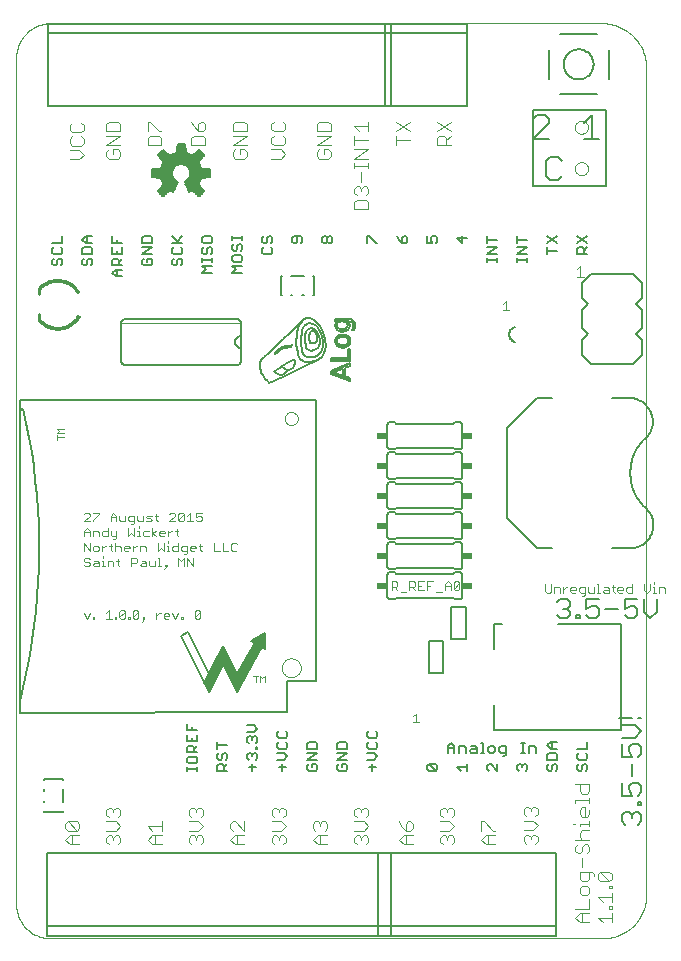
<source format=gto>
G75*
%MOIN*%
%OFA0B0*%
%FSLAX24Y24*%
%IPPOS*%
%LPD*%
%AMOC8*
5,1,8,0,0,1.08239X$1,22.5*
%
%ADD10C,0.0000*%
%ADD11C,0.0060*%
%ADD12C,0.0040*%
%ADD13C,0.0030*%
%ADD14C,0.0020*%
%ADD15C,0.0050*%
%ADD16C,0.0080*%
%ADD17R,0.0340X0.0240*%
%ADD18C,0.0010*%
%ADD19C,0.0100*%
%ADD20C,0.0083*%
%ADD21C,0.0070*%
%ADD22C,0.0079*%
%ADD23C,0.0059*%
%ADD24C,0.0001*%
D10*
X003129Y001221D02*
X003129Y029449D01*
X003131Y029516D01*
X003137Y029582D01*
X003146Y029648D01*
X003160Y029713D01*
X003177Y029778D01*
X003198Y029841D01*
X003223Y029903D01*
X003251Y029963D01*
X003283Y030022D01*
X003318Y030079D01*
X003356Y030133D01*
X003397Y030186D01*
X003441Y030235D01*
X003489Y030283D01*
X003538Y030327D01*
X003591Y030368D01*
X003645Y030406D01*
X003702Y030441D01*
X003761Y030473D01*
X003821Y030501D01*
X003883Y030526D01*
X003946Y030547D01*
X004011Y030564D01*
X004076Y030578D01*
X004142Y030587D01*
X004208Y030593D01*
X004275Y030595D01*
X022646Y030595D01*
X022721Y030593D01*
X022796Y030587D01*
X022870Y030578D01*
X022944Y030565D01*
X023017Y030548D01*
X023089Y030527D01*
X023160Y030503D01*
X023229Y030475D01*
X023297Y030444D01*
X023364Y030409D01*
X023428Y030371D01*
X023491Y030330D01*
X023551Y030286D01*
X023609Y030238D01*
X023665Y030188D01*
X023718Y030135D01*
X023768Y030079D01*
X023816Y030021D01*
X023860Y029961D01*
X023901Y029898D01*
X023939Y029834D01*
X023974Y029767D01*
X024005Y029699D01*
X024033Y029630D01*
X024057Y029559D01*
X024078Y029487D01*
X024095Y029414D01*
X024108Y029340D01*
X024117Y029266D01*
X024123Y029191D01*
X024125Y029116D01*
X024125Y001525D01*
X024123Y001450D01*
X024117Y001376D01*
X024107Y001302D01*
X024094Y001229D01*
X024076Y001156D01*
X024055Y001085D01*
X024030Y001014D01*
X024002Y000945D01*
X023970Y000878D01*
X023934Y000813D01*
X023895Y000749D01*
X023853Y000687D01*
X023807Y000628D01*
X023759Y000571D01*
X023708Y000517D01*
X023654Y000466D01*
X023597Y000418D01*
X023538Y000372D01*
X023476Y000330D01*
X023413Y000291D01*
X023347Y000255D01*
X023280Y000223D01*
X023211Y000195D01*
X023140Y000170D01*
X023069Y000149D01*
X022996Y000131D01*
X022923Y000118D01*
X022849Y000108D01*
X022775Y000102D01*
X022700Y000100D01*
X004250Y000100D01*
X004185Y000102D01*
X004120Y000108D01*
X004055Y000117D01*
X003991Y000130D01*
X003928Y000147D01*
X003867Y000168D01*
X003806Y000192D01*
X003747Y000219D01*
X003689Y000250D01*
X003634Y000284D01*
X003581Y000322D01*
X003529Y000362D01*
X003481Y000406D01*
X003435Y000452D01*
X003391Y000500D01*
X003351Y000552D01*
X003313Y000605D01*
X003279Y000661D01*
X003248Y000718D01*
X003221Y000777D01*
X003197Y000838D01*
X003176Y000899D01*
X003159Y000962D01*
X003146Y001026D01*
X003137Y001091D01*
X003131Y001156D01*
X003129Y001221D01*
X009543Y008317D02*
X009397Y008608D01*
X010009Y009832D01*
X010474Y008900D01*
X011115Y010007D01*
X011348Y009890D01*
X010474Y008317D01*
X010009Y009249D01*
X009543Y008317D01*
X009543Y008900D01*
X010009Y009832D01*
X010620Y008608D01*
X010474Y008317D01*
X010009Y009249D01*
X009543Y008317D01*
X010968Y010004D02*
X011412Y010260D01*
X010968Y010004D01*
X011411Y009748D01*
X011412Y010260D01*
X011411Y009748D01*
X010968Y010004D01*
X011983Y009110D02*
X011985Y009145D01*
X011991Y009180D01*
X012001Y009214D01*
X012014Y009247D01*
X012031Y009278D01*
X012052Y009306D01*
X012075Y009333D01*
X012102Y009356D01*
X012130Y009377D01*
X012161Y009394D01*
X012194Y009407D01*
X012228Y009417D01*
X012263Y009423D01*
X012298Y009425D01*
X012333Y009423D01*
X012368Y009417D01*
X012402Y009407D01*
X012435Y009394D01*
X012466Y009377D01*
X012494Y009356D01*
X012521Y009333D01*
X012544Y009306D01*
X012565Y009278D01*
X012582Y009247D01*
X012595Y009214D01*
X012605Y009180D01*
X012611Y009145D01*
X012613Y009110D01*
X012611Y009075D01*
X012605Y009040D01*
X012595Y009006D01*
X012582Y008973D01*
X012565Y008942D01*
X012544Y008914D01*
X012521Y008887D01*
X012494Y008864D01*
X012466Y008843D01*
X012435Y008826D01*
X012402Y008813D01*
X012368Y008803D01*
X012333Y008797D01*
X012298Y008795D01*
X012263Y008797D01*
X012228Y008803D01*
X012194Y008813D01*
X012161Y008826D01*
X012130Y008843D01*
X012102Y008864D01*
X012075Y008887D01*
X012052Y008914D01*
X012031Y008942D01*
X012014Y008973D01*
X012001Y009006D01*
X011991Y009040D01*
X011985Y009075D01*
X011983Y009110D01*
X012081Y017417D02*
X012083Y017446D01*
X012089Y017474D01*
X012098Y017502D01*
X012111Y017528D01*
X012128Y017551D01*
X012147Y017573D01*
X012169Y017592D01*
X012194Y017607D01*
X012220Y017620D01*
X012248Y017628D01*
X012276Y017633D01*
X012305Y017634D01*
X012334Y017631D01*
X012362Y017624D01*
X012389Y017614D01*
X012415Y017600D01*
X012438Y017583D01*
X012459Y017563D01*
X012477Y017540D01*
X012492Y017515D01*
X012503Y017488D01*
X012511Y017460D01*
X012515Y017431D01*
X012515Y017403D01*
X012511Y017374D01*
X012503Y017346D01*
X012492Y017319D01*
X012477Y017294D01*
X012459Y017271D01*
X012438Y017251D01*
X012415Y017234D01*
X012389Y017220D01*
X012362Y017210D01*
X012334Y017203D01*
X012305Y017200D01*
X012276Y017201D01*
X012248Y017206D01*
X012220Y017214D01*
X012194Y017227D01*
X012169Y017242D01*
X012147Y017261D01*
X012128Y017283D01*
X012111Y017306D01*
X012098Y017332D01*
X012089Y017360D01*
X012083Y017388D01*
X012081Y017417D01*
X021754Y025750D02*
X021756Y025779D01*
X021762Y025807D01*
X021771Y025835D01*
X021784Y025861D01*
X021801Y025884D01*
X021820Y025906D01*
X021842Y025925D01*
X021867Y025940D01*
X021893Y025953D01*
X021921Y025961D01*
X021949Y025966D01*
X021978Y025967D01*
X022007Y025964D01*
X022035Y025957D01*
X022062Y025947D01*
X022088Y025933D01*
X022111Y025916D01*
X022132Y025896D01*
X022150Y025873D01*
X022165Y025848D01*
X022176Y025821D01*
X022184Y025793D01*
X022188Y025764D01*
X022188Y025736D01*
X022184Y025707D01*
X022176Y025679D01*
X022165Y025652D01*
X022150Y025627D01*
X022132Y025604D01*
X022111Y025584D01*
X022088Y025567D01*
X022062Y025553D01*
X022035Y025543D01*
X022007Y025536D01*
X021978Y025533D01*
X021949Y025534D01*
X021921Y025539D01*
X021893Y025547D01*
X021867Y025560D01*
X021842Y025575D01*
X021820Y025594D01*
X021801Y025616D01*
X021784Y025639D01*
X021771Y025665D01*
X021762Y025693D01*
X021756Y025721D01*
X021754Y025750D01*
X021754Y027128D02*
X021756Y027157D01*
X021762Y027185D01*
X021771Y027213D01*
X021784Y027239D01*
X021801Y027262D01*
X021820Y027284D01*
X021842Y027303D01*
X021867Y027318D01*
X021893Y027331D01*
X021921Y027339D01*
X021949Y027344D01*
X021978Y027345D01*
X022007Y027342D01*
X022035Y027335D01*
X022062Y027325D01*
X022088Y027311D01*
X022111Y027294D01*
X022132Y027274D01*
X022150Y027251D01*
X022165Y027226D01*
X022176Y027199D01*
X022184Y027171D01*
X022188Y027142D01*
X022188Y027114D01*
X022184Y027085D01*
X022176Y027057D01*
X022165Y027030D01*
X022150Y027005D01*
X022132Y026982D01*
X022111Y026962D01*
X022088Y026945D01*
X022062Y026931D01*
X022035Y026921D01*
X022007Y026914D01*
X021978Y026911D01*
X021949Y026912D01*
X021921Y026917D01*
X021893Y026925D01*
X021867Y026938D01*
X021842Y026953D01*
X021820Y026972D01*
X021801Y026994D01*
X021784Y027017D01*
X021771Y027043D01*
X021762Y027071D01*
X021756Y027099D01*
X021754Y027128D01*
D11*
X021830Y023489D02*
X022170Y023262D01*
X022170Y023120D02*
X022057Y023007D01*
X022057Y023064D02*
X022057Y022893D01*
X022170Y022893D02*
X021830Y022893D01*
X021830Y023064D01*
X021886Y023120D01*
X022000Y023120D01*
X022057Y023064D01*
X021830Y023262D02*
X022170Y023489D01*
X021170Y023489D02*
X020830Y023262D01*
X020830Y023120D02*
X020830Y022893D01*
X020830Y023007D02*
X021170Y023007D01*
X021170Y023262D02*
X020830Y023489D01*
X020170Y023375D02*
X019830Y023375D01*
X019830Y023262D02*
X019830Y023489D01*
X019830Y023120D02*
X020170Y023120D01*
X019830Y022893D01*
X020170Y022893D01*
X020170Y022761D02*
X020170Y022648D01*
X020170Y022705D02*
X019830Y022705D01*
X019830Y022761D02*
X019830Y022648D01*
X019170Y022648D02*
X019170Y022761D01*
X019170Y022705D02*
X018830Y022705D01*
X018830Y022761D02*
X018830Y022648D01*
X018830Y022893D02*
X019170Y023120D01*
X018830Y023120D01*
X018830Y023262D02*
X018830Y023489D01*
X018830Y023375D02*
X019170Y023375D01*
X019170Y022893D02*
X018830Y022893D01*
X018170Y023432D02*
X017830Y023432D01*
X018000Y023262D01*
X018000Y023489D01*
X017170Y023432D02*
X017170Y023318D01*
X017113Y023262D01*
X017000Y023262D02*
X016943Y023375D01*
X016943Y023432D01*
X017000Y023489D01*
X017113Y023489D01*
X017170Y023432D01*
X017000Y023262D02*
X016830Y023262D01*
X016830Y023489D01*
X016170Y023432D02*
X016170Y023318D01*
X016113Y023262D01*
X016000Y023262D01*
X016000Y023432D01*
X016057Y023489D01*
X016113Y023489D01*
X016170Y023432D01*
X016000Y023262D02*
X015886Y023375D01*
X015830Y023489D01*
X015170Y023262D02*
X015113Y023262D01*
X014886Y023489D01*
X014830Y023489D01*
X014830Y023262D01*
X013670Y023318D02*
X013613Y023262D01*
X013557Y023262D01*
X013500Y023318D01*
X013500Y023432D01*
X013557Y023489D01*
X013613Y023489D01*
X013670Y023432D01*
X013670Y023318D01*
X013500Y023318D02*
X013443Y023262D01*
X013386Y023262D01*
X013330Y023318D01*
X013330Y023432D01*
X013386Y023489D01*
X013443Y023489D01*
X013500Y023432D01*
X012670Y023432D02*
X012670Y023318D01*
X012613Y023262D01*
X012500Y023318D02*
X012500Y023489D01*
X012613Y023489D02*
X012386Y023489D01*
X012330Y023432D01*
X012330Y023318D01*
X012386Y023262D01*
X012443Y023262D01*
X012500Y023318D01*
X012670Y023432D02*
X012613Y023489D01*
X011670Y023432D02*
X011670Y023318D01*
X011613Y023262D01*
X011500Y023318D02*
X011500Y023432D01*
X011557Y023489D01*
X011613Y023489D01*
X011670Y023432D01*
X011500Y023318D02*
X011443Y023262D01*
X011386Y023262D01*
X011330Y023318D01*
X011330Y023432D01*
X011386Y023489D01*
X011386Y023120D02*
X011330Y023064D01*
X011330Y022950D01*
X011386Y022893D01*
X011613Y022893D01*
X011670Y022950D01*
X011670Y023064D01*
X011613Y023120D01*
X011940Y022169D02*
X011977Y022169D01*
X011940Y022169D02*
X011940Y021531D01*
X011977Y021531D01*
X012294Y021531D02*
X012331Y021531D01*
X012669Y021531D02*
X012706Y021531D01*
X013023Y021531D02*
X013060Y021531D01*
X013060Y022169D01*
X013023Y022169D01*
X012706Y022169D02*
X012294Y022169D01*
X010670Y022280D02*
X010330Y022280D01*
X010443Y022393D01*
X010330Y022506D01*
X010670Y022506D01*
X010613Y022648D02*
X010670Y022705D01*
X010670Y022818D01*
X010613Y022875D01*
X010386Y022875D01*
X010330Y022818D01*
X010330Y022705D01*
X010386Y022648D01*
X010613Y022648D01*
X010613Y023016D02*
X010670Y023073D01*
X010670Y023186D01*
X010613Y023243D01*
X010557Y023243D01*
X010500Y023186D01*
X010500Y023073D01*
X010443Y023016D01*
X010386Y023016D01*
X010330Y023073D01*
X010330Y023186D01*
X010386Y023243D01*
X010330Y023384D02*
X010330Y023498D01*
X010330Y023441D02*
X010670Y023441D01*
X010670Y023384D02*
X010670Y023498D01*
X009670Y023432D02*
X009670Y023318D01*
X009613Y023262D01*
X009386Y023262D01*
X009330Y023318D01*
X009330Y023432D01*
X009386Y023489D01*
X009613Y023489D01*
X009670Y023432D01*
X009613Y023120D02*
X009670Y023064D01*
X009670Y022950D01*
X009613Y022893D01*
X009500Y022950D02*
X009500Y023064D01*
X009557Y023120D01*
X009613Y023120D01*
X009500Y022950D02*
X009443Y022893D01*
X009386Y022893D01*
X009330Y022950D01*
X009330Y023064D01*
X009386Y023120D01*
X009330Y022761D02*
X009330Y022648D01*
X009330Y022705D02*
X009670Y022705D01*
X009670Y022761D02*
X009670Y022648D01*
X009670Y022506D02*
X009330Y022506D01*
X009443Y022393D01*
X009330Y022280D01*
X009670Y022280D01*
X008670Y022582D02*
X008613Y022525D01*
X008670Y022582D02*
X008670Y022695D01*
X008613Y022752D01*
X008557Y022752D01*
X008500Y022695D01*
X008500Y022582D01*
X008443Y022525D01*
X008386Y022525D01*
X008330Y022582D01*
X008330Y022695D01*
X008386Y022752D01*
X008386Y022893D02*
X008613Y022893D01*
X008670Y022950D01*
X008670Y023064D01*
X008613Y023120D01*
X008557Y023262D02*
X008330Y023489D01*
X008330Y023262D02*
X008670Y023262D01*
X008500Y023318D02*
X008670Y023489D01*
X008386Y023120D02*
X008330Y023064D01*
X008330Y022950D01*
X008386Y022893D01*
X007670Y022893D02*
X007330Y022893D01*
X007670Y023120D01*
X007330Y023120D01*
X007330Y023262D02*
X007330Y023432D01*
X007386Y023489D01*
X007613Y023489D01*
X007670Y023432D01*
X007670Y023262D01*
X007330Y023262D01*
X007386Y022752D02*
X007330Y022695D01*
X007330Y022582D01*
X007386Y022525D01*
X007613Y022525D01*
X007670Y022582D01*
X007670Y022695D01*
X007613Y022752D01*
X007500Y022752D01*
X007500Y022638D01*
X006670Y022525D02*
X006330Y022525D01*
X006330Y022695D01*
X006386Y022752D01*
X006500Y022752D01*
X006557Y022695D01*
X006557Y022525D01*
X006557Y022638D02*
X006670Y022752D01*
X006670Y022893D02*
X006670Y023120D01*
X006670Y023262D02*
X006330Y023262D01*
X006330Y023489D01*
X006500Y023375D02*
X006500Y023262D01*
X006330Y023120D02*
X006330Y022893D01*
X006670Y022893D01*
X006500Y022893D02*
X006500Y023007D01*
X006500Y022384D02*
X006500Y022157D01*
X006443Y022157D02*
X006670Y022157D01*
X006670Y022384D02*
X006443Y022384D01*
X006330Y022270D01*
X006443Y022157D01*
X005670Y022582D02*
X005613Y022525D01*
X005670Y022582D02*
X005670Y022695D01*
X005613Y022752D01*
X005557Y022752D01*
X005500Y022695D01*
X005500Y022582D01*
X005443Y022525D01*
X005386Y022525D01*
X005330Y022582D01*
X005330Y022695D01*
X005386Y022752D01*
X005330Y022893D02*
X005330Y023064D01*
X005386Y023120D01*
X005613Y023120D01*
X005670Y023064D01*
X005670Y022893D01*
X005330Y022893D01*
X005443Y023262D02*
X005330Y023375D01*
X005443Y023489D01*
X005670Y023489D01*
X005500Y023489D02*
X005500Y023262D01*
X005443Y023262D02*
X005670Y023262D01*
X004670Y023262D02*
X004670Y023489D01*
X004670Y023262D02*
X004330Y023262D01*
X004386Y023120D02*
X004330Y023064D01*
X004330Y022950D01*
X004386Y022893D01*
X004613Y022893D01*
X004670Y022950D01*
X004670Y023064D01*
X004613Y023120D01*
X004613Y022752D02*
X004670Y022695D01*
X004670Y022582D01*
X004613Y022525D01*
X004500Y022582D02*
X004500Y022695D01*
X004557Y022752D01*
X004613Y022752D01*
X004500Y022582D02*
X004443Y022525D01*
X004386Y022525D01*
X004330Y022582D01*
X004330Y022695D01*
X004386Y022752D01*
X006625Y020595D02*
X006625Y019355D01*
X006627Y019332D01*
X006632Y019309D01*
X006641Y019287D01*
X006654Y019267D01*
X006669Y019249D01*
X006687Y019234D01*
X006707Y019221D01*
X006729Y019212D01*
X006752Y019207D01*
X006775Y019205D01*
X010475Y019205D01*
X010498Y019207D01*
X010521Y019212D01*
X010543Y019221D01*
X010563Y019234D01*
X010581Y019249D01*
X010596Y019267D01*
X010609Y019287D01*
X010618Y019309D01*
X010623Y019332D01*
X010625Y019355D01*
X010625Y019775D01*
X010625Y020175D01*
X010625Y020595D01*
X010623Y020618D01*
X010618Y020641D01*
X010609Y020663D01*
X010596Y020683D01*
X010581Y020701D01*
X010563Y020716D01*
X010543Y020729D01*
X010521Y020738D01*
X010498Y020743D01*
X010475Y020745D01*
X006775Y020745D01*
X006752Y020743D01*
X006729Y020738D01*
X006707Y020729D01*
X006687Y020716D01*
X006669Y020701D01*
X006654Y020683D01*
X006641Y020663D01*
X006632Y020641D01*
X006627Y020618D01*
X006625Y020595D01*
X010625Y020175D02*
X010598Y020173D01*
X010571Y020168D01*
X010545Y020158D01*
X010521Y020146D01*
X010499Y020130D01*
X010479Y020112D01*
X010462Y020090D01*
X010447Y020067D01*
X010437Y020042D01*
X010429Y020016D01*
X010425Y019989D01*
X010425Y019961D01*
X010429Y019934D01*
X010437Y019908D01*
X010447Y019883D01*
X010462Y019860D01*
X010479Y019838D01*
X010499Y019820D01*
X010521Y019804D01*
X010545Y019792D01*
X010571Y019782D01*
X010598Y019777D01*
X010625Y019775D01*
X015500Y017200D02*
X015500Y016500D01*
X015502Y016483D01*
X015506Y016466D01*
X015513Y016450D01*
X015523Y016436D01*
X015536Y016423D01*
X015550Y016413D01*
X015566Y016406D01*
X015583Y016402D01*
X015600Y016400D01*
X015750Y016400D01*
X015800Y016450D01*
X017700Y016450D01*
X017750Y016400D01*
X017900Y016400D01*
X017917Y016402D01*
X017934Y016406D01*
X017950Y016413D01*
X017964Y016423D01*
X017977Y016436D01*
X017987Y016450D01*
X017994Y016466D01*
X017998Y016483D01*
X018000Y016500D01*
X018000Y017200D01*
X017998Y017217D01*
X017994Y017234D01*
X017987Y017250D01*
X017977Y017264D01*
X017964Y017277D01*
X017950Y017287D01*
X017934Y017294D01*
X017917Y017298D01*
X017900Y017300D01*
X017750Y017300D01*
X017700Y017250D01*
X015800Y017250D01*
X015750Y017300D01*
X015600Y017300D01*
X015583Y017298D01*
X015566Y017294D01*
X015550Y017287D01*
X015536Y017277D01*
X015523Y017264D01*
X015513Y017250D01*
X015506Y017234D01*
X015502Y017217D01*
X015500Y017200D01*
X015600Y016300D02*
X015750Y016300D01*
X015800Y016250D01*
X017700Y016250D01*
X017750Y016300D01*
X017900Y016300D01*
X017917Y016298D01*
X017934Y016294D01*
X017950Y016287D01*
X017964Y016277D01*
X017977Y016264D01*
X017987Y016250D01*
X017994Y016234D01*
X017998Y016217D01*
X018000Y016200D01*
X018000Y015500D01*
X017998Y015483D01*
X017994Y015466D01*
X017987Y015450D01*
X017977Y015436D01*
X017964Y015423D01*
X017950Y015413D01*
X017934Y015406D01*
X017917Y015402D01*
X017900Y015400D01*
X017750Y015400D01*
X017700Y015450D01*
X015800Y015450D01*
X015750Y015400D01*
X015600Y015400D01*
X015583Y015402D01*
X015566Y015406D01*
X015550Y015413D01*
X015536Y015423D01*
X015523Y015436D01*
X015513Y015450D01*
X015506Y015466D01*
X015502Y015483D01*
X015500Y015500D01*
X015500Y016200D01*
X015502Y016217D01*
X015506Y016234D01*
X015513Y016250D01*
X015523Y016264D01*
X015536Y016277D01*
X015550Y016287D01*
X015566Y016294D01*
X015583Y016298D01*
X015600Y016300D01*
X015600Y015300D02*
X015750Y015300D01*
X015800Y015250D01*
X017700Y015250D01*
X017750Y015300D01*
X017900Y015300D01*
X017917Y015298D01*
X017934Y015294D01*
X017950Y015287D01*
X017964Y015277D01*
X017977Y015264D01*
X017987Y015250D01*
X017994Y015234D01*
X017998Y015217D01*
X018000Y015200D01*
X018000Y014500D01*
X017998Y014483D01*
X017994Y014466D01*
X017987Y014450D01*
X017977Y014436D01*
X017964Y014423D01*
X017950Y014413D01*
X017934Y014406D01*
X017917Y014402D01*
X017900Y014400D01*
X017750Y014400D01*
X017700Y014450D01*
X015800Y014450D01*
X015750Y014400D01*
X015600Y014400D01*
X015600Y014300D02*
X015750Y014300D01*
X015800Y014250D01*
X017700Y014250D01*
X017750Y014300D01*
X017900Y014300D01*
X017917Y014298D01*
X017934Y014294D01*
X017950Y014287D01*
X017964Y014277D01*
X017977Y014264D01*
X017987Y014250D01*
X017994Y014234D01*
X017998Y014217D01*
X018000Y014200D01*
X018000Y013500D01*
X017998Y013483D01*
X017994Y013466D01*
X017987Y013450D01*
X017977Y013436D01*
X017964Y013423D01*
X017950Y013413D01*
X017934Y013406D01*
X017917Y013402D01*
X017900Y013400D01*
X017750Y013400D01*
X017700Y013450D01*
X015800Y013450D01*
X015750Y013400D01*
X015600Y013400D01*
X015583Y013402D01*
X015566Y013406D01*
X015550Y013413D01*
X015536Y013423D01*
X015523Y013436D01*
X015513Y013450D01*
X015506Y013466D01*
X015502Y013483D01*
X015500Y013500D01*
X015500Y014200D01*
X015502Y014217D01*
X015506Y014234D01*
X015513Y014250D01*
X015523Y014264D01*
X015536Y014277D01*
X015550Y014287D01*
X015566Y014294D01*
X015583Y014298D01*
X015600Y014300D01*
X015600Y014400D02*
X015583Y014402D01*
X015566Y014406D01*
X015550Y014413D01*
X015536Y014423D01*
X015523Y014436D01*
X015513Y014450D01*
X015506Y014466D01*
X015502Y014483D01*
X015500Y014500D01*
X015500Y015200D01*
X015502Y015217D01*
X015506Y015234D01*
X015513Y015250D01*
X015523Y015264D01*
X015536Y015277D01*
X015550Y015287D01*
X015566Y015294D01*
X015583Y015298D01*
X015600Y015300D01*
X015600Y013300D02*
X015750Y013300D01*
X015800Y013250D01*
X017700Y013250D01*
X017750Y013300D01*
X017900Y013300D01*
X017917Y013298D01*
X017934Y013294D01*
X017950Y013287D01*
X017964Y013277D01*
X017977Y013264D01*
X017987Y013250D01*
X017994Y013234D01*
X017998Y013217D01*
X018000Y013200D01*
X018000Y012500D01*
X017998Y012483D01*
X017994Y012466D01*
X017987Y012450D01*
X017977Y012436D01*
X017964Y012423D01*
X017950Y012413D01*
X017934Y012406D01*
X017917Y012402D01*
X017900Y012400D01*
X017750Y012400D01*
X017700Y012450D01*
X015800Y012450D01*
X015750Y012400D01*
X015600Y012400D01*
X015583Y012402D01*
X015566Y012406D01*
X015550Y012413D01*
X015536Y012423D01*
X015523Y012436D01*
X015513Y012450D01*
X015506Y012466D01*
X015502Y012483D01*
X015500Y012500D01*
X015500Y013200D01*
X015502Y013217D01*
X015506Y013234D01*
X015513Y013250D01*
X015523Y013264D01*
X015536Y013277D01*
X015550Y013287D01*
X015566Y013294D01*
X015583Y013298D01*
X015600Y013300D01*
X015600Y012300D02*
X015750Y012300D01*
X015800Y012250D01*
X017700Y012250D01*
X017750Y012300D01*
X017900Y012300D01*
X017917Y012298D01*
X017934Y012294D01*
X017950Y012287D01*
X017964Y012277D01*
X017977Y012264D01*
X017987Y012250D01*
X017994Y012234D01*
X017998Y012217D01*
X018000Y012200D01*
X018000Y011500D01*
X017998Y011483D01*
X017994Y011466D01*
X017987Y011450D01*
X017977Y011436D01*
X017964Y011423D01*
X017950Y011413D01*
X017934Y011406D01*
X017917Y011402D01*
X017900Y011400D01*
X017750Y011400D01*
X017700Y011450D01*
X015800Y011450D01*
X015750Y011400D01*
X015600Y011400D01*
X015583Y011402D01*
X015566Y011406D01*
X015550Y011413D01*
X015536Y011423D01*
X015523Y011436D01*
X015513Y011450D01*
X015506Y011466D01*
X015502Y011483D01*
X015500Y011500D01*
X015500Y012200D01*
X015502Y012217D01*
X015506Y012234D01*
X015513Y012250D01*
X015523Y012264D01*
X015536Y012277D01*
X015550Y012287D01*
X015566Y012294D01*
X015583Y012298D01*
X015600Y012300D01*
X015113Y007007D02*
X015170Y006950D01*
X015170Y006837D01*
X015113Y006780D01*
X014886Y006780D01*
X014830Y006837D01*
X014830Y006950D01*
X014886Y007007D01*
X014886Y006638D02*
X014830Y006582D01*
X014830Y006468D01*
X014886Y006412D01*
X015113Y006412D01*
X015170Y006468D01*
X015170Y006582D01*
X015113Y006638D01*
X015057Y006270D02*
X014830Y006270D01*
X015057Y006270D02*
X015170Y006157D01*
X015057Y006043D01*
X014830Y006043D01*
X015000Y005902D02*
X015000Y005675D01*
X015113Y005788D02*
X014886Y005788D01*
X014170Y005732D02*
X014170Y005845D01*
X014113Y005902D01*
X014000Y005902D01*
X014000Y005788D01*
X014113Y005675D02*
X014170Y005732D01*
X014113Y005675D02*
X013886Y005675D01*
X013830Y005732D01*
X013830Y005845D01*
X013886Y005902D01*
X013830Y006043D02*
X014170Y006270D01*
X013830Y006270D01*
X013830Y006412D02*
X013830Y006582D01*
X013886Y006638D01*
X014113Y006638D01*
X014170Y006582D01*
X014170Y006412D01*
X013830Y006412D01*
X013830Y006043D02*
X014170Y006043D01*
X013170Y006043D02*
X012830Y006043D01*
X013170Y006270D01*
X012830Y006270D01*
X012830Y006412D02*
X012830Y006582D01*
X012886Y006638D01*
X013113Y006638D01*
X013170Y006582D01*
X013170Y006412D01*
X012830Y006412D01*
X012886Y005902D02*
X012830Y005845D01*
X012830Y005732D01*
X012886Y005675D01*
X013113Y005675D01*
X013170Y005732D01*
X013170Y005845D01*
X013113Y005902D01*
X013000Y005902D01*
X013000Y005788D01*
X012113Y005788D02*
X011886Y005788D01*
X012000Y005675D02*
X012000Y005902D01*
X012057Y006043D02*
X012170Y006157D01*
X012057Y006270D01*
X011830Y006270D01*
X011886Y006412D02*
X012113Y006412D01*
X012170Y006468D01*
X012170Y006582D01*
X012113Y006638D01*
X012113Y006780D02*
X011886Y006780D01*
X011830Y006837D01*
X011830Y006950D01*
X011886Y007007D01*
X012113Y007007D02*
X012170Y006950D01*
X012170Y006837D01*
X012113Y006780D01*
X011886Y006638D02*
X011830Y006582D01*
X011830Y006468D01*
X011886Y006412D01*
X011830Y006043D02*
X012057Y006043D01*
X011170Y006100D02*
X011113Y006043D01*
X011170Y006100D02*
X011170Y006213D01*
X011113Y006270D01*
X011057Y006270D01*
X011000Y006213D01*
X011000Y006157D01*
X011000Y006213D02*
X010943Y006270D01*
X010886Y006270D01*
X010830Y006213D01*
X010830Y006100D01*
X010886Y006043D01*
X011000Y005902D02*
X011000Y005675D01*
X011113Y005788D02*
X010886Y005788D01*
X011113Y006412D02*
X011113Y006468D01*
X011170Y006468D01*
X011170Y006412D01*
X011113Y006412D01*
X011113Y006596D02*
X011170Y006653D01*
X011170Y006766D01*
X011113Y006823D01*
X011057Y006823D01*
X011000Y006766D01*
X011000Y006709D01*
X011000Y006766D02*
X010943Y006823D01*
X010886Y006823D01*
X010830Y006766D01*
X010830Y006653D01*
X010886Y006596D01*
X010830Y006964D02*
X011057Y006964D01*
X011170Y007078D01*
X011057Y007191D01*
X010830Y007191D01*
X010170Y006525D02*
X009830Y006525D01*
X009830Y006412D02*
X009830Y006638D01*
X009886Y006270D02*
X009830Y006213D01*
X009830Y006100D01*
X009886Y006043D01*
X009943Y006043D01*
X010000Y006100D01*
X010000Y006213D01*
X010057Y006270D01*
X010113Y006270D01*
X010170Y006213D01*
X010170Y006100D01*
X010113Y006043D01*
X010170Y005902D02*
X010057Y005788D01*
X010057Y005845D02*
X010057Y005675D01*
X010170Y005675D02*
X009830Y005675D01*
X009830Y005845D01*
X009886Y005902D01*
X010000Y005902D01*
X010057Y005845D01*
X009170Y005788D02*
X009170Y005675D01*
X009170Y005732D02*
X008830Y005732D01*
X008830Y005788D02*
X008830Y005675D01*
X008886Y005921D02*
X009113Y005921D01*
X009170Y005977D01*
X009170Y006091D01*
X009113Y006147D01*
X008886Y006147D01*
X008830Y006091D01*
X008830Y005977D01*
X008886Y005921D01*
X008830Y006289D02*
X008830Y006459D01*
X008886Y006516D01*
X009000Y006516D01*
X009057Y006459D01*
X009057Y006289D01*
X009170Y006289D02*
X008830Y006289D01*
X009057Y006402D02*
X009170Y006516D01*
X009170Y006657D02*
X009170Y006884D01*
X009170Y007025D02*
X008830Y007025D01*
X008830Y007252D01*
X009000Y007139D02*
X009000Y007025D01*
X008830Y006884D02*
X008830Y006657D01*
X009170Y006657D01*
X009000Y006657D02*
X009000Y006771D01*
X004694Y005410D02*
X004694Y005373D01*
X004694Y005410D02*
X004056Y005410D01*
X004056Y005373D01*
X004056Y005056D02*
X004056Y005019D01*
X004056Y004681D02*
X004056Y004644D01*
X004056Y004327D02*
X004056Y004290D01*
X004694Y004290D01*
X004694Y004327D01*
X004694Y004644D02*
X004694Y005056D01*
X016830Y005732D02*
X016830Y005845D01*
X016886Y005902D01*
X017113Y005675D01*
X017170Y005732D01*
X017170Y005845D01*
X017113Y005902D01*
X016886Y005902D01*
X016830Y005732D02*
X016886Y005675D01*
X017113Y005675D01*
X017511Y006275D02*
X017511Y006502D01*
X017624Y006615D01*
X017738Y006502D01*
X017738Y006275D01*
X017879Y006275D02*
X017879Y006502D01*
X018049Y006502D01*
X018106Y006445D01*
X018106Y006275D01*
X018247Y006332D02*
X018304Y006388D01*
X018474Y006388D01*
X018474Y006445D02*
X018474Y006275D01*
X018304Y006275D01*
X018247Y006332D01*
X018304Y006502D02*
X018417Y006502D01*
X018474Y006445D01*
X018616Y006275D02*
X018729Y006275D01*
X018672Y006275D02*
X018672Y006615D01*
X018616Y006615D01*
X018861Y006445D02*
X018861Y006332D01*
X018918Y006275D01*
X019031Y006275D01*
X019088Y006332D01*
X019088Y006445D01*
X019031Y006502D01*
X018918Y006502D01*
X018861Y006445D01*
X018886Y005902D02*
X018830Y005845D01*
X018830Y005732D01*
X018886Y005675D01*
X018886Y005902D02*
X018943Y005902D01*
X019170Y005675D01*
X019170Y005902D01*
X019343Y006162D02*
X019400Y006162D01*
X019456Y006218D01*
X019456Y006502D01*
X019286Y006502D01*
X019230Y006445D01*
X019230Y006332D01*
X019286Y006275D01*
X019456Y006275D01*
X019830Y005845D02*
X019830Y005732D01*
X019886Y005675D01*
X020000Y005788D02*
X020000Y005845D01*
X020057Y005902D01*
X020113Y005902D01*
X020170Y005845D01*
X020170Y005732D01*
X020113Y005675D01*
X020000Y005845D02*
X019943Y005902D01*
X019886Y005902D01*
X019830Y005845D01*
X019966Y006275D02*
X020080Y006275D01*
X020023Y006275D02*
X020023Y006615D01*
X019966Y006615D02*
X020080Y006615D01*
X020212Y006502D02*
X020382Y006502D01*
X020439Y006445D01*
X020439Y006275D01*
X020212Y006275D02*
X020212Y006502D01*
X020830Y006525D02*
X020943Y006412D01*
X021170Y006412D01*
X021113Y006270D02*
X020886Y006270D01*
X020830Y006213D01*
X020830Y006043D01*
X021170Y006043D01*
X021170Y006213D01*
X021113Y006270D01*
X021000Y006412D02*
X021000Y006638D01*
X020943Y006638D02*
X021170Y006638D01*
X020943Y006638D02*
X020830Y006525D01*
X020886Y005902D02*
X020830Y005845D01*
X020830Y005732D01*
X020886Y005675D01*
X020943Y005675D01*
X021000Y005732D01*
X021000Y005845D01*
X021057Y005902D01*
X021113Y005902D01*
X021170Y005845D01*
X021170Y005732D01*
X021113Y005675D01*
X021830Y005732D02*
X021886Y005675D01*
X021943Y005675D01*
X022000Y005732D01*
X022000Y005845D01*
X022057Y005902D01*
X022113Y005902D01*
X022170Y005845D01*
X022170Y005732D01*
X022113Y005675D01*
X021830Y005732D02*
X021830Y005845D01*
X021886Y005902D01*
X021886Y006043D02*
X022113Y006043D01*
X022170Y006100D01*
X022170Y006213D01*
X022113Y006270D01*
X022170Y006412D02*
X022170Y006638D01*
X022170Y006412D02*
X021830Y006412D01*
X021886Y006270D02*
X021830Y006213D01*
X021830Y006100D01*
X021886Y006043D01*
X023329Y006136D02*
X023650Y006136D01*
X023543Y006349D01*
X023543Y006456D01*
X023650Y006563D01*
X023863Y006563D01*
X023970Y006456D01*
X023970Y006243D01*
X023863Y006136D01*
X023650Y005918D02*
X023650Y005491D01*
X023650Y005274D02*
X023863Y005274D01*
X023970Y005167D01*
X023970Y004954D01*
X023863Y004847D01*
X023650Y004847D02*
X023543Y005060D01*
X023543Y005167D01*
X023650Y005274D01*
X023329Y005274D02*
X023329Y004847D01*
X023650Y004847D01*
X023863Y004631D02*
X023863Y004525D01*
X023970Y004525D01*
X023970Y004631D01*
X023863Y004631D01*
X023863Y004307D02*
X023970Y004200D01*
X023970Y003987D01*
X023863Y003880D01*
X023650Y004094D02*
X023650Y004200D01*
X023756Y004307D01*
X023863Y004307D01*
X023650Y004200D02*
X023543Y004307D01*
X023436Y004307D01*
X023329Y004200D01*
X023329Y003987D01*
X023436Y003880D01*
X023329Y006136D02*
X023329Y006563D01*
X023329Y006780D02*
X023756Y006780D01*
X023970Y006994D01*
X023756Y007208D01*
X023329Y007208D01*
X023223Y007425D02*
X023650Y007425D01*
X023863Y007425D02*
X023970Y007425D01*
X023731Y010755D02*
X023518Y010755D01*
X023411Y010862D01*
X023411Y011075D02*
X023624Y011182D01*
X023731Y011182D01*
X023838Y011075D01*
X023838Y010862D01*
X023731Y010755D01*
X024055Y010969D02*
X024269Y010755D01*
X024483Y010969D01*
X024483Y011396D01*
X024055Y011396D02*
X024055Y010969D01*
X023838Y011396D02*
X023411Y011396D01*
X023411Y011075D01*
X023193Y011075D02*
X022766Y011075D01*
X022549Y011075D02*
X022549Y010862D01*
X022442Y010755D01*
X022229Y010755D01*
X022122Y010862D01*
X022122Y011075D02*
X022335Y011182D01*
X022442Y011182D01*
X022549Y011075D01*
X022549Y011396D02*
X022122Y011396D01*
X022122Y011075D01*
X021906Y010862D02*
X021906Y010755D01*
X021800Y010755D01*
X021800Y010862D01*
X021906Y010862D01*
X021582Y010862D02*
X021475Y010755D01*
X021262Y010755D01*
X021155Y010862D01*
X021369Y011075D02*
X021475Y011075D01*
X021582Y010969D01*
X021582Y010862D01*
X021475Y011075D02*
X021582Y011182D01*
X021582Y011289D01*
X021475Y011396D01*
X021262Y011396D01*
X021155Y011289D01*
X017738Y006445D02*
X017511Y006445D01*
X017830Y005788D02*
X018170Y005788D01*
X018170Y005675D02*
X018170Y005902D01*
X017943Y005675D02*
X017830Y005788D01*
X019750Y019975D02*
X019721Y019984D01*
X019692Y019997D01*
X019666Y020013D01*
X019641Y020032D01*
X019620Y020054D01*
X019600Y020079D01*
X019584Y020105D01*
X019572Y020134D01*
X019562Y020163D01*
X019557Y020194D01*
X019555Y020225D01*
X019557Y020256D01*
X019562Y020287D01*
X019572Y020316D01*
X019584Y020345D01*
X019600Y020371D01*
X019620Y020396D01*
X019641Y020418D01*
X019666Y020437D01*
X019692Y020453D01*
X019721Y020466D01*
X019750Y020475D01*
D12*
X014861Y024393D02*
X014861Y024623D01*
X014784Y024700D01*
X014477Y024700D01*
X014401Y024623D01*
X014401Y024393D01*
X014861Y024393D01*
X014784Y024854D02*
X014861Y024930D01*
X014861Y025084D01*
X014784Y025161D01*
X014707Y025161D01*
X014631Y025084D01*
X014631Y025007D01*
X014631Y025084D02*
X014554Y025161D01*
X014477Y025161D01*
X014401Y025084D01*
X014401Y024930D01*
X014477Y024854D01*
X014631Y025314D02*
X014631Y025621D01*
X014861Y025774D02*
X014861Y025928D01*
X014861Y025851D02*
X014401Y025851D01*
X014401Y025774D02*
X014401Y025928D01*
X014401Y026081D02*
X014861Y026388D01*
X014401Y026388D01*
X014401Y026542D02*
X014401Y026849D01*
X014401Y026695D02*
X014861Y026695D01*
X014861Y027002D02*
X014861Y027309D01*
X014861Y027156D02*
X014401Y027156D01*
X014554Y027002D01*
X014401Y026081D02*
X014861Y026081D01*
X015778Y026542D02*
X015778Y026849D01*
X015778Y027002D02*
X016239Y027309D01*
X016239Y027002D02*
X015778Y027309D01*
X015778Y026695D02*
X016239Y026695D01*
X017156Y026772D02*
X017156Y026542D01*
X017617Y026542D01*
X017463Y026542D02*
X017463Y026772D01*
X017387Y026849D01*
X017233Y026849D01*
X017156Y026772D01*
X017156Y027002D02*
X017617Y027309D01*
X017617Y027002D02*
X017156Y027309D01*
X017617Y026849D02*
X017463Y026695D01*
X013605Y026542D02*
X013145Y026542D01*
X013605Y026849D01*
X013145Y026849D01*
X013145Y027002D02*
X013145Y027232D01*
X013221Y027309D01*
X013528Y027309D01*
X013605Y027232D01*
X013605Y027002D01*
X013145Y027002D01*
X013221Y026388D02*
X013145Y026312D01*
X013145Y026158D01*
X013221Y026081D01*
X013528Y026081D01*
X013605Y026158D01*
X013605Y026312D01*
X013528Y026388D01*
X013375Y026388D01*
X013375Y026235D01*
X012096Y026235D02*
X011943Y026388D01*
X011636Y026388D01*
X011712Y026542D02*
X012019Y026542D01*
X012096Y026618D01*
X012096Y026772D01*
X012019Y026849D01*
X012019Y027002D02*
X012096Y027079D01*
X012096Y027232D01*
X012019Y027309D01*
X012019Y027002D02*
X011712Y027002D01*
X011636Y027079D01*
X011636Y027232D01*
X011712Y027309D01*
X011712Y026849D02*
X011636Y026772D01*
X011636Y026618D01*
X011712Y026542D01*
X011636Y026081D02*
X011943Y026081D01*
X012096Y026235D01*
X010811Y026312D02*
X010734Y026388D01*
X010581Y026388D01*
X010581Y026235D01*
X010427Y026081D02*
X010734Y026081D01*
X010811Y026158D01*
X010811Y026312D01*
X010811Y026542D02*
X010350Y026542D01*
X010811Y026849D01*
X010350Y026849D01*
X010350Y027002D02*
X010350Y027232D01*
X010427Y027309D01*
X010734Y027309D01*
X010811Y027232D01*
X010811Y027002D01*
X010350Y027002D01*
X010427Y026388D02*
X010350Y026312D01*
X010350Y026158D01*
X010427Y026081D01*
X009430Y026542D02*
X009430Y026772D01*
X009353Y026849D01*
X009046Y026849D01*
X008969Y026772D01*
X008969Y026542D01*
X009430Y026542D01*
X009353Y027002D02*
X009200Y027002D01*
X009200Y027232D01*
X009276Y027309D01*
X009353Y027309D01*
X009430Y027232D01*
X009430Y027079D01*
X009353Y027002D01*
X009200Y027002D02*
X009046Y027156D01*
X008969Y027309D01*
X007971Y027002D02*
X007894Y027002D01*
X007587Y027309D01*
X007511Y027309D01*
X007511Y027002D01*
X007587Y026849D02*
X007511Y026772D01*
X007511Y026542D01*
X007971Y026542D01*
X007971Y026772D01*
X007894Y026849D01*
X007587Y026849D01*
X006596Y026849D02*
X006136Y026849D01*
X006136Y027002D02*
X006136Y027232D01*
X006212Y027309D01*
X006519Y027309D01*
X006596Y027232D01*
X006596Y027002D01*
X006136Y027002D01*
X006136Y026542D02*
X006596Y026849D01*
X006596Y026542D02*
X006136Y026542D01*
X006212Y026388D02*
X006136Y026312D01*
X006136Y026158D01*
X006212Y026081D01*
X006519Y026081D01*
X006596Y026158D01*
X006596Y026312D01*
X006519Y026388D01*
X006366Y026388D01*
X006366Y026235D01*
X005381Y026209D02*
X005227Y026363D01*
X004920Y026363D01*
X004997Y026516D02*
X004920Y026593D01*
X004920Y026746D01*
X004997Y026823D01*
X004997Y026977D02*
X005304Y026977D01*
X005381Y027053D01*
X005381Y027207D01*
X005304Y027283D01*
X004997Y027283D02*
X004920Y027207D01*
X004920Y027053D01*
X004997Y026977D01*
X005304Y026823D02*
X005381Y026746D01*
X005381Y026593D01*
X005304Y026516D01*
X004997Y026516D01*
X005381Y026209D02*
X005227Y026056D01*
X004920Y026056D01*
X021770Y005224D02*
X022230Y005224D01*
X022230Y004994D01*
X022153Y004917D01*
X022000Y004917D01*
X021923Y004994D01*
X021923Y005224D01*
X022230Y004764D02*
X022230Y004610D01*
X022230Y004687D02*
X021770Y004687D01*
X021770Y004610D01*
X021923Y004380D02*
X022000Y004457D01*
X022077Y004457D01*
X022077Y004150D01*
X022153Y004150D02*
X022000Y004150D01*
X021923Y004226D01*
X021923Y004380D01*
X022153Y004150D02*
X022230Y004226D01*
X022230Y004380D01*
X022230Y003996D02*
X022230Y003843D01*
X022230Y003919D02*
X021923Y003919D01*
X021923Y003843D01*
X021770Y003919D02*
X021693Y003919D01*
X021923Y003613D02*
X022000Y003689D01*
X022230Y003689D01*
X022230Y003382D02*
X021770Y003382D01*
X021846Y003229D02*
X021770Y003152D01*
X021770Y002999D01*
X021846Y002922D01*
X021923Y002922D01*
X022000Y002999D01*
X022000Y003152D01*
X022077Y003229D01*
X022153Y003229D01*
X022230Y003152D01*
X022230Y002999D01*
X022153Y002922D01*
X022000Y002768D02*
X022000Y002462D01*
X021923Y002308D02*
X021923Y002078D01*
X022000Y002001D01*
X022153Y002001D01*
X022230Y002078D01*
X022230Y002308D01*
X022307Y002308D02*
X021923Y002308D01*
X022000Y001848D02*
X021923Y001771D01*
X021923Y001618D01*
X022000Y001541D01*
X022153Y001541D01*
X022230Y001618D01*
X022230Y001771D01*
X022153Y001848D01*
X022000Y001848D01*
X022383Y002155D02*
X022383Y002231D01*
X022307Y002308D01*
X022520Y002231D02*
X022520Y002078D01*
X022596Y002001D01*
X022903Y002001D01*
X022596Y002308D01*
X022903Y002308D01*
X022980Y002231D01*
X022980Y002078D01*
X022903Y002001D01*
X022903Y001848D02*
X022980Y001848D01*
X022980Y001771D01*
X022903Y001771D01*
X022903Y001848D01*
X022980Y001618D02*
X022980Y001311D01*
X022980Y001464D02*
X022520Y001464D01*
X022673Y001311D01*
X022903Y001157D02*
X022980Y001157D01*
X022980Y001080D01*
X022903Y001080D01*
X022903Y001157D01*
X022980Y000927D02*
X022980Y000620D01*
X022980Y000773D02*
X022520Y000773D01*
X022673Y000620D01*
X022230Y000620D02*
X021923Y000620D01*
X021770Y000773D01*
X021923Y000927D01*
X022230Y000927D01*
X022230Y001080D02*
X022230Y001387D01*
X022230Y001080D02*
X021770Y001080D01*
X022000Y000927D02*
X022000Y000620D01*
X022520Y002231D02*
X022596Y002308D01*
X022000Y003382D02*
X021923Y003459D01*
X021923Y003613D01*
X020505Y003476D02*
X020505Y003323D01*
X020428Y003246D01*
X020274Y003399D02*
X020274Y003476D01*
X020351Y003553D01*
X020428Y003553D01*
X020505Y003476D01*
X020274Y003476D02*
X020198Y003553D01*
X020121Y003553D01*
X020044Y003476D01*
X020044Y003323D01*
X020121Y003246D01*
X020044Y003706D02*
X020351Y003706D01*
X020505Y003860D01*
X020351Y004013D01*
X020044Y004013D01*
X020121Y004167D02*
X020044Y004244D01*
X020044Y004397D01*
X020121Y004474D01*
X020198Y004474D01*
X020274Y004397D01*
X020351Y004474D01*
X020428Y004474D01*
X020505Y004397D01*
X020505Y004244D01*
X020428Y004167D01*
X020274Y004320D02*
X020274Y004397D01*
X019098Y003681D02*
X019021Y003681D01*
X018714Y003988D01*
X018638Y003988D01*
X018638Y003681D01*
X018791Y003527D02*
X018638Y003374D01*
X018791Y003220D01*
X019098Y003220D01*
X018868Y003220D02*
X018868Y003527D01*
X018791Y003527D02*
X019098Y003527D01*
X017723Y003451D02*
X017723Y003297D01*
X017646Y003220D01*
X017493Y003374D02*
X017493Y003451D01*
X017570Y003527D01*
X017646Y003527D01*
X017723Y003451D01*
X017493Y003451D02*
X017416Y003527D01*
X017339Y003527D01*
X017263Y003451D01*
X017263Y003297D01*
X017339Y003220D01*
X017263Y003681D02*
X017570Y003681D01*
X017723Y003834D01*
X017570Y003988D01*
X017263Y003988D01*
X017339Y004141D02*
X017263Y004218D01*
X017263Y004371D01*
X017339Y004448D01*
X017416Y004448D01*
X017493Y004371D01*
X017570Y004448D01*
X017646Y004448D01*
X017723Y004371D01*
X017723Y004218D01*
X017646Y004141D01*
X017493Y004295D02*
X017493Y004371D01*
X016348Y003911D02*
X016271Y003988D01*
X016195Y003988D01*
X016118Y003911D01*
X016118Y003681D01*
X016271Y003681D01*
X016348Y003758D01*
X016348Y003911D01*
X016118Y003681D02*
X015964Y003834D01*
X015888Y003988D01*
X016041Y003527D02*
X016348Y003527D01*
X016118Y003527D02*
X016118Y003220D01*
X016041Y003220D02*
X015888Y003374D01*
X016041Y003527D01*
X016041Y003220D02*
X016348Y003220D01*
X014863Y003297D02*
X014786Y003220D01*
X014863Y003297D02*
X014863Y003451D01*
X014786Y003527D01*
X014709Y003527D01*
X014633Y003451D01*
X014633Y003374D01*
X014633Y003451D02*
X014556Y003527D01*
X014479Y003527D01*
X014402Y003451D01*
X014402Y003297D01*
X014479Y003220D01*
X014402Y003681D02*
X014709Y003681D01*
X014863Y003834D01*
X014709Y003988D01*
X014402Y003988D01*
X014479Y004141D02*
X014402Y004218D01*
X014402Y004371D01*
X014479Y004448D01*
X014556Y004448D01*
X014633Y004371D01*
X014709Y004448D01*
X014786Y004448D01*
X014863Y004371D01*
X014863Y004218D01*
X014786Y004141D01*
X014633Y004295D02*
X014633Y004371D01*
X013485Y003911D02*
X013485Y003758D01*
X013408Y003681D01*
X013485Y003527D02*
X013178Y003527D01*
X013025Y003374D01*
X013178Y003220D01*
X013485Y003220D01*
X013255Y003220D02*
X013255Y003527D01*
X013101Y003681D02*
X013025Y003758D01*
X013025Y003911D01*
X013101Y003988D01*
X013178Y003988D01*
X013255Y003911D01*
X013331Y003988D01*
X013408Y003988D01*
X013485Y003911D01*
X013255Y003911D02*
X013255Y003834D01*
X012107Y003834D02*
X011954Y003988D01*
X011647Y003988D01*
X011723Y004141D02*
X011647Y004218D01*
X011647Y004371D01*
X011723Y004448D01*
X011800Y004448D01*
X011877Y004371D01*
X011954Y004448D01*
X012030Y004448D01*
X012107Y004371D01*
X012107Y004218D01*
X012030Y004141D01*
X011877Y004295D02*
X011877Y004371D01*
X012107Y003834D02*
X011954Y003681D01*
X011647Y003681D01*
X011723Y003527D02*
X011800Y003527D01*
X011877Y003451D01*
X011954Y003527D01*
X012030Y003527D01*
X012107Y003451D01*
X012107Y003297D01*
X012030Y003220D01*
X011877Y003374D02*
X011877Y003451D01*
X011723Y003527D02*
X011647Y003451D01*
X011647Y003297D01*
X011723Y003220D01*
X010729Y003220D02*
X010422Y003220D01*
X010269Y003374D01*
X010422Y003527D01*
X010729Y003527D01*
X010729Y003681D02*
X010422Y003988D01*
X010345Y003988D01*
X010269Y003911D01*
X010269Y003758D01*
X010345Y003681D01*
X010499Y003527D02*
X010499Y003220D01*
X010729Y003681D02*
X010729Y003988D01*
X009351Y003834D02*
X009198Y003988D01*
X008891Y003988D01*
X008967Y004141D02*
X008891Y004218D01*
X008891Y004371D01*
X008967Y004448D01*
X009044Y004448D01*
X009121Y004371D01*
X009198Y004448D01*
X009274Y004448D01*
X009351Y004371D01*
X009351Y004218D01*
X009274Y004141D01*
X009121Y004295D02*
X009121Y004371D01*
X009351Y003834D02*
X009198Y003681D01*
X008891Y003681D01*
X008967Y003527D02*
X009044Y003527D01*
X009121Y003451D01*
X009198Y003527D01*
X009274Y003527D01*
X009351Y003451D01*
X009351Y003297D01*
X009274Y003220D01*
X009121Y003374D02*
X009121Y003451D01*
X008967Y003527D02*
X008891Y003451D01*
X008891Y003297D01*
X008967Y003220D01*
X007973Y003220D02*
X007666Y003220D01*
X007513Y003374D01*
X007666Y003527D01*
X007973Y003527D01*
X007973Y003681D02*
X007973Y003988D01*
X007973Y003834D02*
X007513Y003834D01*
X007666Y003681D01*
X007743Y003527D02*
X007743Y003220D01*
X006598Y003297D02*
X006521Y003220D01*
X006598Y003297D02*
X006598Y003451D01*
X006521Y003527D01*
X006445Y003527D01*
X006368Y003451D01*
X006368Y003374D01*
X006368Y003451D02*
X006291Y003527D01*
X006214Y003527D01*
X006138Y003451D01*
X006138Y003297D01*
X006214Y003220D01*
X006138Y003681D02*
X006445Y003681D01*
X006598Y003834D01*
X006445Y003988D01*
X006138Y003988D01*
X006214Y004141D02*
X006138Y004218D01*
X006138Y004371D01*
X006214Y004448D01*
X006291Y004448D01*
X006368Y004371D01*
X006445Y004448D01*
X006521Y004448D01*
X006598Y004371D01*
X006598Y004218D01*
X006521Y004141D01*
X006368Y004295D02*
X006368Y004371D01*
X005223Y003911D02*
X005223Y003758D01*
X005146Y003681D01*
X004839Y003988D01*
X005146Y003988D01*
X005223Y003911D01*
X005146Y003681D02*
X004839Y003681D01*
X004763Y003758D01*
X004763Y003911D01*
X004839Y003988D01*
X004916Y003527D02*
X005223Y003527D01*
X004993Y003527D02*
X004993Y003220D01*
X004916Y003220D02*
X005223Y003220D01*
X004916Y003220D02*
X004763Y003374D01*
X004916Y003527D01*
D13*
X005487Y010740D02*
X005583Y010933D01*
X005685Y010788D02*
X005733Y010788D01*
X005733Y010740D01*
X005685Y010740D01*
X005685Y010788D01*
X005487Y010740D02*
X005390Y010933D01*
X006127Y010933D02*
X006223Y011030D01*
X006223Y010740D01*
X006127Y010740D02*
X006320Y010740D01*
X006421Y010740D02*
X006470Y010740D01*
X006470Y010788D01*
X006421Y010788D01*
X006421Y010740D01*
X006569Y010788D02*
X006762Y010982D01*
X006762Y010788D01*
X006714Y010740D01*
X006617Y010740D01*
X006569Y010788D01*
X006569Y010982D01*
X006617Y011030D01*
X006714Y011030D01*
X006762Y010982D01*
X006863Y010788D02*
X006912Y010788D01*
X006912Y010740D01*
X006863Y010740D01*
X006863Y010788D01*
X007011Y010788D02*
X007059Y010740D01*
X007156Y010740D01*
X007204Y010788D01*
X007204Y010982D01*
X007011Y010788D01*
X007011Y010982D01*
X007059Y011030D01*
X007156Y011030D01*
X007204Y010982D01*
X007354Y010788D02*
X007354Y010740D01*
X007402Y010740D01*
X007402Y010788D01*
X007354Y010788D01*
X007402Y010740D02*
X007305Y010643D01*
X007796Y010740D02*
X007796Y010933D01*
X007796Y010837D02*
X007893Y010933D01*
X007941Y010933D01*
X008042Y010885D02*
X008090Y010933D01*
X008187Y010933D01*
X008235Y010885D01*
X008235Y010837D01*
X008042Y010837D01*
X008042Y010885D02*
X008042Y010788D01*
X008090Y010740D01*
X008187Y010740D01*
X008337Y010933D02*
X008433Y010740D01*
X008530Y010933D01*
X008631Y010788D02*
X008680Y010788D01*
X008680Y010740D01*
X008631Y010740D01*
X008631Y010788D01*
X009073Y010788D02*
X009122Y010740D01*
X009218Y010740D01*
X009267Y010788D01*
X009267Y010982D01*
X009073Y010788D01*
X009073Y010982D01*
X009122Y011030D01*
X009218Y011030D01*
X009267Y010982D01*
X009021Y012490D02*
X009021Y012780D01*
X008828Y012780D02*
X008828Y012490D01*
X008726Y012490D02*
X008726Y012780D01*
X008630Y012683D01*
X008533Y012780D01*
X008533Y012490D01*
X008828Y012780D02*
X009021Y012490D01*
X008776Y012893D02*
X008825Y012942D01*
X008825Y013183D01*
X008680Y013183D01*
X008631Y013135D01*
X008631Y013038D01*
X008680Y012990D01*
X008825Y012990D01*
X008776Y012893D02*
X008728Y012893D01*
X008530Y012990D02*
X008385Y012990D01*
X008337Y013038D01*
X008337Y013135D01*
X008385Y013183D01*
X008530Y013183D01*
X008530Y013280D02*
X008530Y012990D01*
X008237Y012990D02*
X008140Y012990D01*
X008188Y012990D02*
X008188Y013183D01*
X008140Y013183D01*
X008188Y013280D02*
X008188Y013329D01*
X008039Y013280D02*
X008039Y012990D01*
X007942Y013087D01*
X007845Y012990D01*
X007845Y013280D01*
X007794Y013490D02*
X007649Y013587D01*
X007794Y013683D01*
X007895Y013635D02*
X007943Y013683D01*
X008040Y013683D01*
X008088Y013635D01*
X008088Y013587D01*
X007895Y013587D01*
X007895Y013635D02*
X007895Y013538D01*
X007943Y013490D01*
X008040Y013490D01*
X008189Y013490D02*
X008189Y013683D01*
X008189Y013587D02*
X008286Y013683D01*
X008334Y013683D01*
X008435Y013683D02*
X008531Y013683D01*
X008483Y013732D02*
X008483Y013538D01*
X008531Y013490D01*
X008926Y013135D02*
X008974Y013183D01*
X009071Y013183D01*
X009119Y013135D01*
X009119Y013087D01*
X008926Y013087D01*
X008926Y013135D02*
X008926Y013038D01*
X008974Y012990D01*
X009071Y012990D01*
X009269Y013038D02*
X009269Y013232D01*
X009317Y013183D02*
X009220Y013183D01*
X009269Y013038D02*
X009317Y012990D01*
X009712Y012990D02*
X009712Y013280D01*
X009712Y012990D02*
X009905Y012990D01*
X010006Y012990D02*
X010006Y013280D01*
X010006Y012990D02*
X010200Y012990D01*
X010301Y013038D02*
X010301Y013232D01*
X010349Y013280D01*
X010446Y013280D01*
X010494Y013232D01*
X010494Y013038D02*
X010446Y012990D01*
X010349Y012990D01*
X010301Y013038D01*
X009316Y014038D02*
X009316Y014135D01*
X009267Y014183D01*
X009219Y014183D01*
X009122Y014135D01*
X009122Y014280D01*
X009316Y014280D01*
X009316Y014038D02*
X009267Y013990D01*
X009171Y013990D01*
X009122Y014038D01*
X009021Y013990D02*
X008828Y013990D01*
X008924Y013990D02*
X008924Y014280D01*
X008828Y014183D01*
X008726Y014232D02*
X008533Y014038D01*
X008581Y013990D01*
X008678Y013990D01*
X008726Y014038D01*
X008726Y014232D01*
X008678Y014280D01*
X008581Y014280D01*
X008533Y014232D01*
X008533Y014038D01*
X008432Y013990D02*
X008238Y013990D01*
X008432Y014183D01*
X008432Y014232D01*
X008383Y014280D01*
X008287Y014280D01*
X008238Y014232D01*
X007844Y014183D02*
X007747Y014183D01*
X007796Y014232D02*
X007796Y014038D01*
X007844Y013990D01*
X007646Y014038D02*
X007598Y014087D01*
X007501Y014087D01*
X007453Y014135D01*
X007501Y014183D01*
X007646Y014183D01*
X007646Y014038D02*
X007598Y013990D01*
X007453Y013990D01*
X007351Y013990D02*
X007351Y014183D01*
X007351Y013990D02*
X007206Y013990D01*
X007158Y014038D01*
X007158Y014183D01*
X007057Y014183D02*
X006912Y014183D01*
X006863Y014135D01*
X006863Y014038D01*
X006912Y013990D01*
X007057Y013990D01*
X007057Y013942D02*
X007057Y014183D01*
X007057Y013942D02*
X007008Y013893D01*
X006960Y013893D01*
X006863Y013780D02*
X006863Y013490D01*
X006960Y013587D01*
X007057Y013490D01*
X007057Y013780D01*
X007158Y013683D02*
X007206Y013683D01*
X007206Y013490D01*
X007158Y013490D02*
X007255Y013490D01*
X007354Y013538D02*
X007403Y013490D01*
X007548Y013490D01*
X007649Y013490D02*
X007649Y013780D01*
X007548Y013683D02*
X007403Y013683D01*
X007354Y013635D01*
X007354Y013538D01*
X007206Y013780D02*
X007206Y013829D01*
X006762Y013990D02*
X006762Y014183D01*
X006762Y013990D02*
X006617Y013990D01*
X006569Y014038D01*
X006569Y014183D01*
X006467Y014183D02*
X006467Y013990D01*
X006467Y014135D02*
X006274Y014135D01*
X006274Y014183D02*
X006371Y014280D01*
X006467Y014183D01*
X006274Y014183D02*
X006274Y013990D01*
X006173Y013780D02*
X006173Y013490D01*
X006028Y013490D01*
X005979Y013538D01*
X005979Y013635D01*
X006028Y013683D01*
X006173Y013683D01*
X006274Y013683D02*
X006274Y013538D01*
X006322Y013490D01*
X006467Y013490D01*
X006467Y013442D02*
X006419Y013393D01*
X006371Y013393D01*
X006467Y013442D02*
X006467Y013683D01*
X006421Y013280D02*
X006421Y012990D01*
X006322Y012990D02*
X006273Y013038D01*
X006273Y013232D01*
X006225Y013183D02*
X006322Y013183D01*
X006421Y013135D02*
X006470Y013183D01*
X006566Y013183D01*
X006615Y013135D01*
X006615Y012990D01*
X006716Y013038D02*
X006716Y013135D01*
X006764Y013183D01*
X006861Y013183D01*
X006909Y013135D01*
X006909Y013087D01*
X006716Y013087D01*
X006716Y013038D02*
X006764Y012990D01*
X006861Y012990D01*
X007011Y012990D02*
X007011Y013183D01*
X007011Y013087D02*
X007107Y013183D01*
X007156Y013183D01*
X007256Y013183D02*
X007401Y013183D01*
X007450Y013135D01*
X007450Y012990D01*
X007256Y012990D02*
X007256Y013183D01*
X007107Y012780D02*
X007155Y012732D01*
X007155Y012635D01*
X007107Y012587D01*
X006961Y012587D01*
X006961Y012490D02*
X006961Y012780D01*
X007107Y012780D01*
X007305Y012683D02*
X007401Y012683D01*
X007450Y012635D01*
X007450Y012490D01*
X007305Y012490D01*
X007256Y012538D01*
X007305Y012587D01*
X007450Y012587D01*
X007551Y012538D02*
X007551Y012683D01*
X007551Y012538D02*
X007599Y012490D01*
X007744Y012490D01*
X007744Y012683D01*
X007845Y012780D02*
X007894Y012780D01*
X007894Y012490D01*
X007942Y012490D02*
X007845Y012490D01*
X008042Y012393D02*
X008139Y012490D01*
X008090Y012490D01*
X008090Y012538D01*
X008139Y012538D01*
X008139Y012490D01*
X006567Y012490D02*
X006519Y012538D01*
X006519Y012732D01*
X006567Y012683D02*
X006470Y012683D01*
X006369Y012635D02*
X006369Y012490D01*
X006369Y012635D02*
X006321Y012683D01*
X006176Y012683D01*
X006176Y012490D01*
X006076Y012490D02*
X005979Y012490D01*
X006028Y012490D02*
X006028Y012683D01*
X005979Y012683D01*
X006028Y012780D02*
X006028Y012829D01*
X005979Y012990D02*
X005979Y013183D01*
X005979Y013087D02*
X006076Y013183D01*
X006124Y013183D01*
X005878Y013135D02*
X005830Y013183D01*
X005733Y013183D01*
X005685Y013135D01*
X005685Y013038D01*
X005733Y012990D01*
X005830Y012990D01*
X005878Y013038D01*
X005878Y013135D01*
X005583Y012990D02*
X005583Y013280D01*
X005390Y013280D02*
X005390Y012990D01*
X005583Y012990D02*
X005390Y013280D01*
X005390Y013490D02*
X005390Y013683D01*
X005487Y013780D01*
X005583Y013683D01*
X005583Y013490D01*
X005685Y013490D02*
X005685Y013683D01*
X005830Y013683D01*
X005878Y013635D01*
X005878Y013490D01*
X005583Y013635D02*
X005390Y013635D01*
X005390Y013990D02*
X005583Y014183D01*
X005583Y014232D01*
X005535Y014280D01*
X005438Y014280D01*
X005390Y014232D01*
X005390Y013990D02*
X005583Y013990D01*
X005685Y013990D02*
X005685Y014038D01*
X005878Y014232D01*
X005878Y014280D01*
X005685Y014280D01*
X005535Y012780D02*
X005438Y012780D01*
X005390Y012732D01*
X005390Y012683D01*
X005438Y012635D01*
X005535Y012635D01*
X005583Y012587D01*
X005583Y012538D01*
X005535Y012490D01*
X005438Y012490D01*
X005390Y012538D01*
X005583Y012732D02*
X005535Y012780D01*
X005733Y012683D02*
X005830Y012683D01*
X005878Y012635D01*
X005878Y012490D01*
X005733Y012490D01*
X005685Y012538D01*
X005733Y012587D01*
X005878Y012587D01*
X015645Y011990D02*
X015645Y011700D01*
X015645Y011797D02*
X015790Y011797D01*
X015838Y011845D01*
X015838Y011942D01*
X015790Y011990D01*
X015645Y011990D01*
X015742Y011797D02*
X015838Y011700D01*
X015940Y011652D02*
X016133Y011652D01*
X016234Y011700D02*
X016234Y011990D01*
X016379Y011990D01*
X016428Y011942D01*
X016428Y011845D01*
X016379Y011797D01*
X016234Y011797D01*
X016331Y011797D02*
X016428Y011700D01*
X016529Y011700D02*
X016529Y011990D01*
X016722Y011990D01*
X016824Y011990D02*
X017017Y011990D01*
X016920Y011845D02*
X016824Y011845D01*
X016824Y011700D02*
X016824Y011990D01*
X016626Y011845D02*
X016529Y011845D01*
X016529Y011700D02*
X016722Y011700D01*
X017118Y011652D02*
X017312Y011652D01*
X017413Y011700D02*
X017413Y011893D01*
X017510Y011990D01*
X017606Y011893D01*
X017606Y011700D01*
X017708Y011748D02*
X017901Y011942D01*
X017901Y011748D01*
X017853Y011700D01*
X017756Y011700D01*
X017708Y011748D01*
X017708Y011942D01*
X017756Y011990D01*
X017853Y011990D01*
X017901Y011942D01*
X017606Y011845D02*
X017413Y011845D01*
X020765Y011905D02*
X020765Y011663D01*
X020813Y011615D01*
X020910Y011615D01*
X020958Y011663D01*
X020958Y011905D01*
X021060Y011808D02*
X021060Y011615D01*
X021253Y011615D02*
X021253Y011760D01*
X021205Y011808D01*
X021060Y011808D01*
X021354Y011808D02*
X021354Y011615D01*
X021354Y011712D02*
X021451Y011808D01*
X021499Y011808D01*
X021600Y011760D02*
X021648Y011808D01*
X021745Y011808D01*
X021793Y011760D01*
X021793Y011712D01*
X021600Y011712D01*
X021600Y011760D02*
X021600Y011663D01*
X021648Y011615D01*
X021745Y011615D01*
X021894Y011663D02*
X021943Y011615D01*
X022088Y011615D01*
X022088Y011567D02*
X022088Y011808D01*
X021943Y011808D01*
X021894Y011760D01*
X021894Y011663D01*
X021991Y011518D02*
X022040Y011518D01*
X022088Y011567D01*
X022189Y011663D02*
X022238Y011615D01*
X022383Y011615D01*
X022383Y011808D01*
X022484Y011905D02*
X022532Y011905D01*
X022532Y011615D01*
X022484Y011615D02*
X022581Y011615D01*
X022680Y011663D02*
X022729Y011712D01*
X022874Y011712D01*
X022874Y011760D02*
X022874Y011615D01*
X022729Y011615D01*
X022680Y011663D01*
X022729Y011808D02*
X022825Y011808D01*
X022874Y011760D01*
X022975Y011808D02*
X023072Y011808D01*
X023023Y011857D02*
X023023Y011663D01*
X023072Y011615D01*
X023171Y011663D02*
X023171Y011760D01*
X023220Y011808D01*
X023316Y011808D01*
X023365Y011760D01*
X023365Y011712D01*
X023171Y011712D01*
X023171Y011663D02*
X023220Y011615D01*
X023316Y011615D01*
X023466Y011663D02*
X023466Y011760D01*
X023514Y011808D01*
X023659Y011808D01*
X023659Y011905D02*
X023659Y011615D01*
X023514Y011615D01*
X023466Y011663D01*
X024055Y011712D02*
X024152Y011615D01*
X024249Y011712D01*
X024249Y011905D01*
X024350Y011808D02*
X024398Y011808D01*
X024398Y011615D01*
X024350Y011615D02*
X024447Y011615D01*
X024546Y011615D02*
X024546Y011808D01*
X024691Y011808D01*
X024740Y011760D01*
X024740Y011615D01*
X024398Y011905D02*
X024398Y011954D01*
X024055Y011905D02*
X024055Y011712D01*
X022189Y011663D02*
X022189Y011808D01*
X016539Y007295D02*
X016345Y007295D01*
X016442Y007295D02*
X016442Y007585D01*
X016345Y007488D01*
X019345Y021045D02*
X019539Y021045D01*
X019442Y021045D02*
X019442Y021335D01*
X019345Y021238D01*
X021815Y022140D02*
X022062Y022140D01*
X021938Y022140D02*
X021938Y022510D01*
X021815Y022387D01*
D14*
X011406Y008846D02*
X011406Y008626D01*
X011259Y008626D02*
X011259Y008846D01*
X011333Y008773D01*
X011406Y008846D01*
X011185Y008846D02*
X011038Y008846D01*
X011112Y008846D02*
X011112Y008626D01*
X004716Y016788D02*
X004496Y016788D01*
X004496Y016861D02*
X004496Y016714D01*
X004496Y016935D02*
X004570Y017009D01*
X004496Y017082D01*
X004716Y017082D01*
X004716Y016935D02*
X004496Y016935D01*
X006625Y020605D02*
X010625Y020605D01*
D15*
X013125Y018047D02*
X013125Y008677D01*
X012141Y008677D01*
X012141Y007653D01*
X003243Y007614D01*
X003243Y008047D01*
X003282Y008126D01*
X003243Y008047D02*
X003243Y017693D01*
X003361Y017732D01*
X003243Y017693D02*
X003243Y018047D01*
X013125Y018047D01*
X022000Y019525D02*
X022000Y020025D01*
X022200Y020225D01*
X022000Y020425D01*
X022000Y021025D01*
X022200Y021225D01*
X022000Y021425D01*
X022000Y021925D01*
X022300Y022225D01*
X023700Y022225D01*
X024000Y021925D01*
X024000Y021425D01*
X023800Y021225D01*
X024000Y021025D01*
X024000Y020425D01*
X023800Y020225D01*
X024000Y020025D01*
X024000Y019525D01*
X023700Y019225D01*
X022300Y019225D01*
X022000Y019525D01*
X003361Y017732D02*
X003465Y017258D01*
X003558Y016782D01*
X003640Y016304D01*
X003710Y015825D01*
X003769Y015344D01*
X003817Y014861D01*
X003853Y014378D01*
X003877Y013893D01*
X003891Y013409D01*
X003892Y012924D01*
X003883Y012439D01*
X003861Y011955D01*
X003829Y011471D01*
X003785Y010988D01*
X003729Y010507D01*
X003663Y010026D01*
X003584Y009548D01*
X003495Y009072D01*
X003394Y008597D01*
X003282Y008126D01*
D16*
X004169Y002939D02*
X004169Y000498D01*
X015610Y000498D01*
X015610Y000183D01*
X004169Y000183D01*
X004169Y000498D01*
X004169Y002939D02*
X015610Y002939D01*
X015610Y000498D01*
X015193Y000498D02*
X015193Y000183D01*
X021138Y000183D01*
X021138Y000498D01*
X015193Y000498D01*
X015193Y002939D01*
X021138Y002939D01*
X021138Y000498D01*
X019061Y007028D02*
X019061Y007855D01*
X019061Y007028D02*
X023274Y007028D01*
X023274Y010572D01*
X021187Y010572D01*
X019337Y010572D02*
X019061Y010572D01*
X019061Y009745D01*
X018112Y010068D02*
X017638Y010068D01*
X017638Y011132D01*
X018112Y011132D01*
X018112Y010068D01*
X017362Y010007D02*
X017362Y008943D01*
X016888Y008943D01*
X016888Y010007D01*
X017362Y010007D01*
X020500Y013100D02*
X019500Y014100D01*
X019500Y017100D01*
X020500Y018100D01*
X021000Y018100D01*
X023000Y018100D02*
X023600Y018100D01*
X023600Y018099D02*
X023654Y018095D01*
X023708Y018087D01*
X023761Y018075D01*
X023814Y018059D01*
X023865Y018040D01*
X023915Y018017D01*
X023963Y017991D01*
X024009Y017962D01*
X024053Y017929D01*
X024094Y017894D01*
X024133Y017855D01*
X024170Y017814D01*
X024203Y017771D01*
X024233Y017726D01*
X024260Y017678D01*
X024284Y017629D01*
X024304Y017578D01*
X024321Y017526D01*
X024334Y017473D01*
X024343Y017419D01*
X024348Y017364D01*
X024350Y017310D01*
X024348Y017255D01*
X024342Y017201D01*
X024332Y017147D01*
X024319Y017094D01*
X024302Y017042D01*
X024281Y016991D01*
X024257Y016942D01*
X024230Y016895D01*
X024199Y016850D01*
X024200Y016850D02*
X024139Y016799D01*
X024081Y016744D01*
X024025Y016687D01*
X023973Y016627D01*
X023923Y016565D01*
X023877Y016500D01*
X023834Y016433D01*
X023794Y016364D01*
X023758Y016293D01*
X023725Y016221D01*
X023696Y016146D01*
X023671Y016071D01*
X023649Y015994D01*
X023632Y015917D01*
X023618Y015838D01*
X023608Y015759D01*
X023602Y015680D01*
X023600Y015600D01*
X023602Y015520D01*
X023608Y015441D01*
X023618Y015362D01*
X023632Y015283D01*
X023649Y015206D01*
X023671Y015129D01*
X023696Y015054D01*
X023725Y014979D01*
X023758Y014907D01*
X023794Y014836D01*
X023834Y014767D01*
X023877Y014700D01*
X023923Y014635D01*
X023973Y014573D01*
X024025Y014513D01*
X024081Y014456D01*
X024139Y014401D01*
X024200Y014350D01*
X024232Y014307D01*
X024261Y014262D01*
X024287Y014214D01*
X024310Y014165D01*
X024329Y014115D01*
X024344Y014063D01*
X024356Y014010D01*
X024364Y013957D01*
X024368Y013903D01*
X024369Y013849D01*
X024365Y013795D01*
X024358Y013741D01*
X024348Y013689D01*
X024333Y013637D01*
X024315Y013586D01*
X024293Y013536D01*
X024268Y013488D01*
X024240Y013442D01*
X024208Y013399D01*
X024174Y013357D01*
X024136Y013318D01*
X024096Y013282D01*
X024054Y013248D01*
X024009Y013218D01*
X023963Y013191D01*
X023914Y013167D01*
X023864Y013147D01*
X023813Y013130D01*
X023760Y013117D01*
X023707Y013108D01*
X023654Y013102D01*
X023600Y013100D01*
X023000Y013100D01*
X021000Y013100D02*
X020500Y013100D01*
X018165Y027829D02*
X015410Y027829D01*
X015410Y030270D01*
X018165Y030270D01*
X018165Y027829D01*
X018165Y030270D02*
X018165Y030585D01*
X015410Y030585D01*
X015410Y030270D01*
X015626Y030270D02*
X015626Y030585D01*
X004185Y030585D01*
X004185Y030270D01*
X015626Y030270D01*
X015626Y027829D01*
X004185Y027829D01*
X004185Y030270D01*
X020875Y029713D02*
X020875Y028737D01*
X021269Y028225D02*
X022481Y028225D01*
X022875Y028725D02*
X022875Y029713D01*
X022481Y030225D02*
X021269Y030225D01*
X021375Y029225D02*
X021377Y029269D01*
X021383Y029313D01*
X021393Y029356D01*
X021406Y029398D01*
X021423Y029439D01*
X021444Y029478D01*
X021468Y029515D01*
X021495Y029550D01*
X021525Y029582D01*
X021558Y029612D01*
X021594Y029638D01*
X021631Y029662D01*
X021671Y029681D01*
X021712Y029698D01*
X021755Y029710D01*
X021798Y029719D01*
X021842Y029724D01*
X021886Y029725D01*
X021930Y029722D01*
X021974Y029715D01*
X022017Y029704D01*
X022059Y029690D01*
X022099Y029672D01*
X022138Y029650D01*
X022174Y029626D01*
X022208Y029598D01*
X022240Y029567D01*
X022269Y029533D01*
X022295Y029497D01*
X022317Y029459D01*
X022336Y029419D01*
X022351Y029377D01*
X022363Y029335D01*
X022371Y029291D01*
X022375Y029247D01*
X022375Y029203D01*
X022371Y029159D01*
X022363Y029115D01*
X022351Y029073D01*
X022336Y029031D01*
X022317Y028991D01*
X022295Y028953D01*
X022269Y028917D01*
X022240Y028883D01*
X022208Y028852D01*
X022174Y028824D01*
X022138Y028800D01*
X022099Y028778D01*
X022059Y028760D01*
X022017Y028746D01*
X021974Y028735D01*
X021930Y028728D01*
X021886Y028725D01*
X021842Y028726D01*
X021798Y028731D01*
X021755Y028740D01*
X021712Y028752D01*
X021671Y028769D01*
X021631Y028788D01*
X021594Y028812D01*
X021558Y028838D01*
X021525Y028868D01*
X021495Y028900D01*
X021468Y028935D01*
X021444Y028972D01*
X021423Y029011D01*
X021406Y029052D01*
X021393Y029094D01*
X021383Y029137D01*
X021377Y029181D01*
X021375Y029225D01*
D17*
X018170Y016850D03*
X018170Y015850D03*
X018170Y014850D03*
X018170Y013850D03*
X018170Y012850D03*
X018170Y011850D03*
X015330Y011850D03*
X015330Y012850D03*
X015330Y013850D03*
X015330Y014850D03*
X015330Y015850D03*
X015330Y016850D03*
D18*
X005231Y021648D02*
X005153Y021603D01*
X005153Y021604D02*
X005125Y021648D01*
X005094Y021690D01*
X005061Y021730D01*
X005025Y021768D01*
X004986Y021803D01*
X004945Y021835D01*
X004901Y021865D01*
X004856Y021891D01*
X004809Y021914D01*
X004761Y021934D01*
X004711Y021950D01*
X004661Y021963D01*
X004609Y021972D01*
X004557Y021978D01*
X004505Y021980D01*
X004504Y022069D01*
X004505Y022070D01*
X004560Y022068D01*
X004614Y022062D01*
X004669Y022053D01*
X004722Y022040D01*
X004774Y022024D01*
X004826Y022005D01*
X004876Y021982D01*
X004924Y021956D01*
X004971Y021927D01*
X005015Y021895D01*
X005058Y021860D01*
X005098Y021822D01*
X005135Y021782D01*
X005170Y021740D01*
X005202Y021695D01*
X005231Y021649D01*
X005223Y021644D01*
X005195Y021690D01*
X005163Y021734D01*
X005128Y021776D01*
X005091Y021816D01*
X005052Y021853D01*
X005010Y021888D01*
X004966Y021919D01*
X004920Y021948D01*
X004872Y021974D01*
X004822Y021996D01*
X004772Y022016D01*
X004720Y022032D01*
X004667Y022044D01*
X004613Y022053D01*
X004559Y022059D01*
X004505Y022061D01*
X004505Y022052D01*
X004559Y022050D01*
X004612Y022044D01*
X004665Y022035D01*
X004717Y022023D01*
X004769Y022007D01*
X004819Y021988D01*
X004868Y021966D01*
X004915Y021940D01*
X004961Y021912D01*
X005004Y021880D01*
X005046Y021846D01*
X005085Y021810D01*
X005122Y021770D01*
X005156Y021729D01*
X005187Y021685D01*
X005216Y021640D01*
X005208Y021635D01*
X005178Y021683D01*
X005144Y021729D01*
X005108Y021772D01*
X005068Y021813D01*
X005026Y021851D01*
X004982Y021886D01*
X004935Y021918D01*
X004886Y021946D01*
X004835Y021971D01*
X004782Y021993D01*
X004729Y022010D01*
X004674Y022024D01*
X004618Y022034D01*
X004562Y022041D01*
X004505Y022043D01*
X004505Y022034D01*
X004561Y022032D01*
X004617Y022026D01*
X004672Y022016D01*
X004726Y022002D01*
X004779Y021984D01*
X004831Y021963D01*
X004882Y021938D01*
X004930Y021910D01*
X004976Y021879D01*
X005021Y021844D01*
X005062Y021807D01*
X005101Y021766D01*
X005137Y021724D01*
X005170Y021678D01*
X005200Y021631D01*
X005192Y021626D01*
X005163Y021673D01*
X005130Y021718D01*
X005094Y021760D01*
X005056Y021800D01*
X005015Y021837D01*
X004971Y021872D01*
X004925Y021903D01*
X004877Y021930D01*
X004828Y021955D01*
X004776Y021976D01*
X004724Y021993D01*
X004670Y022007D01*
X004615Y022017D01*
X004560Y022023D01*
X004505Y022025D01*
X004505Y022016D01*
X004560Y022014D01*
X004614Y022008D01*
X004668Y021998D01*
X004721Y021984D01*
X004773Y021967D01*
X004824Y021947D01*
X004873Y021922D01*
X004920Y021895D01*
X004966Y021864D01*
X005009Y021831D01*
X005050Y021794D01*
X005088Y021754D01*
X005123Y021712D01*
X005155Y021668D01*
X005184Y021622D01*
X005176Y021617D01*
X005148Y021663D01*
X005116Y021707D01*
X005081Y021748D01*
X005043Y021787D01*
X005003Y021824D01*
X004961Y021857D01*
X004916Y021887D01*
X004869Y021915D01*
X004820Y021938D01*
X004770Y021959D01*
X004719Y021976D01*
X004666Y021989D01*
X004613Y021999D01*
X004559Y022005D01*
X004505Y022007D01*
X004505Y021998D01*
X004558Y021996D01*
X004612Y021990D01*
X004664Y021980D01*
X004716Y021967D01*
X004767Y021950D01*
X004817Y021930D01*
X004865Y021907D01*
X004911Y021880D01*
X004955Y021850D01*
X004997Y021817D01*
X005037Y021781D01*
X005074Y021742D01*
X005109Y021701D01*
X005140Y021658D01*
X005169Y021613D01*
X005161Y021608D01*
X005133Y021653D01*
X005102Y021696D01*
X005068Y021736D01*
X005031Y021774D01*
X004992Y021810D01*
X004950Y021842D01*
X004906Y021872D01*
X004860Y021899D01*
X004813Y021922D01*
X004764Y021942D01*
X004714Y021959D01*
X004662Y021972D01*
X004610Y021981D01*
X004558Y021987D01*
X004505Y021989D01*
X004505Y020381D02*
X004505Y020471D01*
X004505Y020470D02*
X004559Y020472D01*
X004612Y020478D01*
X004665Y020488D01*
X004717Y020502D01*
X004768Y020519D01*
X004817Y020540D01*
X004865Y020564D01*
X004911Y020592D01*
X004955Y020623D01*
X004997Y020657D01*
X005036Y020693D01*
X005073Y020733D01*
X005106Y020775D01*
X005137Y020819D01*
X005164Y020865D01*
X005243Y020823D01*
X005215Y020774D01*
X005183Y020728D01*
X005148Y020683D01*
X005111Y020641D01*
X005070Y020601D01*
X005027Y020565D01*
X004982Y020531D01*
X004935Y020500D01*
X004885Y020473D01*
X004834Y020449D01*
X004782Y020428D01*
X004728Y020411D01*
X004673Y020398D01*
X004618Y020388D01*
X004561Y020382D01*
X004505Y020380D01*
X004505Y020389D01*
X004561Y020391D01*
X004616Y020397D01*
X004671Y020407D01*
X004726Y020420D01*
X004779Y020437D01*
X004831Y020457D01*
X004881Y020481D01*
X004930Y020508D01*
X004977Y020538D01*
X005022Y020572D01*
X005064Y020608D01*
X005104Y020647D01*
X005141Y020689D01*
X005176Y020733D01*
X005207Y020779D01*
X005235Y020827D01*
X005227Y020831D01*
X005199Y020784D01*
X005168Y020738D01*
X005134Y020695D01*
X005098Y020653D01*
X005058Y020615D01*
X005016Y020579D01*
X004972Y020546D01*
X004926Y020516D01*
X004877Y020489D01*
X004827Y020466D01*
X004776Y020445D01*
X004723Y020429D01*
X004670Y020416D01*
X004615Y020406D01*
X004560Y020400D01*
X004505Y020398D01*
X004505Y020407D01*
X004560Y020409D01*
X004614Y020415D01*
X004668Y020424D01*
X004721Y020437D01*
X004773Y020454D01*
X004824Y020474D01*
X004873Y020497D01*
X004921Y020524D01*
X004967Y020553D01*
X005011Y020586D01*
X005052Y020621D01*
X005091Y020660D01*
X005128Y020700D01*
X005161Y020743D01*
X005192Y020789D01*
X005219Y020836D01*
X005211Y020840D01*
X005184Y020793D01*
X005154Y020749D01*
X005121Y020706D01*
X005085Y020666D01*
X005046Y020628D01*
X005005Y020593D01*
X004962Y020561D01*
X004916Y020531D01*
X004869Y020505D01*
X004820Y020482D01*
X004770Y020462D01*
X004718Y020446D01*
X004666Y020433D01*
X004613Y020424D01*
X004559Y020418D01*
X004505Y020416D01*
X004505Y020425D01*
X004558Y020427D01*
X004611Y020433D01*
X004664Y020442D01*
X004716Y020455D01*
X004767Y020471D01*
X004817Y020490D01*
X004865Y020513D01*
X004912Y020539D01*
X004956Y020568D01*
X004999Y020600D01*
X005040Y020635D01*
X005078Y020672D01*
X005114Y020712D01*
X005147Y020754D01*
X005177Y020798D01*
X005204Y020844D01*
X005196Y020848D01*
X005169Y020803D01*
X005139Y020759D01*
X005107Y020718D01*
X005072Y020678D01*
X005034Y020641D01*
X004994Y020607D01*
X004951Y020575D01*
X004907Y020547D01*
X004861Y020521D01*
X004813Y020499D01*
X004764Y020479D01*
X004714Y020463D01*
X004662Y020451D01*
X004610Y020442D01*
X004558Y020436D01*
X004505Y020434D01*
X004505Y020443D01*
X004561Y020445D01*
X004616Y020452D01*
X004671Y020462D01*
X004725Y020476D01*
X004777Y020494D01*
X004829Y020515D01*
X004878Y020541D01*
X004926Y020569D01*
X004972Y020601D01*
X005015Y020636D01*
X005055Y020674D01*
X005093Y020715D01*
X005128Y020759D01*
X005159Y020805D01*
X005188Y020853D01*
X005180Y020857D01*
X005152Y020809D01*
X005121Y020764D01*
X005086Y020721D01*
X005049Y020681D01*
X005009Y020643D01*
X004966Y020608D01*
X004921Y020577D01*
X004874Y020548D01*
X004825Y020524D01*
X004774Y020502D01*
X004722Y020485D01*
X004669Y020471D01*
X004615Y020461D01*
X004560Y020454D01*
X004505Y020452D01*
X004505Y020461D01*
X004559Y020463D01*
X004613Y020469D01*
X004667Y020479D01*
X004719Y020493D01*
X004771Y020511D01*
X004821Y020532D01*
X004870Y020556D01*
X004916Y020584D01*
X004961Y020616D01*
X005003Y020650D01*
X005042Y020687D01*
X005079Y020727D01*
X005113Y020769D01*
X005144Y020814D01*
X005172Y020861D01*
X003855Y020681D02*
X003924Y020738D01*
X003923Y020738D02*
X003960Y020698D01*
X003999Y020660D01*
X004041Y020626D01*
X004085Y020594D01*
X004131Y020566D01*
X004180Y020541D01*
X004230Y020520D01*
X004281Y020502D01*
X004334Y020489D01*
X004387Y020479D01*
X004441Y020472D01*
X004495Y020470D01*
X004496Y020381D01*
X004495Y020380D01*
X004439Y020382D01*
X004383Y020388D01*
X004328Y020398D01*
X004273Y020411D01*
X004220Y020428D01*
X004167Y020448D01*
X004116Y020472D01*
X004067Y020499D01*
X004020Y020530D01*
X003975Y020563D01*
X003932Y020599D01*
X003892Y020638D01*
X003854Y020680D01*
X003861Y020686D01*
X003898Y020645D01*
X003938Y020606D01*
X003980Y020570D01*
X004025Y020537D01*
X004072Y020507D01*
X004120Y020480D01*
X004171Y020457D01*
X004223Y020436D01*
X004276Y020420D01*
X004330Y020407D01*
X004384Y020397D01*
X004439Y020391D01*
X004495Y020389D01*
X004495Y020398D01*
X004440Y020400D01*
X004385Y020406D01*
X004331Y020415D01*
X004278Y020428D01*
X004226Y020445D01*
X004174Y020465D01*
X004125Y020488D01*
X004076Y020515D01*
X004030Y020544D01*
X003986Y020577D01*
X003944Y020613D01*
X003905Y020651D01*
X003868Y020692D01*
X003875Y020697D01*
X003911Y020657D01*
X003950Y020619D01*
X003992Y020584D01*
X004035Y020552D01*
X004081Y020522D01*
X004129Y020496D01*
X004178Y020473D01*
X004228Y020453D01*
X004280Y020437D01*
X004333Y020424D01*
X004387Y020415D01*
X004441Y020409D01*
X004495Y020407D01*
X004495Y020416D01*
X004441Y020418D01*
X004388Y020424D01*
X004335Y020433D01*
X004283Y020446D01*
X004231Y020462D01*
X004181Y020481D01*
X004133Y020504D01*
X004086Y020530D01*
X004040Y020559D01*
X003997Y020591D01*
X003956Y020626D01*
X003918Y020663D01*
X003882Y020703D01*
X003889Y020709D01*
X003924Y020670D01*
X003962Y020633D01*
X004003Y020598D01*
X004046Y020567D01*
X004090Y020538D01*
X004137Y020512D01*
X004185Y020490D01*
X004234Y020470D01*
X004285Y020454D01*
X004337Y020442D01*
X004389Y020433D01*
X004442Y020427D01*
X004495Y020425D01*
X004495Y020434D01*
X004443Y020436D01*
X004390Y020442D01*
X004339Y020451D01*
X004288Y020463D01*
X004237Y020479D01*
X004188Y020498D01*
X004141Y020520D01*
X004095Y020546D01*
X004051Y020574D01*
X004009Y020605D01*
X003968Y020639D01*
X003931Y020676D01*
X003896Y020715D01*
X003902Y020721D01*
X003937Y020682D01*
X003975Y020646D01*
X004014Y020612D01*
X004056Y020581D01*
X004100Y020553D01*
X004145Y020528D01*
X004192Y020506D01*
X004240Y020487D01*
X004290Y020472D01*
X004340Y020459D01*
X004392Y020451D01*
X004443Y020445D01*
X004495Y020443D01*
X004495Y020452D01*
X004444Y020454D01*
X004393Y020459D01*
X004342Y020468D01*
X004292Y020480D01*
X004243Y020496D01*
X004196Y020514D01*
X004149Y020536D01*
X004104Y020561D01*
X004061Y020589D01*
X004020Y020619D01*
X003981Y020652D01*
X003944Y020688D01*
X003909Y020726D01*
X003916Y020732D01*
X003953Y020691D01*
X003993Y020653D01*
X004035Y020619D01*
X004080Y020587D01*
X004127Y020558D01*
X004176Y020533D01*
X004227Y020512D01*
X004278Y020494D01*
X004332Y020480D01*
X004386Y020470D01*
X004440Y020463D01*
X004495Y020461D01*
X004496Y022069D02*
X004496Y021979D01*
X004495Y021980D02*
X004441Y021978D01*
X004388Y021972D01*
X004335Y021962D01*
X004283Y021948D01*
X004232Y021931D01*
X004182Y021910D01*
X004134Y021886D01*
X004088Y021858D01*
X004044Y021827D01*
X004003Y021793D01*
X003963Y021756D01*
X003927Y021717D01*
X003859Y021774D01*
X003858Y021775D01*
X003896Y021816D01*
X003936Y021854D01*
X003979Y021890D01*
X004024Y021923D01*
X004071Y021953D01*
X004119Y021979D01*
X004170Y022003D01*
X004222Y022023D01*
X004275Y022039D01*
X004329Y022053D01*
X004384Y022062D01*
X004439Y022068D01*
X004495Y022070D01*
X004495Y022061D01*
X004440Y022059D01*
X004385Y022053D01*
X004331Y022044D01*
X004277Y022031D01*
X004225Y022014D01*
X004173Y021995D01*
X004123Y021971D01*
X004075Y021945D01*
X004029Y021915D01*
X003984Y021883D01*
X003942Y021848D01*
X003902Y021809D01*
X003865Y021769D01*
X003872Y021763D01*
X003909Y021803D01*
X003948Y021841D01*
X003990Y021876D01*
X004034Y021908D01*
X004080Y021937D01*
X004128Y021963D01*
X004177Y021986D01*
X004228Y022006D01*
X004280Y022022D01*
X004333Y022035D01*
X004386Y022044D01*
X004441Y022050D01*
X004495Y022052D01*
X004495Y022043D01*
X004441Y022041D01*
X004388Y022035D01*
X004335Y022026D01*
X004282Y022013D01*
X004231Y021997D01*
X004180Y021978D01*
X004132Y021955D01*
X004084Y021930D01*
X004039Y021901D01*
X003995Y021869D01*
X003954Y021834D01*
X003915Y021797D01*
X003879Y021757D01*
X003886Y021751D01*
X003922Y021791D01*
X003960Y021828D01*
X004001Y021862D01*
X004044Y021893D01*
X004089Y021922D01*
X004136Y021947D01*
X004184Y021970D01*
X004234Y021989D01*
X004285Y022005D01*
X004336Y022017D01*
X004389Y022026D01*
X004442Y022032D01*
X004495Y022034D01*
X004495Y022025D01*
X004442Y022023D01*
X004390Y022017D01*
X004338Y022008D01*
X004287Y021996D01*
X004237Y021980D01*
X004187Y021961D01*
X004140Y021939D01*
X004093Y021914D01*
X004049Y021886D01*
X004007Y021855D01*
X003966Y021821D01*
X003928Y021784D01*
X003893Y021746D01*
X003899Y021740D01*
X003935Y021778D01*
X003972Y021814D01*
X004012Y021848D01*
X004054Y021878D01*
X004098Y021906D01*
X004144Y021931D01*
X004191Y021953D01*
X004240Y021972D01*
X004289Y021987D01*
X004340Y022000D01*
X004391Y022008D01*
X004443Y022014D01*
X004495Y022016D01*
X004495Y022007D01*
X004439Y022005D01*
X004384Y021998D01*
X004329Y021988D01*
X004275Y021974D01*
X004222Y021956D01*
X004171Y021934D01*
X004121Y021909D01*
X004073Y021880D01*
X004028Y021848D01*
X003985Y021813D01*
X003944Y021775D01*
X003906Y021734D01*
X003913Y021728D01*
X003950Y021769D01*
X003991Y021806D01*
X004033Y021841D01*
X004078Y021873D01*
X004126Y021901D01*
X004175Y021926D01*
X004226Y021948D01*
X004278Y021965D01*
X004331Y021979D01*
X004385Y021989D01*
X004440Y021996D01*
X004495Y021998D01*
X004495Y021989D01*
X004441Y021987D01*
X004387Y021981D01*
X004333Y021971D01*
X004280Y021957D01*
X004229Y021939D01*
X004179Y021918D01*
X004130Y021893D01*
X004083Y021865D01*
X004039Y021834D01*
X003997Y021800D01*
X003957Y021762D01*
X003920Y021722D01*
D19*
X003880Y021735D02*
X003880Y021555D01*
X003880Y020915D02*
X003880Y020715D01*
D20*
X020357Y025159D02*
X022798Y025159D01*
X022798Y027718D01*
X020357Y027718D01*
X020357Y025159D01*
D21*
X020782Y025489D02*
X020913Y025358D01*
X021177Y025358D01*
X021309Y025489D01*
X020782Y025489D02*
X020782Y026017D01*
X020913Y026148D01*
X021177Y026148D01*
X021309Y026017D01*
X020876Y026736D02*
X020348Y026736D01*
X020876Y027263D01*
X020876Y027395D01*
X020744Y027526D01*
X020480Y027526D01*
X020348Y027395D01*
X022041Y027263D02*
X022305Y027526D01*
X022305Y026736D01*
X022568Y026736D02*
X022041Y026736D01*
D22*
X014366Y020684D02*
X014410Y020615D01*
X014425Y020518D01*
X014419Y020440D01*
X014400Y020369D01*
X014324Y020369D01*
X014351Y020437D01*
X014360Y020506D01*
X014350Y020573D01*
X014320Y020621D01*
X014270Y020650D01*
X014199Y020659D01*
X014160Y020659D01*
X014223Y020597D01*
X014244Y020507D01*
X014227Y020428D01*
X014177Y020366D01*
X014100Y020325D01*
X014000Y020312D01*
X013901Y020325D01*
X013823Y020366D01*
X013773Y020428D01*
X013756Y020507D01*
X013777Y020597D01*
X013840Y020659D01*
X013768Y020659D01*
X013768Y020737D01*
X014185Y020737D01*
X014291Y020724D01*
X014366Y020684D01*
X014225Y020725D02*
X014175Y020675D01*
X013825Y020675D01*
X013869Y020624D02*
X013834Y020582D01*
X013822Y020526D01*
X013834Y020470D01*
X013869Y020428D01*
X013925Y020401D01*
X014000Y020393D01*
X014076Y020401D01*
X014132Y020428D01*
X014167Y020470D01*
X014179Y020526D01*
X014167Y020582D01*
X014132Y020624D01*
X014076Y020650D01*
X014000Y020659D01*
X013925Y020650D01*
X013869Y020624D01*
X013925Y020375D02*
X014175Y020375D01*
X014111Y020202D02*
X014190Y020159D01*
X014240Y020089D01*
X014256Y019998D01*
X014240Y019907D01*
X014190Y019838D01*
X014111Y019794D01*
X014006Y019780D01*
X013902Y019794D01*
X013823Y019838D01*
X013773Y019907D01*
X013756Y019998D01*
X013773Y020089D01*
X013823Y020159D01*
X013902Y020202D01*
X014006Y020217D01*
X014111Y020202D01*
X014125Y020175D02*
X013925Y020175D01*
X013775Y020025D01*
X013775Y019975D01*
X013823Y019998D02*
X013835Y020054D01*
X013872Y020097D01*
X013931Y020125D01*
X014006Y020134D01*
X014082Y020125D01*
X014141Y020097D01*
X014178Y020054D01*
X014190Y019998D01*
X014178Y019942D01*
X014141Y019899D01*
X014083Y019871D01*
X014006Y019862D01*
X013930Y019871D01*
X013872Y019899D01*
X013835Y019942D01*
X013823Y019998D01*
X013825Y019925D02*
X013925Y019825D01*
X014125Y019825D01*
X014225Y019925D01*
X014225Y020075D01*
X014125Y020175D01*
X014172Y019743D02*
X014244Y019743D01*
X014244Y019348D01*
X013609Y019348D01*
X013609Y019434D01*
X014172Y019434D01*
X014172Y019743D01*
X014225Y019375D02*
X013625Y019375D01*
X013393Y019595D02*
X013434Y019713D01*
X013445Y019832D01*
X013428Y020036D01*
X013389Y020203D01*
X013325Y020370D01*
X013243Y020514D01*
X013151Y020618D01*
X013042Y020703D01*
X012923Y020763D01*
X012799Y020767D01*
X012677Y020690D01*
X012613Y020618D01*
X012566Y020542D01*
X012525Y020435D01*
X012489Y020273D01*
X012472Y020121D01*
X012468Y020022D01*
X012470Y019905D01*
X012489Y019736D01*
X012514Y019639D01*
X012518Y019612D01*
X012535Y019543D01*
X012599Y019417D01*
X012688Y019337D01*
X012762Y019307D01*
X012854Y019299D01*
X012925Y019302D01*
X013095Y019327D01*
X013227Y019388D01*
X013311Y019471D01*
X013393Y019595D01*
X013292Y019628D02*
X013333Y019693D01*
X013370Y019824D01*
X013365Y020000D01*
X013335Y020143D01*
X013294Y020263D01*
X013234Y020379D01*
X013145Y020487D01*
X013074Y020543D01*
X013009Y020583D01*
X012898Y020608D01*
X012815Y020575D01*
X012726Y020487D01*
X012670Y020380D01*
X012641Y020277D01*
X012618Y020109D01*
X012614Y019964D01*
X012622Y019858D01*
X012650Y019727D01*
X012653Y019702D01*
X012670Y019642D01*
X012717Y019553D01*
X012761Y019508D01*
X012819Y019476D01*
X012914Y019462D01*
X013000Y019467D01*
X013100Y019484D01*
X013203Y019531D01*
X013292Y019628D01*
X013176Y019757D02*
X013235Y019840D01*
X013261Y019945D01*
X013251Y020080D01*
X013204Y020231D01*
X013169Y020298D01*
X013109Y020369D01*
X013094Y020383D01*
X012995Y020443D01*
X012925Y020446D01*
X012878Y020419D01*
X012830Y020369D01*
X012790Y020292D01*
X012767Y020199D01*
X012756Y020097D01*
X012759Y019964D01*
X012779Y019862D01*
X012781Y019851D01*
X012787Y019821D01*
X012802Y019782D01*
X012827Y019742D01*
X012878Y019701D01*
X012956Y019686D01*
X013042Y019693D01*
X013131Y019721D01*
X013176Y019757D01*
X013098Y019946D02*
X013151Y020009D01*
X013165Y020071D01*
X013157Y020151D01*
X013115Y020258D01*
X013082Y020297D01*
X013031Y020332D01*
X012982Y020338D01*
X012931Y020297D01*
X012909Y020253D01*
X012895Y020197D01*
X012891Y020092D01*
X012903Y020021D01*
X012908Y019996D01*
X012934Y019950D01*
X012960Y019931D01*
X012999Y019925D01*
X013057Y019931D01*
X013098Y019946D01*
X013174Y019357D02*
X013137Y019339D01*
X012887Y019221D01*
X012702Y019133D01*
X012351Y018967D01*
X012037Y018819D01*
X011846Y018729D01*
X011709Y018673D01*
X011563Y018611D01*
X011558Y018616D02*
X011513Y018661D01*
X011435Y018746D01*
X011380Y018817D01*
X011339Y018876D01*
X011304Y018943D01*
X011275Y019013D01*
X011256Y019091D01*
X011244Y019160D01*
X011246Y019193D01*
X011251Y019241D01*
X011262Y019292D01*
X011279Y019338D01*
X011300Y019383D01*
X011292Y019373D02*
X011392Y019468D01*
X011540Y019608D01*
X011717Y019775D01*
X011898Y019947D01*
X012038Y020080D01*
X012247Y020278D01*
X012347Y020373D01*
X012534Y020551D01*
X012669Y020679D01*
X012318Y019893D02*
X012313Y019866D01*
X012294Y019839D01*
X012280Y019833D01*
X012260Y019832D01*
X012211Y019829D01*
X012120Y019820D01*
X012032Y019805D01*
X011995Y019791D01*
X011932Y019754D01*
X011863Y019704D01*
X011802Y019655D01*
X011758Y019617D01*
X011741Y019602D01*
X011763Y019580D01*
X011778Y019591D01*
X011817Y019619D01*
X011875Y019662D01*
X011937Y019706D01*
X011978Y019736D01*
X012008Y019757D01*
X012051Y019773D01*
X012115Y019784D01*
X012233Y019793D01*
X012278Y019794D01*
X012296Y019794D01*
X012364Y019363D02*
X012399Y019363D01*
X012421Y019345D01*
X012432Y019308D01*
X012427Y019260D01*
X012391Y019171D01*
X012340Y019107D01*
X012293Y019070D01*
X012226Y019044D01*
X012171Y019041D01*
X012074Y019072D01*
X011967Y019158D01*
X011976Y019165D01*
X012002Y019184D01*
X012042Y019211D01*
X012094Y019244D01*
X012154Y019279D01*
X012221Y019313D01*
X012292Y019342D01*
X012364Y019363D01*
X011985Y019146D02*
X011869Y019085D01*
X011772Y019023D01*
X011741Y019000D01*
X011730Y018992D01*
X011795Y018933D01*
X011858Y018896D01*
X011931Y018876D01*
X011996Y018880D01*
X012063Y018908D01*
X012117Y018956D01*
X012174Y019037D01*
X013609Y019014D02*
X014244Y019256D01*
X014244Y019167D01*
X014081Y019109D01*
X014081Y018823D01*
X014244Y018765D01*
X014244Y018674D01*
X013609Y018917D01*
X013609Y019014D01*
X013625Y018975D02*
X014225Y019225D01*
X014010Y019082D02*
X014010Y018849D01*
X013694Y018965D01*
X014010Y019082D01*
X013625Y018975D02*
X014225Y018725D01*
X011412Y010260D02*
X011411Y009748D01*
X010968Y010004D01*
X011412Y010260D01*
X011348Y009890D02*
X010474Y008317D01*
X010009Y009249D01*
X009543Y008317D01*
X008610Y010181D01*
X008843Y010298D01*
X009543Y008900D01*
X009397Y008608D02*
X010009Y009832D01*
X010474Y008900D01*
X011115Y010007D01*
D23*
X009231Y024824D02*
X009401Y024994D01*
X009199Y025241D01*
X009250Y025341D01*
X009284Y025448D01*
X009602Y025480D01*
X009602Y025720D01*
X009284Y025752D01*
X009250Y025859D01*
X009199Y025959D01*
X009401Y026206D01*
X009231Y026376D01*
X008984Y026174D01*
X008884Y026225D01*
X008777Y026259D01*
X008745Y026577D01*
X008505Y026577D01*
X008473Y026259D01*
X008366Y026225D01*
X008266Y026174D01*
X008019Y026376D01*
X007849Y026206D01*
X008051Y025959D01*
X008000Y025859D01*
X007966Y025752D01*
X007648Y025720D01*
X007648Y025480D01*
X007966Y025448D01*
X008000Y025341D01*
X008051Y025241D01*
X007849Y024994D01*
X008019Y024824D01*
X008266Y025026D01*
X008366Y024975D01*
X008507Y025316D01*
X008454Y025344D01*
X008407Y025382D01*
X008369Y025429D01*
X008341Y025482D01*
X007648Y025482D01*
X007648Y025539D02*
X008323Y025539D01*
X008323Y025540D02*
X008317Y025600D01*
X008324Y025663D01*
X008343Y025723D01*
X008374Y025778D01*
X008416Y025825D01*
X008466Y025863D01*
X008523Y025890D01*
X008585Y025905D01*
X008648Y025907D01*
X008710Y025896D01*
X008769Y025872D01*
X008821Y025837D01*
X008865Y025792D01*
X008900Y025739D01*
X008922Y025680D01*
X008932Y025617D01*
X008929Y025554D01*
X008913Y025493D01*
X008885Y025436D01*
X008847Y025387D01*
X008798Y025346D01*
X008743Y025316D01*
X008884Y024975D01*
X008984Y025026D01*
X009231Y024824D01*
X009255Y024849D02*
X009201Y024849D01*
X009130Y024906D02*
X009313Y024906D01*
X009370Y024964D02*
X009060Y024964D01*
X008989Y025021D02*
X009378Y025021D01*
X009331Y025079D02*
X008841Y025079D01*
X008865Y025021D02*
X008975Y025021D01*
X008817Y025137D02*
X009284Y025137D01*
X009237Y025194D02*
X008793Y025194D01*
X008769Y025252D02*
X009204Y025252D01*
X009234Y025309D02*
X008745Y025309D01*
X008823Y025367D02*
X009258Y025367D01*
X009277Y025424D02*
X008876Y025424D01*
X008908Y025482D02*
X009602Y025482D01*
X009602Y025539D02*
X008925Y025539D01*
X008931Y025597D02*
X009602Y025597D01*
X009602Y025655D02*
X008926Y025655D01*
X008910Y025712D02*
X009602Y025712D01*
X009279Y025770D02*
X008880Y025770D01*
X008831Y025827D02*
X009260Y025827D01*
X009237Y025885D02*
X008737Y025885D01*
X008512Y025885D02*
X008013Y025885D01*
X007990Y025827D02*
X008418Y025827D01*
X008369Y025770D02*
X007971Y025770D01*
X008043Y025942D02*
X009207Y025942D01*
X009233Y026000D02*
X008017Y026000D01*
X007971Y026057D02*
X009279Y026057D01*
X009326Y026115D02*
X007924Y026115D01*
X007877Y026173D02*
X009373Y026173D01*
X009376Y026230D02*
X009053Y026230D01*
X009123Y026288D02*
X009319Y026288D01*
X009261Y026345D02*
X009194Y026345D01*
X008868Y026230D02*
X008382Y026230D01*
X008476Y026288D02*
X008774Y026288D01*
X008768Y026345D02*
X008482Y026345D01*
X008487Y026403D02*
X008763Y026403D01*
X008757Y026460D02*
X008493Y026460D01*
X008499Y026518D02*
X008751Y026518D01*
X008745Y026575D02*
X008505Y026575D01*
X008197Y026230D02*
X007874Y026230D01*
X007931Y026288D02*
X008127Y026288D01*
X008056Y026345D02*
X007989Y026345D01*
X007648Y025712D02*
X008340Y025712D01*
X008323Y025655D02*
X007648Y025655D01*
X007648Y025597D02*
X008318Y025597D01*
X008323Y025540D02*
X008341Y025482D01*
X008373Y025424D02*
X007973Y025424D01*
X007992Y025367D02*
X008427Y025367D01*
X008505Y025309D02*
X008016Y025309D01*
X008046Y025252D02*
X008481Y025252D01*
X008457Y025194D02*
X008013Y025194D01*
X007966Y025137D02*
X008433Y025137D01*
X008409Y025079D02*
X007919Y025079D01*
X007872Y025021D02*
X008261Y025021D01*
X008275Y025021D02*
X008385Y025021D01*
X008190Y024964D02*
X007880Y024964D01*
X007937Y024906D02*
X008120Y024906D01*
X008049Y024849D02*
X007995Y024849D01*
D24*
X011410Y010259D02*
X011412Y010259D01*
X011410Y010259D01*
X011409Y010258D02*
X011412Y010258D01*
X011409Y010258D01*
X011407Y010257D02*
X011412Y010257D01*
X011407Y010257D01*
X011405Y010256D02*
X011412Y010256D01*
X011405Y010256D01*
X011404Y010255D02*
X011412Y010255D01*
X011404Y010255D01*
X011402Y010254D02*
X011412Y010254D01*
X011402Y010254D01*
X011400Y010253D02*
X011412Y010253D01*
X011400Y010253D01*
X011398Y010252D02*
X011412Y010252D01*
X011398Y010252D01*
X011397Y010251D02*
X011412Y010251D01*
X011397Y010251D01*
X011395Y010250D02*
X011412Y010250D01*
X011395Y010250D01*
X011393Y010249D02*
X011412Y010249D01*
X011393Y010249D01*
X011391Y010248D02*
X011412Y010248D01*
X011391Y010248D01*
X011390Y010247D02*
X011412Y010247D01*
X011390Y010247D01*
X011388Y010246D02*
X011412Y010246D01*
X011388Y010246D01*
X011386Y010245D02*
X011412Y010245D01*
X011386Y010245D01*
X011384Y010244D02*
X011412Y010244D01*
X011384Y010244D01*
X011383Y010243D02*
X011412Y010243D01*
X011383Y010243D01*
X011381Y010242D02*
X011412Y010242D01*
X011381Y010242D01*
X011379Y010241D02*
X011412Y010241D01*
X011379Y010241D01*
X011377Y010240D02*
X011412Y010240D01*
X011377Y010240D01*
X011376Y010239D02*
X011412Y010239D01*
X011376Y010239D01*
X011374Y010238D02*
X011412Y010238D01*
X011374Y010238D01*
X011372Y010237D02*
X011412Y010237D01*
X011372Y010237D01*
X011370Y010236D02*
X011412Y010236D01*
X011370Y010236D01*
X011369Y010235D02*
X011412Y010235D01*
X011369Y010235D01*
X011367Y010234D02*
X011412Y010234D01*
X011367Y010234D01*
X011365Y010233D02*
X011412Y010233D01*
X011365Y010233D01*
X011364Y010232D02*
X011412Y010232D01*
X011364Y010232D01*
X011362Y010231D02*
X011412Y010231D01*
X011362Y010231D01*
X011360Y010230D02*
X011412Y010230D01*
X011360Y010230D01*
X011358Y010229D02*
X011412Y010229D01*
X011358Y010229D01*
X011357Y010228D02*
X011412Y010228D01*
X011357Y010228D01*
X011355Y010227D02*
X011412Y010227D01*
X011355Y010227D01*
X011353Y010226D02*
X011412Y010226D01*
X011353Y010226D01*
X011351Y010225D02*
X011412Y010225D01*
X011351Y010225D01*
X011350Y010224D02*
X011412Y010224D01*
X011350Y010224D01*
X011348Y010223D02*
X011412Y010223D01*
X011348Y010223D01*
X011346Y010222D02*
X011412Y010222D01*
X011346Y010222D01*
X011344Y010221D02*
X011412Y010221D01*
X011344Y010221D01*
X011343Y010220D02*
X011412Y010220D01*
X011343Y010220D01*
X011341Y010219D02*
X011412Y010219D01*
X011341Y010219D01*
X011339Y010218D02*
X011412Y010218D01*
X011339Y010218D01*
X011337Y010217D02*
X011412Y010217D01*
X011337Y010217D01*
X011336Y010216D02*
X011412Y010216D01*
X011336Y010216D01*
X011334Y010215D02*
X011412Y010215D01*
X011334Y010215D01*
X011332Y010214D02*
X011412Y010214D01*
X011332Y010214D01*
X011331Y010213D02*
X011412Y010213D01*
X011331Y010213D01*
X011329Y010212D02*
X011412Y010212D01*
X011329Y010212D01*
X011327Y010211D02*
X011412Y010211D01*
X011327Y010211D01*
X011325Y010210D02*
X011412Y010210D01*
X011325Y010210D01*
X011324Y010209D02*
X011412Y010209D01*
X011324Y010209D01*
X011322Y010208D02*
X011412Y010208D01*
X011322Y010208D01*
X011320Y010207D02*
X011412Y010207D01*
X011320Y010207D01*
X011318Y010206D02*
X011412Y010206D01*
X011318Y010206D01*
X011317Y010205D02*
X011412Y010205D01*
X011317Y010205D01*
X011315Y010204D02*
X011412Y010204D01*
X011315Y010204D01*
X011313Y010203D02*
X011412Y010203D01*
X011313Y010203D01*
X011311Y010202D02*
X011412Y010202D01*
X011311Y010202D01*
X011310Y010201D02*
X011412Y010201D01*
X011310Y010201D01*
X011308Y010200D02*
X011412Y010200D01*
X011308Y010200D01*
X011306Y010199D02*
X011412Y010199D01*
X011306Y010199D01*
X011304Y010198D02*
X011412Y010198D01*
X011304Y010198D01*
X011303Y010197D02*
X011412Y010197D01*
X011303Y010197D01*
X011301Y010196D02*
X011412Y010196D01*
X011301Y010196D01*
X011299Y010195D02*
X011412Y010195D01*
X011299Y010195D01*
X011298Y010194D02*
X011412Y010194D01*
X011298Y010194D01*
X011296Y010193D02*
X011412Y010193D01*
X011296Y010193D01*
X011294Y010192D02*
X011412Y010192D01*
X011294Y010192D01*
X011292Y010191D02*
X011412Y010191D01*
X011292Y010191D01*
X011291Y010190D02*
X011412Y010190D01*
X011291Y010190D01*
X011289Y010189D02*
X011412Y010189D01*
X011289Y010189D01*
X011287Y010188D02*
X011412Y010188D01*
X011287Y010188D01*
X011285Y010187D02*
X011412Y010187D01*
X011285Y010187D01*
X011284Y010186D02*
X011412Y010186D01*
X011284Y010186D01*
X011282Y010185D02*
X011412Y010185D01*
X011282Y010185D01*
X011280Y010184D02*
X011412Y010184D01*
X011280Y010184D01*
X011278Y010183D02*
X011412Y010183D01*
X011278Y010183D01*
X011277Y010182D02*
X011412Y010182D01*
X011277Y010182D01*
X011275Y010181D02*
X011412Y010181D01*
X011275Y010181D01*
X011273Y010180D02*
X011412Y010180D01*
X011273Y010180D01*
X011271Y010179D02*
X011412Y010179D01*
X011411Y010179D02*
X011271Y010179D01*
X011270Y010178D02*
X011412Y010178D01*
X011411Y010178D02*
X011270Y010178D01*
X011268Y010177D02*
X011412Y010177D01*
X011411Y010177D02*
X011268Y010177D01*
X011266Y010176D02*
X011412Y010176D01*
X011411Y010176D02*
X011266Y010176D01*
X011264Y010175D02*
X011412Y010175D01*
X011411Y010175D02*
X011264Y010175D01*
X011263Y010174D02*
X011412Y010174D01*
X011411Y010174D02*
X011263Y010174D01*
X011261Y010173D02*
X011411Y010173D01*
X011261Y010173D01*
X011259Y010172D02*
X011411Y010172D01*
X011259Y010172D01*
X011258Y010171D02*
X011411Y010171D01*
X011258Y010171D01*
X011256Y010170D02*
X011411Y010170D01*
X011256Y010170D01*
X011254Y010169D02*
X011411Y010169D01*
X011254Y010169D01*
X011252Y010168D02*
X011411Y010168D01*
X011252Y010168D01*
X011251Y010167D02*
X011411Y010167D01*
X011251Y010167D01*
X011249Y010166D02*
X011411Y010166D01*
X011249Y010166D01*
X011247Y010165D02*
X011411Y010165D01*
X011247Y010165D01*
X011245Y010164D02*
X011411Y010164D01*
X011245Y010164D01*
X011244Y010163D02*
X011411Y010163D01*
X011244Y010163D01*
X011242Y010162D02*
X011411Y010162D01*
X011242Y010162D01*
X011240Y010161D02*
X011411Y010161D01*
X011240Y010161D01*
X011238Y010160D02*
X011411Y010160D01*
X011238Y010160D01*
X011237Y010159D02*
X011411Y010159D01*
X011237Y010159D01*
X011235Y010158D02*
X011411Y010158D01*
X011235Y010158D01*
X011233Y010157D02*
X011411Y010157D01*
X011233Y010157D01*
X011231Y010156D02*
X011411Y010156D01*
X011231Y010156D01*
X011230Y010155D02*
X011411Y010155D01*
X011230Y010155D01*
X011228Y010154D02*
X011411Y010154D01*
X011228Y010154D01*
X011226Y010153D02*
X011411Y010153D01*
X011226Y010153D01*
X011225Y010152D02*
X011411Y010152D01*
X011225Y010152D01*
X011223Y010151D02*
X011411Y010151D01*
X011223Y010151D01*
X011221Y010150D02*
X011411Y010150D01*
X011221Y010150D01*
X011219Y010149D02*
X011411Y010149D01*
X011219Y010149D01*
X011218Y010148D02*
X011411Y010148D01*
X011218Y010148D01*
X011216Y010147D02*
X011411Y010147D01*
X011216Y010147D01*
X011214Y010146D02*
X011411Y010146D01*
X011214Y010146D01*
X011212Y010145D02*
X011411Y010145D01*
X011212Y010145D01*
X011211Y010144D02*
X011411Y010144D01*
X011211Y010144D01*
X011209Y010143D02*
X011411Y010143D01*
X011209Y010143D01*
X011207Y010142D02*
X011411Y010142D01*
X011207Y010142D01*
X011205Y010141D02*
X011411Y010141D01*
X011205Y010141D01*
X011204Y010140D02*
X011411Y010140D01*
X011204Y010140D01*
X011202Y010139D02*
X011411Y010139D01*
X011202Y010139D01*
X011200Y010138D02*
X011411Y010138D01*
X011200Y010138D01*
X011198Y010137D02*
X011411Y010137D01*
X011198Y010137D01*
X011197Y010136D02*
X011411Y010136D01*
X011197Y010136D01*
X011195Y010135D02*
X011411Y010135D01*
X011195Y010135D01*
X011193Y010134D02*
X011411Y010134D01*
X011193Y010134D01*
X011191Y010133D02*
X011411Y010133D01*
X011191Y010133D01*
X011190Y010132D02*
X011411Y010132D01*
X011190Y010132D01*
X011188Y010131D02*
X011411Y010131D01*
X011188Y010131D01*
X011186Y010130D02*
X011411Y010130D01*
X011186Y010130D01*
X011185Y010129D02*
X011411Y010129D01*
X011185Y010129D01*
X011183Y010128D02*
X011411Y010128D01*
X011183Y010128D01*
X011181Y010127D02*
X011411Y010127D01*
X011181Y010127D01*
X011179Y010126D02*
X011411Y010126D01*
X011179Y010126D01*
X011178Y010125D02*
X011411Y010125D01*
X011178Y010125D01*
X011176Y010124D02*
X011411Y010124D01*
X011176Y010124D01*
X011174Y010123D02*
X011411Y010123D01*
X011174Y010123D01*
X011172Y010122D02*
X011411Y010122D01*
X011172Y010122D01*
X011171Y010121D02*
X011411Y010121D01*
X011171Y010121D01*
X011169Y010120D02*
X011411Y010120D01*
X011169Y010120D01*
X011167Y010119D02*
X011411Y010119D01*
X011167Y010119D01*
X011165Y010118D02*
X011411Y010118D01*
X011165Y010118D01*
X011164Y010117D02*
X011411Y010117D01*
X011164Y010117D01*
X011162Y010116D02*
X011411Y010116D01*
X011162Y010116D01*
X011160Y010115D02*
X011411Y010115D01*
X011160Y010115D01*
X011158Y010114D02*
X011411Y010114D01*
X011158Y010114D01*
X011157Y010113D02*
X011411Y010113D01*
X011157Y010113D01*
X011155Y010112D02*
X011411Y010112D01*
X011155Y010112D01*
X011153Y010111D02*
X011411Y010111D01*
X011153Y010111D01*
X011152Y010110D02*
X011411Y010110D01*
X011152Y010110D01*
X011150Y010109D02*
X011411Y010109D01*
X011150Y010109D01*
X011148Y010108D02*
X011411Y010108D01*
X011148Y010108D01*
X011146Y010107D02*
X011411Y010107D01*
X011146Y010107D01*
X011145Y010106D02*
X011411Y010106D01*
X011145Y010106D01*
X011143Y010105D02*
X011411Y010105D01*
X011143Y010105D01*
X011141Y010104D02*
X011411Y010104D01*
X011141Y010104D01*
X011139Y010103D02*
X011411Y010103D01*
X011139Y010103D01*
X011138Y010102D02*
X011411Y010102D01*
X011138Y010102D01*
X011136Y010101D02*
X011411Y010101D01*
X011136Y010101D01*
X011134Y010100D02*
X011411Y010100D01*
X011134Y010100D01*
X011132Y010099D02*
X011411Y010099D01*
X011132Y010099D01*
X011131Y010098D02*
X011411Y010098D01*
X011131Y010098D01*
X011129Y010097D02*
X011411Y010097D01*
X011129Y010097D01*
X011127Y010096D02*
X011411Y010096D01*
X011127Y010096D01*
X011125Y010095D02*
X011411Y010095D01*
X011125Y010095D01*
X011124Y010094D02*
X011411Y010094D01*
X011124Y010094D01*
X011122Y010093D02*
X011411Y010093D01*
X011122Y010093D01*
X011120Y010092D02*
X011411Y010092D01*
X011120Y010092D01*
X011119Y010091D02*
X011411Y010091D01*
X011119Y010091D01*
X011117Y010090D02*
X011411Y010090D01*
X011117Y010090D01*
X011115Y010089D02*
X011411Y010089D01*
X011115Y010089D01*
X011113Y010088D02*
X011411Y010088D01*
X011113Y010088D01*
X011112Y010087D02*
X011411Y010087D01*
X011112Y010087D01*
X011110Y010086D02*
X011411Y010086D01*
X011110Y010086D01*
X011108Y010085D02*
X011411Y010085D01*
X011108Y010085D01*
X011106Y010084D02*
X011411Y010084D01*
X011106Y010084D01*
X011105Y010083D02*
X011411Y010083D01*
X011105Y010083D01*
X011103Y010082D02*
X011411Y010082D01*
X011103Y010082D01*
X011101Y010081D02*
X011411Y010081D01*
X011101Y010081D01*
X011099Y010080D02*
X011411Y010080D01*
X011099Y010080D01*
X011098Y010079D02*
X011411Y010079D01*
X011098Y010079D01*
X011096Y010078D02*
X011411Y010078D01*
X011096Y010078D01*
X011094Y010077D02*
X011411Y010077D01*
X011094Y010077D01*
X011092Y010076D02*
X011411Y010076D01*
X011092Y010076D01*
X011091Y010075D02*
X011411Y010075D01*
X011091Y010075D01*
X011089Y010074D02*
X011411Y010074D01*
X011089Y010074D01*
X011087Y010073D02*
X011411Y010073D01*
X011087Y010073D01*
X011085Y010072D02*
X011411Y010072D01*
X011085Y010072D01*
X011084Y010071D02*
X011411Y010071D01*
X011084Y010071D01*
X011082Y010070D02*
X011411Y010070D01*
X011082Y010070D01*
X011080Y010069D02*
X011411Y010069D01*
X011080Y010069D01*
X011079Y010068D02*
X011411Y010068D01*
X011079Y010068D01*
X011077Y010067D02*
X011411Y010067D01*
X011077Y010067D01*
X011075Y010066D02*
X011411Y010066D01*
X011075Y010066D01*
X011073Y010065D02*
X011411Y010065D01*
X011073Y010065D01*
X011072Y010064D02*
X011411Y010064D01*
X011072Y010064D01*
X011070Y010063D02*
X011411Y010063D01*
X011070Y010063D01*
X011068Y010062D02*
X011411Y010062D01*
X011068Y010062D01*
X011066Y010061D02*
X011411Y010061D01*
X011066Y010061D01*
X011065Y010060D02*
X011411Y010060D01*
X011065Y010060D01*
X011063Y010059D02*
X011411Y010059D01*
X011063Y010059D01*
X011061Y010058D02*
X011411Y010058D01*
X011061Y010058D01*
X011059Y010057D02*
X011411Y010057D01*
X011059Y010057D01*
X011058Y010056D02*
X011411Y010056D01*
X011058Y010056D01*
X011056Y010055D02*
X011411Y010055D01*
X011056Y010055D01*
X011054Y010054D02*
X011411Y010054D01*
X011054Y010054D01*
X011052Y010053D02*
X011411Y010053D01*
X011052Y010053D01*
X011051Y010052D02*
X011411Y010052D01*
X011051Y010052D01*
X011049Y010051D02*
X011411Y010051D01*
X011049Y010051D01*
X011047Y010050D02*
X011411Y010050D01*
X011047Y010050D01*
X011046Y010049D02*
X011411Y010049D01*
X011046Y010049D01*
X011044Y010048D02*
X011411Y010048D01*
X011044Y010048D01*
X011042Y010047D02*
X011411Y010047D01*
X011042Y010047D01*
X011040Y010046D02*
X011411Y010046D01*
X011040Y010046D01*
X011039Y010045D02*
X011411Y010045D01*
X011039Y010045D01*
X011037Y010044D02*
X011411Y010044D01*
X011037Y010044D01*
X011035Y010043D02*
X011411Y010043D01*
X011035Y010043D01*
X011033Y010042D02*
X011411Y010042D01*
X011033Y010042D01*
X011032Y010041D02*
X011411Y010041D01*
X011032Y010041D01*
X011030Y010040D02*
X011411Y010040D01*
X011030Y010040D01*
X011028Y010039D02*
X011411Y010039D01*
X011028Y010039D01*
X011026Y010038D02*
X011411Y010038D01*
X011026Y010038D01*
X011025Y010037D02*
X011411Y010037D01*
X011025Y010037D01*
X011023Y010036D02*
X011411Y010036D01*
X011023Y010036D01*
X011021Y010035D02*
X011411Y010035D01*
X011021Y010035D01*
X011019Y010034D02*
X011411Y010034D01*
X011019Y010034D01*
X011018Y010033D02*
X011411Y010033D01*
X011018Y010033D01*
X011016Y010032D02*
X011411Y010032D01*
X011016Y010032D01*
X011014Y010031D02*
X011411Y010031D01*
X011014Y010031D01*
X011012Y010030D02*
X011411Y010030D01*
X011012Y010030D01*
X011011Y010029D02*
X011411Y010029D01*
X011011Y010029D01*
X011009Y010028D02*
X011411Y010028D01*
X011009Y010028D01*
X011007Y010027D02*
X011411Y010027D01*
X011007Y010027D01*
X011006Y010026D02*
X011411Y010026D01*
X011006Y010026D01*
X011004Y010025D02*
X011411Y010025D01*
X011004Y010025D01*
X011002Y010024D02*
X011411Y010024D01*
X011002Y010024D01*
X011000Y010023D02*
X011411Y010023D01*
X011000Y010023D01*
X010999Y010022D02*
X011411Y010022D01*
X010999Y010022D01*
X010997Y010021D02*
X011411Y010021D01*
X010997Y010021D01*
X010995Y010020D02*
X011411Y010020D01*
X010995Y010020D01*
X010993Y010019D02*
X011411Y010019D01*
X010993Y010019D01*
X010992Y010018D02*
X011411Y010018D01*
X010992Y010018D01*
X010990Y010017D02*
X011411Y010017D01*
X010990Y010017D01*
X010988Y010016D02*
X011411Y010016D01*
X010988Y010016D01*
X010986Y010015D02*
X011411Y010015D01*
X010986Y010015D01*
X010985Y010014D02*
X011411Y010014D01*
X010985Y010014D01*
X010983Y010013D02*
X011411Y010013D01*
X010983Y010013D01*
X010981Y010012D02*
X011411Y010012D01*
X010981Y010012D01*
X010979Y010011D02*
X011411Y010011D01*
X010979Y010011D01*
X010978Y010010D02*
X011411Y010010D01*
X010978Y010010D01*
X010976Y010009D02*
X011411Y010009D01*
X010976Y010009D01*
X010974Y010008D02*
X011411Y010008D01*
X010974Y010008D01*
X010973Y010007D02*
X011411Y010007D01*
X010973Y010007D01*
X010971Y010006D02*
X011411Y010006D01*
X010971Y010006D01*
X010969Y010005D02*
X011411Y010005D01*
X010969Y010005D01*
X010968Y010004D02*
X011411Y010004D01*
X010968Y010004D01*
X010970Y010003D02*
X011411Y010003D01*
X010970Y010003D01*
X010971Y010002D02*
X011411Y010002D01*
X010971Y010002D01*
X010973Y010001D02*
X011411Y010001D01*
X010973Y010001D01*
X010975Y010000D02*
X011411Y010000D01*
X010975Y010000D01*
X010977Y009999D02*
X011411Y009999D01*
X010977Y009999D01*
X010978Y009998D02*
X011411Y009998D01*
X010978Y009998D01*
X010980Y009997D02*
X011411Y009997D01*
X010980Y009997D01*
X010982Y009996D02*
X011411Y009996D01*
X010982Y009996D01*
X010983Y009995D02*
X011411Y009995D01*
X010983Y009995D01*
X010985Y009994D02*
X011411Y009994D01*
X010985Y009994D01*
X010987Y009993D02*
X011411Y009993D01*
X010987Y009993D01*
X010989Y009992D02*
X011411Y009992D01*
X010989Y009992D01*
X010990Y009991D02*
X011411Y009991D01*
X010990Y009991D01*
X010992Y009990D02*
X011411Y009990D01*
X010992Y009990D01*
X010994Y009989D02*
X011411Y009989D01*
X010994Y009989D01*
X010996Y009988D02*
X011411Y009988D01*
X010996Y009988D01*
X010997Y009987D02*
X011411Y009987D01*
X010997Y009987D01*
X010999Y009986D02*
X011411Y009986D01*
X010999Y009986D01*
X011001Y009985D02*
X011411Y009985D01*
X011001Y009985D01*
X011002Y009984D02*
X011411Y009984D01*
X011002Y009984D01*
X011004Y009983D02*
X011411Y009983D01*
X011004Y009983D01*
X011006Y009982D02*
X011411Y009982D01*
X011006Y009982D01*
X011008Y009981D02*
X011411Y009981D01*
X011008Y009981D01*
X011009Y009980D02*
X011411Y009980D01*
X011009Y009980D01*
X011011Y009979D02*
X011411Y009979D01*
X011011Y009979D01*
X011013Y009978D02*
X011411Y009978D01*
X011013Y009978D01*
X011015Y009977D02*
X011411Y009977D01*
X011015Y009977D01*
X011016Y009976D02*
X011411Y009976D01*
X011016Y009976D01*
X011018Y009975D02*
X011411Y009975D01*
X011018Y009975D01*
X011020Y009974D02*
X011411Y009974D01*
X011020Y009974D01*
X011021Y009973D02*
X011411Y009973D01*
X011021Y009973D01*
X011023Y009972D02*
X011411Y009972D01*
X011023Y009972D01*
X011025Y009971D02*
X011411Y009971D01*
X011025Y009971D01*
X011027Y009970D02*
X011411Y009970D01*
X011027Y009970D01*
X011028Y009969D02*
X011411Y009969D01*
X011028Y009969D01*
X011030Y009968D02*
X011411Y009968D01*
X011030Y009968D01*
X011032Y009967D02*
X011411Y009967D01*
X011032Y009967D01*
X011033Y009966D02*
X011411Y009966D01*
X011033Y009966D01*
X011035Y009965D02*
X011411Y009965D01*
X011035Y009965D01*
X011037Y009964D02*
X011411Y009964D01*
X011037Y009964D01*
X011039Y009963D02*
X011411Y009963D01*
X011039Y009963D01*
X011040Y009962D02*
X011411Y009962D01*
X011040Y009962D01*
X011042Y009961D02*
X011411Y009961D01*
X011042Y009961D01*
X011044Y009960D02*
X011411Y009960D01*
X011044Y009960D01*
X011046Y009959D02*
X011411Y009959D01*
X011046Y009959D01*
X011047Y009958D02*
X011411Y009958D01*
X011047Y009958D01*
X011049Y009957D02*
X011411Y009957D01*
X011049Y009957D01*
X011051Y009956D02*
X011411Y009956D01*
X011051Y009956D01*
X011052Y009955D02*
X011411Y009955D01*
X011052Y009955D01*
X011054Y009954D02*
X011411Y009954D01*
X011054Y009954D01*
X011056Y009953D02*
X011411Y009953D01*
X011056Y009953D01*
X011058Y009952D02*
X011411Y009952D01*
X011058Y009952D01*
X011059Y009951D02*
X011411Y009951D01*
X011059Y009951D01*
X011061Y009950D02*
X011411Y009950D01*
X011061Y009950D01*
X011063Y009949D02*
X011411Y009949D01*
X011063Y009949D01*
X011065Y009948D02*
X011411Y009948D01*
X011065Y009948D01*
X011066Y009947D02*
X011411Y009947D01*
X011066Y009947D01*
X011068Y009946D02*
X011411Y009946D01*
X011068Y009946D01*
X011070Y009945D02*
X011411Y009945D01*
X011070Y009945D01*
X011071Y009944D02*
X011411Y009944D01*
X011071Y009944D01*
X011073Y009943D02*
X011411Y009943D01*
X011073Y009943D01*
X011075Y009942D02*
X011411Y009942D01*
X011075Y009942D01*
X011077Y009941D02*
X011411Y009941D01*
X011077Y009941D01*
X011078Y009941D02*
X011246Y009941D01*
X011248Y009940D02*
X011077Y009940D01*
X011076Y009939D02*
X011250Y009939D01*
X011252Y009938D02*
X011076Y009938D01*
X011075Y009937D02*
X011254Y009937D01*
X011256Y009936D02*
X011075Y009936D01*
X011074Y009935D02*
X011258Y009935D01*
X011260Y009934D02*
X011073Y009934D01*
X011073Y009933D02*
X011262Y009933D01*
X011264Y009932D02*
X011072Y009932D01*
X011072Y009931D02*
X011266Y009931D01*
X011268Y009930D02*
X011071Y009930D01*
X011071Y009929D02*
X011270Y009929D01*
X011272Y009928D02*
X011070Y009928D01*
X011069Y009927D02*
X011274Y009927D01*
X011276Y009926D02*
X011069Y009926D01*
X011068Y009925D02*
X011278Y009925D01*
X011280Y009924D02*
X011068Y009924D01*
X011067Y009923D02*
X011282Y009923D01*
X011284Y009922D02*
X011067Y009922D01*
X011066Y009921D02*
X011286Y009921D01*
X011288Y009920D02*
X011065Y009920D01*
X011065Y009919D02*
X011290Y009919D01*
X011292Y009918D02*
X011064Y009918D01*
X011064Y009917D02*
X011294Y009917D01*
X011296Y009916D02*
X011063Y009916D01*
X011062Y009915D02*
X011298Y009915D01*
X011300Y009914D02*
X011062Y009914D01*
X011061Y009913D02*
X011302Y009913D01*
X011304Y009912D02*
X011061Y009912D01*
X011060Y009911D02*
X011306Y009911D01*
X011308Y009910D02*
X011060Y009910D01*
X011059Y009909D02*
X011310Y009909D01*
X011312Y009908D02*
X011058Y009908D01*
X011058Y009907D02*
X011314Y009907D01*
X011316Y009906D02*
X011057Y009906D01*
X011057Y009905D02*
X011318Y009905D01*
X011320Y009904D02*
X011056Y009904D01*
X011056Y009903D02*
X011322Y009903D01*
X011324Y009902D02*
X011055Y009902D01*
X011054Y009901D02*
X011326Y009901D01*
X011328Y009900D02*
X011054Y009900D01*
X011053Y009899D02*
X011330Y009899D01*
X011332Y009898D02*
X011053Y009898D01*
X011052Y009897D02*
X011334Y009897D01*
X011336Y009896D02*
X011052Y009896D01*
X011051Y009895D02*
X011338Y009895D01*
X011340Y009894D02*
X011050Y009894D01*
X011050Y009893D02*
X011342Y009893D01*
X011344Y009892D02*
X011049Y009892D01*
X011049Y009891D02*
X011346Y009891D01*
X011348Y009890D02*
X011048Y009890D01*
X011047Y009889D02*
X011348Y009889D01*
X011347Y009888D02*
X011047Y009888D01*
X011046Y009887D02*
X011347Y009887D01*
X011346Y009886D02*
X011046Y009886D01*
X011045Y009885D02*
X011346Y009885D01*
X011345Y009884D02*
X011045Y009884D01*
X011044Y009883D02*
X011345Y009883D01*
X011344Y009882D02*
X011043Y009882D01*
X011043Y009881D02*
X011344Y009881D01*
X011343Y009880D02*
X011042Y009880D01*
X011042Y009879D02*
X011342Y009879D01*
X011342Y009878D02*
X011041Y009878D01*
X011041Y009877D02*
X011341Y009877D01*
X011341Y009876D02*
X011040Y009876D01*
X011039Y009875D02*
X011340Y009875D01*
X011340Y009874D02*
X011039Y009874D01*
X011038Y009873D02*
X011339Y009873D01*
X011339Y009872D02*
X011038Y009872D01*
X011037Y009871D02*
X011338Y009871D01*
X011337Y009870D02*
X011036Y009870D01*
X011036Y009869D02*
X011337Y009869D01*
X011336Y009868D02*
X011035Y009868D01*
X011035Y009867D02*
X011336Y009867D01*
X011335Y009866D02*
X011034Y009866D01*
X011034Y009865D02*
X011335Y009865D01*
X011334Y009864D02*
X011033Y009864D01*
X011032Y009863D02*
X011334Y009863D01*
X011333Y009862D02*
X011032Y009862D01*
X011031Y009861D02*
X011332Y009861D01*
X011332Y009860D02*
X011031Y009860D01*
X011030Y009859D02*
X011331Y009859D01*
X011331Y009858D02*
X011030Y009858D01*
X011029Y009857D02*
X011330Y009857D01*
X011330Y009856D02*
X011028Y009856D01*
X011028Y009855D02*
X011329Y009855D01*
X011329Y009854D02*
X011027Y009854D01*
X011027Y009853D02*
X011328Y009853D01*
X011327Y009852D02*
X011026Y009852D01*
X011025Y009851D02*
X011327Y009851D01*
X011326Y009850D02*
X011025Y009850D01*
X011024Y009849D02*
X011326Y009849D01*
X011325Y009848D02*
X011024Y009848D01*
X011023Y009847D02*
X011325Y009847D01*
X011324Y009846D02*
X011023Y009846D01*
X011022Y009845D02*
X011324Y009845D01*
X011323Y009844D02*
X011021Y009844D01*
X011021Y009843D02*
X011322Y009843D01*
X011322Y009842D02*
X011020Y009842D01*
X011020Y009841D02*
X011321Y009841D01*
X011321Y009840D02*
X011019Y009840D01*
X011019Y009839D02*
X011320Y009839D01*
X011320Y009838D02*
X011018Y009838D01*
X011017Y009837D02*
X011319Y009837D01*
X011319Y009836D02*
X011017Y009836D01*
X011016Y009835D02*
X011318Y009835D01*
X011317Y009834D02*
X011016Y009834D01*
X011015Y009833D02*
X011317Y009833D01*
X011316Y009832D02*
X011014Y009832D01*
X011014Y009831D02*
X011316Y009831D01*
X011315Y009830D02*
X011013Y009830D01*
X011013Y009829D02*
X011315Y009829D01*
X011314Y009828D02*
X011012Y009828D01*
X011012Y009827D02*
X011314Y009827D01*
X011313Y009826D02*
X011011Y009826D01*
X011010Y009825D02*
X011312Y009825D01*
X011312Y009824D02*
X011010Y009824D01*
X011009Y009823D02*
X011311Y009823D01*
X011311Y009822D02*
X011009Y009822D01*
X011008Y009821D02*
X011310Y009821D01*
X011310Y009820D02*
X011008Y009820D01*
X011007Y009819D02*
X011309Y009819D01*
X011309Y009818D02*
X011006Y009818D01*
X011006Y009817D02*
X011308Y009817D01*
X011307Y009816D02*
X011005Y009816D01*
X011005Y009815D02*
X011307Y009815D01*
X011306Y009814D02*
X011004Y009814D01*
X011004Y009813D02*
X011306Y009813D01*
X011305Y009812D02*
X011003Y009812D01*
X011002Y009811D02*
X011305Y009811D01*
X011304Y009810D02*
X011002Y009810D01*
X011001Y009809D02*
X011304Y009809D01*
X011411Y009809D01*
X011304Y009809D01*
X011303Y009808D02*
X011001Y009808D01*
X011000Y009807D02*
X011302Y009807D01*
X011302Y009806D02*
X010999Y009806D01*
X010999Y009805D02*
X011301Y009805D01*
X011301Y009804D02*
X010998Y009804D01*
X010998Y009803D02*
X011300Y009803D01*
X011300Y009802D02*
X010997Y009802D01*
X010997Y009801D02*
X011299Y009801D01*
X011299Y009800D02*
X010996Y009800D01*
X010995Y009799D02*
X011298Y009799D01*
X011297Y009798D02*
X010995Y009798D01*
X010994Y009797D02*
X011297Y009797D01*
X011296Y009796D02*
X010994Y009796D01*
X010993Y009795D02*
X011296Y009795D01*
X011295Y009794D02*
X010993Y009794D01*
X010992Y009793D02*
X011295Y009793D01*
X011294Y009792D02*
X010991Y009792D01*
X010991Y009791D02*
X011294Y009791D01*
X011293Y009790D02*
X010990Y009790D01*
X010990Y009789D02*
X011292Y009789D01*
X011292Y009788D02*
X010989Y009788D01*
X010988Y009787D02*
X011291Y009787D01*
X011291Y009786D02*
X010988Y009786D01*
X010987Y009785D02*
X011290Y009785D01*
X011290Y009784D02*
X010987Y009784D01*
X010986Y009783D02*
X011289Y009783D01*
X011289Y009782D02*
X010986Y009782D01*
X010985Y009781D02*
X011288Y009781D01*
X011287Y009780D02*
X010984Y009780D01*
X010984Y009779D02*
X011287Y009779D01*
X011286Y009778D02*
X010983Y009778D01*
X010983Y009777D02*
X011286Y009777D01*
X011285Y009776D02*
X010982Y009776D01*
X010982Y009775D02*
X011285Y009775D01*
X011284Y009774D02*
X010981Y009774D01*
X010980Y009773D02*
X011284Y009773D01*
X011283Y009772D02*
X010980Y009772D01*
X010979Y009771D02*
X011282Y009771D01*
X011282Y009770D02*
X010979Y009770D01*
X010978Y009769D02*
X011281Y009769D01*
X011281Y009768D02*
X010977Y009768D01*
X010977Y009767D02*
X011280Y009767D01*
X011280Y009766D02*
X010976Y009766D01*
X010976Y009765D02*
X011279Y009765D01*
X011279Y009764D02*
X010975Y009764D01*
X010975Y009763D02*
X011278Y009763D01*
X011277Y009762D02*
X010974Y009762D01*
X010973Y009761D02*
X011277Y009761D01*
X011276Y009760D02*
X010973Y009760D01*
X010972Y009759D02*
X011276Y009759D01*
X011275Y009758D02*
X010972Y009758D01*
X010971Y009757D02*
X011275Y009757D01*
X011274Y009756D02*
X010971Y009756D01*
X010970Y009755D02*
X011274Y009755D01*
X011273Y009754D02*
X010969Y009754D01*
X010969Y009753D02*
X011272Y009753D01*
X011272Y009752D02*
X010968Y009752D01*
X010968Y009751D02*
X011271Y009751D01*
X011271Y009750D02*
X010967Y009750D01*
X010966Y009749D02*
X011270Y009749D01*
X011270Y009748D02*
X010966Y009748D01*
X010965Y009747D02*
X011269Y009747D01*
X011269Y009746D02*
X010965Y009746D01*
X010964Y009745D02*
X011268Y009745D01*
X011268Y009744D02*
X010964Y009744D01*
X010963Y009743D02*
X011267Y009743D01*
X011266Y009743D02*
X010962Y009743D01*
X010962Y009742D02*
X011266Y009742D01*
X011265Y009741D02*
X010961Y009741D01*
X010961Y009740D02*
X011265Y009740D01*
X011264Y009739D02*
X010960Y009739D01*
X010960Y009738D02*
X011264Y009738D01*
X011263Y009737D02*
X010959Y009737D01*
X010958Y009736D02*
X011263Y009736D01*
X011262Y009735D02*
X010958Y009735D01*
X010957Y009734D02*
X011261Y009734D01*
X011261Y009733D02*
X010957Y009733D01*
X010956Y009732D02*
X011260Y009732D01*
X011260Y009731D02*
X010955Y009731D01*
X010955Y009730D02*
X011259Y009730D01*
X011259Y009729D02*
X010954Y009729D01*
X010954Y009728D02*
X011258Y009728D01*
X011258Y009727D02*
X010953Y009727D01*
X010953Y009726D02*
X011257Y009726D01*
X011256Y009725D02*
X010952Y009725D01*
X010951Y009724D02*
X011256Y009724D01*
X011255Y009723D02*
X010951Y009723D01*
X010950Y009722D02*
X011255Y009722D01*
X011254Y009721D02*
X010950Y009721D01*
X010949Y009720D02*
X011254Y009720D01*
X011253Y009719D02*
X010949Y009719D01*
X010948Y009718D02*
X011253Y009718D01*
X011252Y009717D02*
X010947Y009717D01*
X010947Y009716D02*
X011251Y009716D01*
X011251Y009715D02*
X010946Y009715D01*
X010946Y009714D02*
X011250Y009714D01*
X011250Y009713D02*
X010945Y009713D01*
X010945Y009712D02*
X011249Y009712D01*
X011249Y009711D02*
X010944Y009711D01*
X010943Y009710D02*
X011248Y009710D01*
X011248Y009709D02*
X010943Y009709D01*
X010942Y009708D02*
X011247Y009708D01*
X011246Y009707D02*
X010942Y009707D01*
X010941Y009706D02*
X011246Y009706D01*
X011245Y009705D02*
X010940Y009705D01*
X010940Y009704D02*
X011245Y009704D01*
X011244Y009703D02*
X010939Y009703D01*
X010939Y009702D02*
X011244Y009702D01*
X011243Y009701D02*
X010938Y009701D01*
X010938Y009700D02*
X011243Y009700D01*
X011242Y009699D02*
X010937Y009699D01*
X010936Y009698D02*
X011241Y009698D01*
X011241Y009697D02*
X010936Y009697D01*
X010935Y009696D02*
X011240Y009696D01*
X011240Y009695D02*
X010935Y009695D01*
X010934Y009694D02*
X011239Y009694D01*
X011239Y009693D02*
X010934Y009693D01*
X010933Y009692D02*
X011238Y009692D01*
X011238Y009691D02*
X010932Y009691D01*
X010932Y009690D02*
X011237Y009690D01*
X011236Y009689D02*
X010931Y009689D01*
X010931Y009688D02*
X011236Y009688D01*
X011235Y009687D02*
X010930Y009687D01*
X010929Y009686D02*
X011235Y009686D01*
X011234Y009685D02*
X010929Y009685D01*
X010928Y009684D02*
X011234Y009684D01*
X011233Y009683D02*
X010928Y009683D01*
X010927Y009682D02*
X011233Y009682D01*
X011232Y009681D02*
X010927Y009681D01*
X010926Y009680D02*
X011231Y009680D01*
X011231Y009679D02*
X010925Y009679D01*
X010925Y009678D02*
X011230Y009678D01*
X011230Y009677D02*
X010924Y009677D01*
X010924Y009676D02*
X011229Y009676D01*
X011229Y009675D02*
X010923Y009675D01*
X010923Y009674D02*
X011228Y009674D01*
X011228Y009673D02*
X010922Y009673D01*
X010921Y009672D02*
X011227Y009672D01*
X011226Y009671D02*
X010921Y009671D01*
X010920Y009670D02*
X011226Y009670D01*
X011225Y009669D02*
X010920Y009669D01*
X010919Y009668D02*
X011225Y009668D01*
X011224Y009667D02*
X010918Y009667D01*
X010918Y009666D02*
X011224Y009666D01*
X011223Y009665D02*
X010917Y009665D01*
X010917Y009664D02*
X011223Y009664D01*
X011222Y009663D02*
X010916Y009663D01*
X010916Y009662D02*
X011221Y009662D01*
X011221Y009661D02*
X010915Y009661D01*
X010914Y009660D02*
X011220Y009660D01*
X011220Y009659D02*
X010914Y009659D01*
X010913Y009658D02*
X011219Y009658D01*
X011219Y009657D02*
X010913Y009657D01*
X010912Y009656D02*
X011218Y009656D01*
X011218Y009655D02*
X010912Y009655D01*
X010911Y009654D02*
X011217Y009654D01*
X011216Y009653D02*
X010910Y009653D01*
X010910Y009652D02*
X011216Y009652D01*
X011215Y009651D02*
X010909Y009651D01*
X010909Y009650D02*
X011215Y009650D01*
X011214Y009649D02*
X010908Y009649D01*
X010907Y009648D02*
X011214Y009648D01*
X011213Y009647D02*
X010907Y009647D01*
X010906Y009646D02*
X011213Y009646D01*
X011212Y009645D02*
X010906Y009645D01*
X010905Y009644D02*
X011211Y009644D01*
X011211Y009643D02*
X010905Y009643D01*
X010904Y009642D02*
X011210Y009642D01*
X011210Y009641D02*
X010903Y009641D01*
X010903Y009640D02*
X011209Y009640D01*
X011209Y009639D02*
X010902Y009639D01*
X010902Y009638D02*
X011208Y009638D01*
X011208Y009637D02*
X010901Y009637D01*
X010901Y009636D02*
X011207Y009636D01*
X011206Y009635D02*
X010900Y009635D01*
X010899Y009634D02*
X011206Y009634D01*
X011205Y009633D02*
X010899Y009633D01*
X010898Y009632D02*
X011205Y009632D01*
X011204Y009631D02*
X010898Y009631D01*
X010897Y009630D02*
X011204Y009630D01*
X011203Y009629D02*
X010897Y009629D01*
X010896Y009628D02*
X011203Y009628D01*
X011202Y009627D02*
X010895Y009627D01*
X010895Y009626D02*
X011201Y009626D01*
X011201Y009625D02*
X010894Y009625D01*
X010894Y009624D02*
X011200Y009624D01*
X011200Y009623D02*
X010893Y009623D01*
X010892Y009622D02*
X011199Y009622D01*
X011199Y009621D02*
X010892Y009621D01*
X010891Y009620D02*
X011198Y009620D01*
X011198Y009619D02*
X010891Y009619D01*
X010890Y009618D02*
X011197Y009618D01*
X011196Y009617D02*
X010890Y009617D01*
X010889Y009616D02*
X011196Y009616D01*
X011195Y009615D02*
X010888Y009615D01*
X010888Y009614D02*
X011195Y009614D01*
X011194Y009613D02*
X010887Y009613D01*
X010887Y009612D02*
X011194Y009612D01*
X011193Y009611D02*
X010886Y009611D01*
X010886Y009610D02*
X011193Y009610D01*
X011192Y009609D02*
X010885Y009609D01*
X010884Y009608D02*
X011191Y009608D01*
X011191Y009607D02*
X010884Y009607D01*
X010883Y009606D02*
X011190Y009606D01*
X011190Y009605D02*
X010883Y009605D01*
X010882Y009604D02*
X011189Y009604D01*
X011189Y009603D02*
X010881Y009603D01*
X010881Y009602D02*
X011188Y009602D01*
X011188Y009601D02*
X010880Y009601D01*
X010880Y009600D02*
X011187Y009600D01*
X011186Y009599D02*
X010879Y009599D01*
X010879Y009598D02*
X011186Y009598D01*
X011185Y009597D02*
X010878Y009597D01*
X010877Y009596D02*
X011185Y009596D01*
X011184Y009595D02*
X010877Y009595D01*
X010876Y009594D02*
X011184Y009594D01*
X011183Y009593D02*
X010876Y009593D01*
X010875Y009592D02*
X011183Y009592D01*
X011182Y009591D02*
X010875Y009591D01*
X010874Y009590D02*
X011181Y009590D01*
X011181Y009589D02*
X010873Y009589D01*
X010873Y009588D02*
X011180Y009588D01*
X011180Y009587D02*
X010872Y009587D01*
X010872Y009586D02*
X011179Y009586D01*
X011179Y009585D02*
X010871Y009585D01*
X010870Y009584D02*
X011178Y009584D01*
X011178Y009583D02*
X010870Y009583D01*
X010869Y009582D02*
X011177Y009582D01*
X011176Y009581D02*
X010869Y009581D01*
X010868Y009580D02*
X011176Y009580D01*
X011175Y009579D02*
X010868Y009579D01*
X010867Y009578D02*
X011175Y009578D01*
X011174Y009577D02*
X010866Y009577D01*
X010866Y009576D02*
X011174Y009576D01*
X011173Y009575D02*
X010865Y009575D01*
X010865Y009574D02*
X011173Y009574D01*
X011172Y009573D02*
X010864Y009573D01*
X010864Y009572D02*
X011171Y009572D01*
X011171Y009571D02*
X010863Y009571D01*
X010862Y009570D02*
X011170Y009570D01*
X011170Y009569D02*
X010862Y009569D01*
X010861Y009568D02*
X011169Y009568D01*
X011169Y009567D02*
X010861Y009567D01*
X010860Y009566D02*
X011168Y009566D01*
X011168Y009565D02*
X010859Y009565D01*
X010859Y009564D02*
X011167Y009564D01*
X011166Y009563D02*
X010858Y009563D01*
X010858Y009562D02*
X011166Y009562D01*
X011165Y009561D02*
X010857Y009561D01*
X010857Y009560D02*
X011165Y009560D01*
X011164Y009559D02*
X010856Y009559D01*
X010855Y009558D02*
X011164Y009558D01*
X011163Y009557D02*
X010855Y009557D01*
X010854Y009556D02*
X011163Y009556D01*
X011162Y009555D02*
X010854Y009555D01*
X010853Y009554D02*
X011161Y009554D01*
X011161Y009553D02*
X010853Y009553D01*
X010852Y009552D02*
X011160Y009552D01*
X011160Y009551D02*
X010851Y009551D01*
X010851Y009550D02*
X011159Y009550D01*
X011159Y009549D02*
X010850Y009549D01*
X010850Y009548D02*
X011158Y009548D01*
X011158Y009547D02*
X010849Y009547D01*
X010848Y009546D02*
X011157Y009546D01*
X011156Y009545D02*
X010848Y009545D01*
X010847Y009544D02*
X011156Y009544D01*
X011155Y009543D02*
X010847Y009543D01*
X010846Y009542D02*
X011155Y009542D01*
X011154Y009541D02*
X010846Y009541D01*
X010845Y009540D02*
X011154Y009540D01*
X011153Y009539D02*
X010844Y009539D01*
X010844Y009538D02*
X011153Y009538D01*
X011152Y009537D02*
X010843Y009537D01*
X010843Y009536D02*
X011151Y009536D01*
X011151Y009535D02*
X010842Y009535D01*
X010842Y009534D02*
X011150Y009534D01*
X011150Y009533D02*
X010841Y009533D01*
X010840Y009532D02*
X011149Y009532D01*
X011149Y009531D02*
X010840Y009531D01*
X010839Y009530D02*
X011148Y009530D01*
X011148Y009529D02*
X010839Y009529D01*
X010838Y009528D02*
X011147Y009528D01*
X011146Y009527D02*
X010838Y009527D01*
X010837Y009526D02*
X011146Y009526D01*
X011145Y009525D02*
X010836Y009525D01*
X010836Y009524D02*
X011145Y009524D01*
X011144Y009523D02*
X010835Y009523D01*
X010835Y009522D02*
X011144Y009522D01*
X011143Y009521D02*
X010834Y009521D01*
X010833Y009520D02*
X011143Y009520D01*
X011142Y009519D02*
X010833Y009519D01*
X010832Y009518D02*
X011141Y009518D01*
X011141Y009517D02*
X010832Y009517D01*
X010831Y009516D02*
X011140Y009516D01*
X011140Y009515D02*
X010831Y009515D01*
X010830Y009514D02*
X011139Y009514D01*
X011139Y009513D02*
X010829Y009513D01*
X010829Y009512D02*
X011138Y009512D01*
X011138Y009511D02*
X010828Y009511D01*
X010828Y009510D02*
X011137Y009510D01*
X011136Y009509D02*
X010827Y009509D01*
X010827Y009508D02*
X011136Y009508D01*
X011135Y009507D02*
X010826Y009507D01*
X010825Y009506D02*
X011135Y009506D01*
X011134Y009505D02*
X010825Y009505D01*
X010824Y009504D02*
X011134Y009504D01*
X011133Y009503D02*
X010824Y009503D01*
X010823Y009502D02*
X011133Y009502D01*
X011132Y009501D02*
X010822Y009501D01*
X010822Y009500D02*
X011132Y009500D01*
X011131Y009499D02*
X010821Y009499D01*
X010821Y009498D02*
X011130Y009498D01*
X011130Y009497D02*
X010820Y009497D01*
X010820Y009496D02*
X011129Y009496D01*
X011129Y009495D02*
X010819Y009495D01*
X010818Y009494D02*
X011128Y009494D01*
X011128Y009493D02*
X010818Y009493D01*
X010817Y009492D02*
X011127Y009492D01*
X011127Y009491D02*
X010817Y009491D01*
X010816Y009490D02*
X011126Y009490D01*
X011125Y009489D02*
X010816Y009489D01*
X010815Y009488D02*
X011125Y009488D01*
X011124Y009487D02*
X010814Y009487D01*
X010814Y009486D02*
X011124Y009486D01*
X011123Y009485D02*
X010813Y009485D01*
X010813Y009484D02*
X011123Y009484D01*
X011122Y009483D02*
X010812Y009483D01*
X010811Y009482D02*
X011122Y009482D01*
X011121Y009481D02*
X010811Y009481D01*
X010810Y009480D02*
X011120Y009480D01*
X011120Y009479D02*
X010810Y009479D01*
X010809Y009478D02*
X011119Y009478D01*
X011119Y009477D02*
X010809Y009477D01*
X010808Y009476D02*
X011118Y009476D01*
X011118Y009475D02*
X010807Y009475D01*
X010807Y009474D02*
X011117Y009474D01*
X011117Y009473D02*
X010806Y009473D01*
X010806Y009472D02*
X011116Y009472D01*
X011115Y009471D02*
X010805Y009471D01*
X010805Y009470D02*
X011115Y009470D01*
X011114Y009469D02*
X010804Y009469D01*
X010803Y009468D02*
X011114Y009468D01*
X011113Y009467D02*
X010803Y009467D01*
X010802Y009466D02*
X011113Y009466D01*
X011112Y009465D02*
X010802Y009465D01*
X010801Y009464D02*
X011112Y009464D01*
X011111Y009463D02*
X010800Y009463D01*
X010800Y009462D02*
X011110Y009462D01*
X011110Y009461D02*
X010799Y009461D01*
X010799Y009460D02*
X011109Y009460D01*
X011109Y009459D02*
X010798Y009459D01*
X010798Y009458D02*
X011108Y009458D01*
X011108Y009457D02*
X010797Y009457D01*
X010796Y009456D02*
X011107Y009456D01*
X011107Y009455D02*
X010796Y009455D01*
X010795Y009454D02*
X011106Y009454D01*
X011105Y009453D02*
X010795Y009453D01*
X010794Y009452D02*
X011105Y009452D01*
X011104Y009451D02*
X010794Y009451D01*
X010793Y009450D02*
X011104Y009450D01*
X011103Y009449D02*
X010792Y009449D01*
X010792Y009448D02*
X011103Y009448D01*
X011102Y009447D02*
X010791Y009447D01*
X010791Y009446D02*
X011102Y009446D01*
X011101Y009445D02*
X010790Y009445D01*
X010790Y009444D02*
X011100Y009444D01*
X011100Y009443D02*
X010789Y009443D01*
X010788Y009442D02*
X011099Y009442D01*
X011099Y009441D02*
X010788Y009441D01*
X010787Y009440D02*
X011098Y009440D01*
X011098Y009439D02*
X010787Y009439D01*
X010786Y009438D02*
X011097Y009438D01*
X011097Y009437D02*
X010785Y009437D01*
X010785Y009436D02*
X011096Y009436D01*
X011095Y009435D02*
X010784Y009435D01*
X010784Y009434D02*
X011095Y009434D01*
X011094Y009433D02*
X010783Y009433D01*
X010783Y009432D02*
X011094Y009432D01*
X011093Y009431D02*
X010782Y009431D01*
X010781Y009430D02*
X011093Y009430D01*
X011092Y009429D02*
X010781Y009429D01*
X010780Y009428D02*
X011092Y009428D01*
X011091Y009427D02*
X010780Y009427D01*
X010779Y009426D02*
X011090Y009426D01*
X011090Y009425D02*
X010779Y009425D01*
X010778Y009424D02*
X011089Y009424D01*
X011089Y009423D02*
X010777Y009423D01*
X010777Y009422D02*
X011088Y009422D01*
X011088Y009421D02*
X010776Y009421D01*
X010776Y009420D02*
X011087Y009420D01*
X011087Y009419D02*
X010775Y009419D01*
X010774Y009418D02*
X011086Y009418D01*
X011085Y009417D02*
X010774Y009417D01*
X010773Y009416D02*
X011085Y009416D01*
X011084Y009415D02*
X010773Y009415D01*
X010772Y009414D02*
X011084Y009414D01*
X011083Y009413D02*
X010772Y009413D01*
X010771Y009412D02*
X011083Y009412D01*
X011082Y009411D02*
X010770Y009411D01*
X010770Y009410D02*
X011082Y009410D01*
X011081Y009409D02*
X010769Y009409D01*
X010769Y009408D02*
X011080Y009408D01*
X011080Y009407D02*
X010768Y009407D01*
X010768Y009406D02*
X011079Y009406D01*
X011079Y009405D02*
X010767Y009405D01*
X010766Y009404D02*
X011078Y009404D01*
X011078Y009403D02*
X010766Y009403D01*
X010765Y009402D02*
X011077Y009402D01*
X011077Y009401D02*
X010765Y009401D01*
X010764Y009400D02*
X011076Y009400D01*
X011075Y009399D02*
X010763Y009399D01*
X010763Y009398D02*
X011075Y009398D01*
X011074Y009397D02*
X010762Y009397D01*
X010762Y009396D02*
X011074Y009396D01*
X011073Y009395D02*
X010761Y009395D01*
X010761Y009394D02*
X011073Y009394D01*
X011072Y009393D02*
X010760Y009393D01*
X010759Y009392D02*
X011072Y009392D01*
X011071Y009391D02*
X010759Y009391D01*
X010758Y009390D02*
X011070Y009390D01*
X011070Y009389D02*
X010758Y009389D01*
X010757Y009388D02*
X011069Y009388D01*
X011069Y009387D02*
X010757Y009387D01*
X010756Y009386D02*
X011068Y009386D01*
X011068Y009385D02*
X010755Y009385D01*
X010755Y009384D02*
X011067Y009384D01*
X011067Y009383D02*
X010754Y009383D01*
X010754Y009382D02*
X011066Y009382D01*
X011065Y009381D02*
X010753Y009381D01*
X010752Y009380D02*
X011065Y009380D01*
X011064Y009379D02*
X010752Y009379D01*
X010751Y009378D02*
X011064Y009378D01*
X011063Y009377D02*
X010751Y009377D01*
X010750Y009376D02*
X011063Y009376D01*
X011062Y009375D02*
X010750Y009375D01*
X010749Y009374D02*
X011062Y009374D01*
X011061Y009373D02*
X010748Y009373D01*
X010748Y009372D02*
X011060Y009372D01*
X011060Y009371D02*
X010747Y009371D01*
X010747Y009370D02*
X011059Y009370D01*
X011059Y009369D02*
X010746Y009369D01*
X010746Y009368D02*
X011058Y009368D01*
X011058Y009367D02*
X010745Y009367D01*
X010744Y009366D02*
X011057Y009366D01*
X011057Y009365D02*
X010744Y009365D01*
X010743Y009364D02*
X011056Y009364D01*
X011055Y009363D02*
X010743Y009363D01*
X010742Y009362D02*
X011055Y009362D01*
X011054Y009361D02*
X010741Y009361D01*
X010741Y009360D02*
X011054Y009360D01*
X011053Y009359D02*
X010740Y009359D01*
X010740Y009358D02*
X011053Y009358D01*
X011052Y009357D02*
X010739Y009357D01*
X010739Y009356D02*
X011052Y009356D01*
X011051Y009355D02*
X010738Y009355D01*
X010737Y009354D02*
X011050Y009354D01*
X011050Y009353D02*
X010737Y009353D01*
X010736Y009352D02*
X011049Y009352D01*
X011049Y009351D02*
X010736Y009351D01*
X010735Y009350D02*
X011048Y009350D01*
X011048Y009349D02*
X010735Y009349D01*
X010734Y009348D02*
X011047Y009348D01*
X011047Y009347D02*
X010733Y009347D01*
X010733Y009346D02*
X011046Y009346D01*
X011045Y009345D02*
X010732Y009345D01*
X010732Y009344D02*
X011045Y009344D01*
X011044Y009343D02*
X010731Y009343D01*
X010731Y009342D02*
X011044Y009342D01*
X011043Y009341D02*
X010730Y009341D01*
X010729Y009340D02*
X011043Y009340D01*
X011042Y009339D02*
X010729Y009339D01*
X010728Y009338D02*
X011042Y009338D01*
X011041Y009337D02*
X010728Y009337D01*
X010727Y009336D02*
X011040Y009336D01*
X011040Y009335D02*
X010726Y009335D01*
X010726Y009334D02*
X011039Y009334D01*
X011039Y009333D02*
X010725Y009333D01*
X010725Y009332D02*
X011038Y009332D01*
X011038Y009331D02*
X010724Y009331D01*
X010724Y009330D02*
X011037Y009330D01*
X011037Y009329D02*
X010723Y009329D01*
X010722Y009328D02*
X011036Y009328D01*
X011035Y009327D02*
X010722Y009327D01*
X010721Y009326D02*
X011035Y009326D01*
X011034Y009325D02*
X010721Y009325D01*
X010720Y009324D02*
X011034Y009324D01*
X011033Y009323D02*
X010720Y009323D01*
X010719Y009322D02*
X011033Y009322D01*
X011032Y009321D02*
X010718Y009321D01*
X010718Y009320D02*
X011032Y009320D01*
X011031Y009319D02*
X010717Y009319D01*
X010717Y009318D02*
X011030Y009318D01*
X011030Y009317D02*
X010716Y009317D01*
X010715Y009316D02*
X011029Y009316D01*
X011029Y009315D02*
X010715Y009315D01*
X010714Y009314D02*
X011028Y009314D01*
X011028Y009313D02*
X010714Y009313D01*
X010713Y009312D02*
X011027Y009312D01*
X011027Y009311D02*
X010713Y009311D01*
X010712Y009310D02*
X011026Y009310D01*
X011025Y009309D02*
X010711Y009309D01*
X010711Y009308D02*
X011025Y009308D01*
X011024Y009307D02*
X010710Y009307D01*
X010710Y009306D02*
X011024Y009306D01*
X011023Y009305D02*
X010709Y009305D01*
X010709Y009304D02*
X011023Y009304D01*
X011022Y009303D02*
X010708Y009303D01*
X010707Y009302D02*
X011022Y009302D01*
X011021Y009301D02*
X010707Y009301D01*
X010706Y009300D02*
X011020Y009300D01*
X011020Y009299D02*
X010706Y009299D01*
X010705Y009298D02*
X011019Y009298D01*
X011019Y009297D02*
X010704Y009297D01*
X010704Y009296D02*
X011018Y009296D01*
X011018Y009295D02*
X010703Y009295D01*
X010703Y009294D02*
X011017Y009294D01*
X011017Y009293D02*
X010702Y009293D01*
X010702Y009292D02*
X011016Y009292D01*
X011015Y009291D02*
X010701Y009291D01*
X010700Y009290D02*
X011015Y009290D01*
X011014Y009289D02*
X010700Y009289D01*
X010699Y009288D02*
X011014Y009288D01*
X011013Y009287D02*
X010699Y009287D01*
X010698Y009286D02*
X011013Y009286D01*
X011012Y009285D02*
X010698Y009285D01*
X010697Y009284D02*
X011012Y009284D01*
X011011Y009283D02*
X010696Y009283D01*
X010696Y009282D02*
X011010Y009282D01*
X011010Y009281D02*
X010695Y009281D01*
X010695Y009280D02*
X011009Y009280D01*
X011009Y009279D02*
X010694Y009279D01*
X010693Y009278D02*
X011008Y009278D01*
X011008Y009277D02*
X010693Y009277D01*
X010692Y009276D02*
X011007Y009276D01*
X011007Y009275D02*
X010692Y009275D01*
X010691Y009274D02*
X011006Y009274D01*
X011005Y009273D02*
X010691Y009273D01*
X010690Y009272D02*
X011005Y009272D01*
X011004Y009271D02*
X010689Y009271D01*
X010689Y009270D02*
X011004Y009270D01*
X011003Y009269D02*
X010688Y009269D01*
X010688Y009268D02*
X011003Y009268D01*
X011002Y009267D02*
X010687Y009267D01*
X010687Y009266D02*
X011002Y009266D01*
X011001Y009265D02*
X010686Y009265D01*
X010685Y009264D02*
X011000Y009264D01*
X011000Y009263D02*
X010685Y009263D01*
X010684Y009262D02*
X010999Y009262D01*
X010999Y009261D02*
X010684Y009261D01*
X010683Y009260D02*
X010998Y009260D01*
X010998Y009259D02*
X010683Y009259D01*
X010682Y009258D02*
X010997Y009258D01*
X010997Y009257D02*
X010681Y009257D01*
X010681Y009256D02*
X010996Y009256D01*
X010996Y009255D02*
X010680Y009255D01*
X010680Y009254D02*
X010995Y009254D01*
X010994Y009253D02*
X010679Y009253D01*
X010678Y009252D02*
X010994Y009252D01*
X010993Y009251D02*
X010678Y009251D01*
X010677Y009250D02*
X010993Y009250D01*
X010992Y009249D02*
X010677Y009249D01*
X010676Y009248D02*
X010992Y009248D01*
X010991Y009247D02*
X010676Y009247D01*
X010675Y009246D02*
X010991Y009246D01*
X010990Y009245D02*
X010674Y009245D01*
X010674Y009244D02*
X010989Y009244D01*
X010989Y009243D02*
X010673Y009243D01*
X010673Y009242D02*
X010988Y009242D01*
X010988Y009241D02*
X010672Y009241D01*
X010672Y009240D02*
X010987Y009240D01*
X010987Y009239D02*
X010671Y009239D01*
X010670Y009238D02*
X010986Y009238D01*
X010986Y009237D02*
X010670Y009237D01*
X010669Y009236D02*
X010985Y009236D01*
X010984Y009235D02*
X010669Y009235D01*
X010668Y009234D02*
X010984Y009234D01*
X010983Y009233D02*
X010667Y009233D01*
X010667Y009232D02*
X010983Y009232D01*
X010982Y009231D02*
X010666Y009231D01*
X010666Y009230D02*
X010982Y009230D01*
X010981Y009229D02*
X010665Y009229D01*
X010665Y009228D02*
X010981Y009228D01*
X010980Y009227D02*
X010664Y009227D01*
X010663Y009226D02*
X010979Y009226D01*
X010979Y009225D02*
X010663Y009225D01*
X010662Y009224D02*
X010978Y009224D01*
X010978Y009223D02*
X010662Y009223D01*
X010661Y009222D02*
X010977Y009222D01*
X010977Y009221D02*
X010661Y009221D01*
X010660Y009220D02*
X010976Y009220D01*
X010976Y009219D02*
X010659Y009219D01*
X010659Y009218D02*
X010975Y009218D01*
X010974Y009217D02*
X010658Y009217D01*
X010658Y009216D02*
X010974Y009216D01*
X010973Y009215D02*
X010657Y009215D01*
X010656Y009214D02*
X010973Y009214D01*
X010972Y009213D02*
X010656Y009213D01*
X010655Y009212D02*
X010972Y009212D01*
X010971Y009211D02*
X010655Y009211D01*
X010654Y009210D02*
X010971Y009210D01*
X010970Y009209D02*
X010654Y009209D01*
X010653Y009208D02*
X010969Y009208D01*
X010969Y009207D02*
X010652Y009207D01*
X010652Y009206D02*
X010968Y009206D01*
X010968Y009205D02*
X010651Y009205D01*
X010651Y009204D02*
X010967Y009204D01*
X010967Y009203D02*
X010650Y009203D01*
X010650Y009202D02*
X010966Y009202D01*
X010966Y009201D02*
X010649Y009201D01*
X010648Y009200D02*
X010965Y009200D01*
X010964Y009199D02*
X010648Y009199D01*
X010647Y009198D02*
X010964Y009198D01*
X010963Y009197D02*
X010647Y009197D01*
X010646Y009196D02*
X010963Y009196D01*
X010962Y009195D02*
X010645Y009195D01*
X010645Y009194D02*
X010962Y009194D01*
X010961Y009193D02*
X010644Y009193D01*
X010644Y009192D02*
X010961Y009192D01*
X010960Y009191D02*
X010643Y009191D01*
X010643Y009190D02*
X010959Y009190D01*
X010959Y009189D02*
X010642Y009189D01*
X010641Y009188D02*
X010958Y009188D01*
X010958Y009187D02*
X010641Y009187D01*
X010640Y009186D02*
X010957Y009186D01*
X010957Y009185D02*
X010640Y009185D01*
X010639Y009184D02*
X010956Y009184D01*
X010956Y009183D02*
X010639Y009183D01*
X010638Y009182D02*
X010955Y009182D01*
X010954Y009181D02*
X010637Y009181D01*
X010637Y009180D02*
X010954Y009180D01*
X010953Y009179D02*
X010636Y009179D01*
X010636Y009178D02*
X010953Y009178D01*
X010952Y009177D02*
X010635Y009177D01*
X010634Y009176D02*
X010952Y009176D01*
X010951Y009175D02*
X010634Y009175D01*
X010633Y009174D02*
X010951Y009174D01*
X010950Y009173D02*
X010633Y009173D01*
X010632Y009172D02*
X010949Y009172D01*
X010949Y009171D02*
X010632Y009171D01*
X010631Y009170D02*
X010948Y009170D01*
X010948Y009169D02*
X010630Y009169D01*
X010630Y009168D02*
X010947Y009168D01*
X010947Y009167D02*
X010629Y009167D01*
X010629Y009166D02*
X010946Y009166D01*
X010946Y009165D02*
X010628Y009165D01*
X010628Y009164D02*
X010945Y009164D01*
X010944Y009163D02*
X010627Y009163D01*
X010626Y009162D02*
X010944Y009162D01*
X010943Y009161D02*
X010626Y009161D01*
X010625Y009160D02*
X010943Y009160D01*
X010942Y009159D02*
X010625Y009159D01*
X010624Y009158D02*
X010942Y009158D01*
X010941Y009157D02*
X010624Y009157D01*
X010623Y009156D02*
X010941Y009156D01*
X010940Y009155D02*
X010622Y009155D01*
X010622Y009154D02*
X010939Y009154D01*
X010939Y009153D02*
X010621Y009153D01*
X010621Y009152D02*
X010938Y009152D01*
X010938Y009151D02*
X010620Y009151D01*
X010619Y009150D02*
X010937Y009150D01*
X010937Y009149D02*
X010619Y009149D01*
X010618Y009148D02*
X010936Y009148D01*
X010936Y009147D02*
X010618Y009147D01*
X010617Y009146D02*
X010935Y009146D01*
X010934Y009145D02*
X010617Y009145D01*
X010616Y009144D02*
X010934Y009144D01*
X010933Y009143D02*
X010615Y009143D01*
X010615Y009142D02*
X010933Y009142D01*
X010932Y009141D02*
X010614Y009141D01*
X010614Y009140D02*
X010932Y009140D01*
X010931Y009139D02*
X010613Y009139D01*
X010613Y009138D02*
X010931Y009138D01*
X010930Y009137D02*
X010612Y009137D01*
X010611Y009136D02*
X010929Y009136D01*
X010929Y009135D02*
X010611Y009135D01*
X010610Y009134D02*
X010928Y009134D01*
X010928Y009133D02*
X010610Y009133D01*
X010609Y009132D02*
X010927Y009132D01*
X010927Y009131D02*
X010608Y009131D01*
X010608Y009130D02*
X010926Y009130D01*
X010926Y009129D02*
X010607Y009129D01*
X010607Y009128D02*
X010925Y009128D01*
X010924Y009127D02*
X010606Y009127D01*
X010606Y009126D02*
X010924Y009126D01*
X010923Y009125D02*
X010605Y009125D01*
X010604Y009124D02*
X010923Y009124D01*
X010922Y009123D02*
X010604Y009123D01*
X010603Y009122D02*
X010922Y009122D01*
X010921Y009121D02*
X010603Y009121D01*
X010602Y009120D02*
X010921Y009120D01*
X010920Y009119D02*
X010602Y009119D01*
X010601Y009118D02*
X010919Y009118D01*
X010919Y009117D02*
X010600Y009117D01*
X010600Y009116D02*
X010918Y009116D01*
X010918Y009115D02*
X010599Y009115D01*
X010599Y009114D02*
X010917Y009114D01*
X010917Y009113D02*
X010598Y009113D01*
X010597Y009112D02*
X010916Y009112D01*
X010916Y009111D02*
X010597Y009111D01*
X010596Y009110D02*
X010915Y009110D01*
X010914Y009109D02*
X010596Y009109D01*
X010595Y009108D02*
X010914Y009108D01*
X010913Y009107D02*
X010595Y009107D01*
X010594Y009106D02*
X010913Y009106D01*
X010912Y009105D02*
X010593Y009105D01*
X010593Y009104D02*
X010912Y009104D01*
X010911Y009103D02*
X010592Y009103D01*
X010592Y009102D02*
X010911Y009102D01*
X010910Y009101D02*
X010591Y009101D01*
X010591Y009100D02*
X010909Y009100D01*
X010909Y009099D02*
X010590Y009099D01*
X010589Y009098D02*
X010908Y009098D01*
X010908Y009097D02*
X010589Y009097D01*
X010588Y009096D02*
X010907Y009096D01*
X010907Y009095D02*
X010588Y009095D01*
X010587Y009094D02*
X010906Y009094D01*
X010906Y009093D02*
X010586Y009093D01*
X010586Y009092D02*
X010905Y009092D01*
X010904Y009091D02*
X010585Y009091D01*
X010585Y009090D02*
X010904Y009090D01*
X010903Y009089D02*
X010584Y009089D01*
X010584Y009088D02*
X010903Y009088D01*
X010902Y009087D02*
X010583Y009087D01*
X010582Y009086D02*
X010902Y009086D01*
X010901Y009085D02*
X010582Y009085D01*
X010581Y009084D02*
X010901Y009084D01*
X010900Y009083D02*
X010581Y009083D01*
X010580Y009082D02*
X010899Y009082D01*
X010899Y009081D02*
X010580Y009081D01*
X010579Y009080D02*
X010898Y009080D01*
X010898Y009079D02*
X010578Y009079D01*
X010578Y009078D02*
X010897Y009078D01*
X010897Y009077D02*
X010577Y009077D01*
X010577Y009076D02*
X010896Y009076D01*
X010896Y009075D02*
X010576Y009075D01*
X010576Y009074D02*
X010895Y009074D01*
X010894Y009073D02*
X010575Y009073D01*
X010574Y009072D02*
X010894Y009072D01*
X010893Y009071D02*
X010574Y009071D01*
X010573Y009070D02*
X010893Y009070D01*
X010892Y009069D02*
X010573Y009069D01*
X010572Y009068D02*
X010892Y009068D01*
X010891Y009067D02*
X010571Y009067D01*
X010571Y009066D02*
X010891Y009066D01*
X010890Y009065D02*
X010570Y009065D01*
X010570Y009064D02*
X010889Y009064D01*
X010889Y009063D02*
X010569Y009063D01*
X010569Y009062D02*
X010888Y009062D01*
X010888Y009061D02*
X010568Y009061D01*
X010567Y009060D02*
X010887Y009060D01*
X010887Y009059D02*
X010567Y009059D01*
X010566Y009058D02*
X010886Y009058D01*
X010886Y009057D02*
X010566Y009057D01*
X010565Y009056D02*
X010885Y009056D01*
X010884Y009055D02*
X010565Y009055D01*
X010564Y009054D02*
X010884Y009054D01*
X010883Y009053D02*
X010563Y009053D01*
X010563Y009052D02*
X010883Y009052D01*
X010882Y009051D02*
X010562Y009051D01*
X010562Y009050D02*
X010882Y009050D01*
X010881Y009049D02*
X010561Y009049D01*
X010560Y009048D02*
X010881Y009048D01*
X010880Y009047D02*
X010560Y009047D01*
X010559Y009046D02*
X010879Y009046D01*
X010879Y009045D02*
X010559Y009045D01*
X010558Y009044D02*
X010878Y009044D01*
X010878Y009043D02*
X010558Y009043D01*
X010557Y009042D02*
X010877Y009042D01*
X010877Y009041D02*
X010556Y009041D01*
X010556Y009040D02*
X010876Y009040D01*
X010876Y009039D02*
X010555Y009039D01*
X010555Y009038D02*
X010875Y009038D01*
X010874Y009037D02*
X010554Y009037D01*
X010554Y009036D02*
X010874Y009036D01*
X010873Y009035D02*
X010553Y009035D01*
X010552Y009034D02*
X010873Y009034D01*
X010872Y009033D02*
X010552Y009033D01*
X010551Y009032D02*
X010872Y009032D01*
X010871Y009031D02*
X010551Y009031D01*
X010550Y009030D02*
X010871Y009030D01*
X010870Y009029D02*
X010549Y009029D01*
X010549Y009028D02*
X010869Y009028D01*
X010869Y009027D02*
X010548Y009027D01*
X010548Y009026D02*
X010868Y009026D01*
X010868Y009025D02*
X010547Y009025D01*
X010547Y009024D02*
X010867Y009024D01*
X010867Y009023D02*
X010546Y009023D01*
X010545Y009022D02*
X010866Y009022D01*
X010866Y009021D02*
X010545Y009021D01*
X010544Y009020D02*
X010865Y009020D01*
X010864Y009019D02*
X010544Y009019D01*
X010543Y009018D02*
X010864Y009018D01*
X010863Y009017D02*
X010543Y009017D01*
X010542Y009016D02*
X010863Y009016D01*
X010862Y009015D02*
X010541Y009015D01*
X010541Y009014D02*
X010862Y009014D01*
X010861Y009013D02*
X010540Y009013D01*
X010540Y009012D02*
X010861Y009012D01*
X010860Y009011D02*
X010539Y009011D01*
X010538Y009010D02*
X010860Y009010D01*
X010859Y009009D02*
X010538Y009009D01*
X010537Y009008D02*
X010858Y009008D01*
X010858Y009007D02*
X010537Y009007D01*
X010536Y009006D02*
X010857Y009006D01*
X010857Y009005D02*
X010536Y009005D01*
X010535Y009004D02*
X010856Y009004D01*
X010856Y009003D02*
X010534Y009003D01*
X010534Y009002D02*
X010855Y009002D01*
X010855Y009001D02*
X010533Y009001D01*
X010533Y009000D02*
X010854Y009000D01*
X010853Y008999D02*
X010532Y008999D01*
X010532Y008998D02*
X010853Y008998D01*
X010852Y008997D02*
X010531Y008997D01*
X010530Y008996D02*
X010852Y008996D01*
X010851Y008995D02*
X010530Y008995D01*
X010529Y008994D02*
X010851Y008994D01*
X010850Y008993D02*
X010529Y008993D01*
X010528Y008992D02*
X010850Y008992D01*
X010849Y008991D02*
X010528Y008991D01*
X010527Y008990D02*
X010848Y008990D01*
X010848Y008989D02*
X010526Y008989D01*
X010526Y008988D02*
X010847Y008988D01*
X010847Y008987D02*
X010525Y008987D01*
X010525Y008986D02*
X010846Y008986D01*
X010846Y008985D02*
X010524Y008985D01*
X010523Y008984D02*
X010845Y008984D01*
X010845Y008983D02*
X010523Y008983D01*
X010522Y008982D02*
X010844Y008982D01*
X010843Y008981D02*
X010522Y008981D01*
X010521Y008980D02*
X010843Y008980D01*
X010842Y008979D02*
X010521Y008979D01*
X010520Y008978D02*
X010842Y008978D01*
X010841Y008977D02*
X010519Y008977D01*
X010519Y008976D02*
X010841Y008976D01*
X010840Y008975D02*
X010518Y008975D01*
X010518Y008974D02*
X010840Y008974D01*
X010839Y008973D02*
X010517Y008973D01*
X010517Y008972D02*
X010838Y008972D01*
X010838Y008971D02*
X010516Y008971D01*
X010515Y008970D02*
X010837Y008970D01*
X010837Y008969D02*
X010515Y008969D01*
X010514Y008968D02*
X010836Y008968D01*
X010836Y008967D02*
X010514Y008967D01*
X010513Y008966D02*
X010835Y008966D01*
X010835Y008965D02*
X010512Y008965D01*
X010512Y008964D02*
X010834Y008964D01*
X010833Y008963D02*
X010511Y008963D01*
X010511Y008962D02*
X010833Y008962D01*
X010832Y008961D02*
X010510Y008961D01*
X010510Y008960D02*
X010832Y008960D01*
X010831Y008959D02*
X010509Y008959D01*
X010508Y008958D02*
X010831Y008958D01*
X010830Y008957D02*
X010508Y008957D01*
X010507Y008956D02*
X010830Y008956D01*
X010829Y008955D02*
X010507Y008955D01*
X010506Y008954D02*
X010828Y008954D01*
X010828Y008953D02*
X010506Y008953D01*
X010505Y008952D02*
X010827Y008952D01*
X010827Y008951D02*
X010504Y008951D01*
X010504Y008950D02*
X010826Y008950D01*
X010826Y008949D02*
X010503Y008949D01*
X010503Y008948D02*
X010825Y008948D01*
X010825Y008947D02*
X010502Y008947D01*
X010501Y008946D02*
X010824Y008946D01*
X010823Y008945D02*
X010501Y008945D01*
X010500Y008944D02*
X010823Y008944D01*
X010822Y008943D02*
X010500Y008943D01*
X010499Y008942D02*
X010822Y008942D01*
X010821Y008941D02*
X010499Y008941D01*
X010498Y008940D02*
X010821Y008940D01*
X010820Y008939D02*
X010497Y008939D01*
X010497Y008938D02*
X010820Y008938D01*
X010819Y008937D02*
X010496Y008937D01*
X010496Y008936D02*
X010818Y008936D01*
X010818Y008935D02*
X010495Y008935D01*
X010495Y008934D02*
X010817Y008934D01*
X010817Y008933D02*
X010494Y008933D01*
X010493Y008932D02*
X010816Y008932D01*
X010816Y008931D02*
X010493Y008931D01*
X010492Y008930D02*
X010815Y008930D01*
X010815Y008929D02*
X010492Y008929D01*
X010491Y008928D02*
X010814Y008928D01*
X010813Y008927D02*
X010490Y008927D01*
X010490Y008926D02*
X010813Y008926D01*
X010812Y008925D02*
X010489Y008925D01*
X010489Y008924D02*
X010812Y008924D01*
X010811Y008923D02*
X010488Y008923D01*
X010488Y008922D02*
X010811Y008922D01*
X010810Y008921D02*
X010487Y008921D01*
X010486Y008920D02*
X010810Y008920D01*
X010809Y008919D02*
X010486Y008919D01*
X010485Y008918D02*
X010808Y008918D01*
X010808Y008917D02*
X010485Y008917D01*
X010484Y008916D02*
X010807Y008916D01*
X010807Y008915D02*
X010484Y008915D01*
X010483Y008914D02*
X010806Y008914D01*
X010806Y008913D02*
X010482Y008913D01*
X010482Y008912D02*
X010805Y008912D01*
X010805Y008911D02*
X010481Y008911D01*
X010481Y008910D02*
X010804Y008910D01*
X010803Y008909D02*
X010480Y008909D01*
X010479Y008908D02*
X010803Y008908D01*
X010802Y008907D02*
X010479Y008907D01*
X010478Y008906D02*
X010802Y008906D01*
X010801Y008905D02*
X010478Y008905D01*
X010477Y008904D02*
X010801Y008904D01*
X010800Y008903D02*
X010477Y008903D01*
X010476Y008902D02*
X010800Y008902D01*
X010799Y008901D02*
X010475Y008901D01*
X010475Y008900D02*
X010798Y008900D01*
X010798Y008899D02*
X010183Y008899D01*
X010475Y008899D01*
X010475Y008898D02*
X010184Y008898D01*
X010797Y008898D01*
X010797Y008897D02*
X010184Y008897D01*
X010476Y008897D01*
X010476Y008896D02*
X010185Y008896D01*
X010796Y008896D01*
X010796Y008895D02*
X010185Y008895D01*
X010477Y008895D01*
X010477Y008894D02*
X010186Y008894D01*
X010795Y008894D01*
X010795Y008893D02*
X010186Y008893D01*
X010478Y008893D01*
X010478Y008892D02*
X010187Y008892D01*
X010794Y008892D01*
X010793Y008891D02*
X010187Y008891D01*
X010479Y008891D01*
X010479Y008890D02*
X010188Y008890D01*
X010793Y008890D01*
X010792Y008889D02*
X010188Y008889D01*
X010480Y008889D01*
X010480Y008888D02*
X010189Y008888D01*
X010792Y008888D01*
X010791Y008887D02*
X010189Y008887D01*
X010481Y008887D01*
X010481Y008886D02*
X010190Y008886D01*
X010791Y008886D01*
X010790Y008885D02*
X010190Y008885D01*
X010482Y008885D01*
X010482Y008884D02*
X010191Y008884D01*
X010790Y008884D01*
X010789Y008883D02*
X010191Y008883D01*
X010483Y008883D01*
X010483Y008882D02*
X010192Y008882D01*
X010788Y008882D01*
X010788Y008881D02*
X010192Y008881D01*
X010484Y008881D01*
X010484Y008880D02*
X010193Y008880D01*
X010787Y008880D01*
X010787Y008879D02*
X010193Y008879D01*
X010485Y008879D01*
X010485Y008878D02*
X010194Y008878D01*
X010786Y008878D01*
X010786Y008877D02*
X010194Y008877D01*
X010486Y008877D01*
X010486Y008876D02*
X010195Y008876D01*
X010785Y008876D01*
X010785Y008875D02*
X010195Y008875D01*
X010487Y008875D01*
X010487Y008874D02*
X010196Y008874D01*
X010784Y008874D01*
X010783Y008873D02*
X010196Y008873D01*
X010488Y008873D01*
X010488Y008872D02*
X010197Y008872D01*
X010783Y008872D01*
X010782Y008871D02*
X010197Y008871D01*
X010489Y008871D01*
X010489Y008870D02*
X010198Y008870D01*
X010782Y008870D01*
X010781Y008869D02*
X010198Y008869D01*
X010490Y008869D01*
X010490Y008868D02*
X010199Y008868D01*
X010781Y008868D01*
X010780Y008867D02*
X010199Y008867D01*
X010491Y008867D01*
X010491Y008866D02*
X010200Y008866D01*
X010780Y008866D01*
X010779Y008865D02*
X010200Y008865D01*
X010492Y008865D01*
X010492Y008864D02*
X010201Y008864D01*
X010778Y008864D01*
X010778Y008863D02*
X010201Y008863D01*
X010493Y008863D01*
X010493Y008862D02*
X010202Y008862D01*
X010777Y008862D01*
X010777Y008861D02*
X010202Y008861D01*
X010494Y008861D01*
X010494Y008860D02*
X010203Y008860D01*
X010776Y008860D01*
X010776Y008859D02*
X010203Y008859D01*
X010495Y008859D01*
X010495Y008858D02*
X010204Y008858D01*
X010775Y008858D01*
X010775Y008857D02*
X010204Y008857D01*
X010496Y008857D01*
X010496Y008856D02*
X010205Y008856D01*
X010774Y008856D01*
X010773Y008855D02*
X010205Y008855D01*
X010497Y008855D01*
X010497Y008854D02*
X010206Y008854D01*
X010773Y008854D01*
X010772Y008853D02*
X010206Y008853D01*
X010498Y008853D01*
X010498Y008852D02*
X010207Y008852D01*
X010772Y008852D01*
X010771Y008851D02*
X010207Y008851D01*
X010499Y008851D01*
X010499Y008850D02*
X010208Y008850D01*
X010771Y008850D01*
X010770Y008849D02*
X010208Y008849D01*
X010500Y008849D01*
X010500Y008848D02*
X010209Y008848D01*
X010770Y008848D01*
X010769Y008847D02*
X010209Y008847D01*
X010501Y008847D01*
X010501Y008846D02*
X010210Y008846D01*
X010768Y008846D01*
X010768Y008845D02*
X010210Y008845D01*
X010502Y008845D01*
X010502Y008844D02*
X010211Y008844D01*
X010767Y008844D01*
X010767Y008843D02*
X010211Y008843D01*
X010503Y008843D01*
X010503Y008842D02*
X010212Y008842D01*
X010766Y008842D01*
X010766Y008841D02*
X010212Y008841D01*
X010504Y008841D01*
X010504Y008840D02*
X010213Y008840D01*
X010765Y008840D01*
X010765Y008839D02*
X010213Y008839D01*
X010505Y008839D01*
X010505Y008838D02*
X010214Y008838D01*
X010764Y008838D01*
X010763Y008837D02*
X010214Y008837D01*
X010506Y008837D01*
X010506Y008836D02*
X010215Y008836D01*
X010763Y008836D01*
X010762Y008835D02*
X010215Y008835D01*
X010507Y008835D01*
X010507Y008834D02*
X010216Y008834D01*
X010762Y008834D01*
X010761Y008833D02*
X010216Y008833D01*
X010508Y008833D01*
X010508Y008832D02*
X010217Y008832D01*
X010761Y008832D01*
X010760Y008831D02*
X010217Y008831D01*
X010509Y008831D01*
X010509Y008830D02*
X010218Y008830D01*
X010760Y008830D01*
X010759Y008829D02*
X010218Y008829D01*
X010510Y008829D01*
X010510Y008828D02*
X010219Y008828D01*
X010758Y008828D01*
X010758Y008827D02*
X010219Y008827D01*
X010511Y008827D01*
X010511Y008826D02*
X010220Y008826D01*
X010757Y008826D01*
X010757Y008825D02*
X010220Y008825D01*
X010512Y008825D01*
X010512Y008824D02*
X010221Y008824D01*
X010756Y008824D01*
X010756Y008823D02*
X010221Y008823D01*
X010513Y008823D01*
X010513Y008822D02*
X010222Y008822D01*
X010755Y008822D01*
X010755Y008821D02*
X010222Y008821D01*
X010514Y008821D01*
X010514Y008820D02*
X010223Y008820D01*
X010754Y008820D01*
X010753Y008819D02*
X010223Y008819D01*
X010515Y008819D01*
X010515Y008818D02*
X010224Y008818D01*
X010753Y008818D01*
X010752Y008817D02*
X010224Y008817D01*
X010516Y008817D01*
X010516Y008816D02*
X010225Y008816D01*
X010752Y008816D01*
X010751Y008815D02*
X010225Y008815D01*
X010517Y008815D01*
X010517Y008814D02*
X010226Y008814D01*
X010751Y008814D01*
X010750Y008813D02*
X010226Y008813D01*
X010518Y008813D01*
X010518Y008812D02*
X010227Y008812D01*
X010750Y008812D01*
X010749Y008811D02*
X010227Y008811D01*
X010519Y008811D01*
X010519Y008810D02*
X010228Y008810D01*
X010748Y008810D01*
X010748Y008809D02*
X010228Y008809D01*
X010520Y008809D01*
X010520Y008808D02*
X010229Y008808D01*
X010747Y008808D01*
X010747Y008807D02*
X010229Y008807D01*
X010521Y008807D01*
X010521Y008806D02*
X010230Y008806D01*
X010746Y008806D01*
X010746Y008805D02*
X010230Y008805D01*
X010522Y008805D01*
X010522Y008804D02*
X010231Y008804D01*
X010745Y008804D01*
X010745Y008803D02*
X010231Y008803D01*
X010523Y008803D01*
X010523Y008802D02*
X010232Y008802D01*
X010744Y008802D01*
X010743Y008801D02*
X010232Y008801D01*
X010524Y008801D01*
X010524Y008800D02*
X010233Y008800D01*
X010743Y008800D01*
X010742Y008799D02*
X010233Y008799D01*
X010525Y008799D01*
X010525Y008798D02*
X010234Y008798D01*
X010742Y008798D01*
X010741Y008797D02*
X010234Y008797D01*
X010526Y008797D01*
X010526Y008796D02*
X010235Y008796D01*
X010741Y008796D01*
X010740Y008795D02*
X010235Y008795D01*
X010527Y008795D01*
X010527Y008794D02*
X010236Y008794D01*
X010740Y008794D01*
X010739Y008793D02*
X010236Y008793D01*
X010528Y008793D01*
X010528Y008792D02*
X010237Y008792D01*
X010738Y008792D01*
X010738Y008791D02*
X010237Y008791D01*
X010529Y008791D01*
X010529Y008790D02*
X010238Y008790D01*
X010737Y008790D01*
X010737Y008789D02*
X010238Y008789D01*
X010530Y008789D01*
X010530Y008788D02*
X010239Y008788D01*
X010736Y008788D01*
X010736Y008787D02*
X010239Y008787D01*
X010531Y008787D01*
X010531Y008786D02*
X010240Y008786D01*
X010735Y008786D01*
X010735Y008785D02*
X010240Y008785D01*
X010532Y008785D01*
X010532Y008784D02*
X010241Y008784D01*
X010734Y008784D01*
X010733Y008783D02*
X010241Y008783D01*
X010533Y008783D01*
X010533Y008782D02*
X010242Y008782D01*
X010733Y008782D01*
X010732Y008781D02*
X010242Y008781D01*
X010534Y008781D01*
X010534Y008780D02*
X010243Y008780D01*
X010732Y008780D01*
X010731Y008779D02*
X010243Y008779D01*
X010535Y008779D01*
X010535Y008778D02*
X010244Y008778D01*
X010731Y008778D01*
X010730Y008777D02*
X010244Y008777D01*
X010536Y008777D01*
X010536Y008776D02*
X010245Y008776D01*
X010730Y008776D01*
X010729Y008775D02*
X010245Y008775D01*
X010537Y008775D01*
X010537Y008774D02*
X010246Y008774D01*
X010728Y008774D01*
X010728Y008773D02*
X010246Y008773D01*
X010538Y008773D01*
X010538Y008772D02*
X010247Y008772D01*
X010727Y008772D01*
X010727Y008771D02*
X010247Y008771D01*
X010539Y008771D01*
X010539Y008770D02*
X010248Y008770D01*
X010726Y008770D01*
X010726Y008769D02*
X010248Y008769D01*
X010540Y008769D01*
X010540Y008768D02*
X010249Y008768D01*
X010725Y008768D01*
X010725Y008767D02*
X010249Y008767D01*
X010541Y008767D01*
X010541Y008766D02*
X010250Y008766D01*
X010724Y008766D01*
X010724Y008765D02*
X010250Y008765D01*
X010542Y008765D01*
X010542Y008764D02*
X010251Y008764D01*
X010723Y008764D01*
X010722Y008763D02*
X010251Y008763D01*
X010543Y008763D01*
X010543Y008762D02*
X010252Y008762D01*
X010722Y008762D01*
X010721Y008761D02*
X010252Y008761D01*
X010544Y008761D01*
X010544Y008760D02*
X010253Y008760D01*
X010721Y008760D01*
X010720Y008759D02*
X010253Y008759D01*
X010545Y008759D01*
X010545Y008758D02*
X010254Y008758D01*
X010720Y008758D01*
X010719Y008757D02*
X010254Y008757D01*
X010546Y008757D01*
X010546Y008756D02*
X010255Y008756D01*
X010719Y008756D01*
X010718Y008755D02*
X010255Y008755D01*
X010547Y008755D01*
X010547Y008754D02*
X010256Y008754D01*
X010717Y008754D01*
X010717Y008753D02*
X010256Y008753D01*
X010548Y008753D01*
X010548Y008752D02*
X010257Y008752D01*
X010716Y008752D01*
X010716Y008751D02*
X010257Y008751D01*
X010549Y008751D01*
X010549Y008750D02*
X010258Y008750D01*
X010715Y008750D01*
X010715Y008749D02*
X010258Y008749D01*
X010550Y008749D01*
X010550Y008748D02*
X010259Y008748D01*
X010714Y008748D01*
X010714Y008747D02*
X010259Y008747D01*
X010551Y008747D01*
X010551Y008746D02*
X010260Y008746D01*
X010713Y008746D01*
X010712Y008745D02*
X010260Y008745D01*
X010552Y008745D01*
X010552Y008744D02*
X010261Y008744D01*
X010712Y008744D01*
X010711Y008743D02*
X010261Y008743D01*
X010553Y008743D01*
X010553Y008742D02*
X010262Y008742D01*
X010711Y008742D01*
X010710Y008741D02*
X010262Y008741D01*
X010554Y008741D01*
X010554Y008740D02*
X010263Y008740D01*
X010710Y008740D01*
X010709Y008739D02*
X010263Y008739D01*
X010555Y008739D01*
X010555Y008738D02*
X010264Y008738D01*
X010709Y008738D01*
X010708Y008737D02*
X010264Y008737D01*
X010556Y008737D01*
X010556Y008736D02*
X010265Y008736D01*
X010707Y008736D01*
X010707Y008735D02*
X010265Y008735D01*
X010557Y008735D01*
X010557Y008734D02*
X010266Y008734D01*
X010706Y008734D01*
X010706Y008733D02*
X010266Y008733D01*
X010558Y008733D01*
X010558Y008732D02*
X010267Y008732D01*
X010705Y008732D01*
X010705Y008731D02*
X010267Y008731D01*
X010559Y008731D01*
X010559Y008730D02*
X010268Y008730D01*
X010704Y008730D01*
X010704Y008729D02*
X010268Y008729D01*
X010560Y008729D01*
X010560Y008728D02*
X010269Y008728D01*
X010703Y008728D01*
X010702Y008728D02*
X010269Y008728D01*
X010561Y008728D01*
X010561Y008727D02*
X010270Y008727D01*
X010702Y008727D01*
X010701Y008726D02*
X010270Y008726D01*
X010562Y008726D01*
X010562Y008725D02*
X010271Y008725D01*
X010701Y008725D01*
X010700Y008724D02*
X010271Y008724D01*
X010563Y008724D01*
X010563Y008723D02*
X010272Y008723D01*
X010700Y008723D01*
X010699Y008722D02*
X010272Y008722D01*
X010564Y008722D01*
X010564Y008721D02*
X010273Y008721D01*
X010699Y008721D01*
X010698Y008720D02*
X010273Y008720D01*
X010565Y008720D01*
X010565Y008719D02*
X010274Y008719D01*
X010697Y008719D01*
X010697Y008718D02*
X010274Y008718D01*
X010566Y008718D01*
X010566Y008717D02*
X010275Y008717D01*
X010696Y008717D01*
X010696Y008716D02*
X010275Y008716D01*
X010567Y008716D01*
X010567Y008715D02*
X010276Y008715D01*
X010695Y008715D01*
X010695Y008714D02*
X010276Y008714D01*
X010568Y008714D01*
X010568Y008713D02*
X010277Y008713D01*
X010694Y008713D01*
X010694Y008712D02*
X010277Y008712D01*
X010569Y008712D01*
X010569Y008711D02*
X010278Y008711D01*
X010693Y008711D01*
X010692Y008710D02*
X010278Y008710D01*
X010570Y008710D01*
X010570Y008709D02*
X010279Y008709D01*
X010692Y008709D01*
X010691Y008708D02*
X010279Y008708D01*
X010571Y008708D01*
X010571Y008707D02*
X010280Y008707D01*
X010691Y008707D01*
X010690Y008706D02*
X010280Y008706D01*
X010572Y008706D01*
X010572Y008705D02*
X010281Y008705D01*
X010690Y008705D01*
X010689Y008704D02*
X010281Y008704D01*
X010573Y008704D01*
X010573Y008703D02*
X010282Y008703D01*
X010689Y008703D01*
X010688Y008702D02*
X010282Y008702D01*
X010574Y008702D01*
X010574Y008701D02*
X010283Y008701D01*
X010687Y008701D01*
X010687Y008700D02*
X010283Y008700D01*
X010575Y008700D01*
X010575Y008699D02*
X010284Y008699D01*
X010686Y008699D01*
X010686Y008698D02*
X010284Y008698D01*
X010576Y008698D01*
X010576Y008697D02*
X010285Y008697D01*
X010685Y008697D01*
X010685Y008696D02*
X010285Y008696D01*
X010577Y008696D01*
X010577Y008695D02*
X010286Y008695D01*
X010684Y008695D01*
X010684Y008694D02*
X010286Y008694D01*
X010578Y008694D01*
X010578Y008693D02*
X010287Y008693D01*
X010683Y008693D01*
X010682Y008692D02*
X010287Y008692D01*
X010579Y008692D01*
X010579Y008691D02*
X010288Y008691D01*
X010682Y008691D01*
X010681Y008690D02*
X010288Y008690D01*
X010580Y008690D01*
X010580Y008689D02*
X010289Y008689D01*
X010681Y008689D01*
X010680Y008688D02*
X010289Y008688D01*
X010581Y008688D01*
X010581Y008687D02*
X010290Y008687D01*
X010680Y008687D01*
X010679Y008686D02*
X010290Y008686D01*
X010582Y008686D01*
X010582Y008685D02*
X010291Y008685D01*
X010679Y008685D01*
X010678Y008684D02*
X010291Y008684D01*
X010583Y008684D01*
X010583Y008683D02*
X010292Y008683D01*
X010677Y008683D01*
X010677Y008682D02*
X010292Y008682D01*
X010584Y008682D01*
X010584Y008681D02*
X010293Y008681D01*
X010676Y008681D01*
X010676Y008680D02*
X010293Y008680D01*
X010585Y008680D01*
X010585Y008679D02*
X010294Y008679D01*
X010675Y008679D01*
X010675Y008678D02*
X010294Y008678D01*
X010586Y008678D01*
X010586Y008677D02*
X010295Y008677D01*
X010674Y008677D01*
X010674Y008676D02*
X010295Y008676D01*
X010587Y008676D01*
X010587Y008675D02*
X010296Y008675D01*
X010673Y008675D01*
X010672Y008674D02*
X010296Y008674D01*
X010588Y008674D01*
X010588Y008673D02*
X010297Y008673D01*
X010672Y008673D01*
X010671Y008672D02*
X010297Y008672D01*
X010589Y008672D01*
X010589Y008671D02*
X010298Y008671D01*
X010671Y008671D01*
X010670Y008670D02*
X010298Y008670D01*
X010590Y008670D01*
X010590Y008669D02*
X010299Y008669D01*
X010670Y008669D01*
X010669Y008668D02*
X010299Y008668D01*
X010591Y008668D01*
X010591Y008667D02*
X010300Y008667D01*
X010669Y008667D01*
X010668Y008666D02*
X010300Y008666D01*
X010592Y008666D01*
X010592Y008665D02*
X010301Y008665D01*
X010667Y008665D01*
X010667Y008664D02*
X010301Y008664D01*
X010593Y008664D01*
X010593Y008663D02*
X010302Y008663D01*
X010666Y008663D01*
X010666Y008662D02*
X010302Y008662D01*
X010594Y008662D01*
X010594Y008661D02*
X010303Y008661D01*
X010665Y008661D01*
X010665Y008660D02*
X010303Y008660D01*
X010595Y008660D01*
X010595Y008659D02*
X010304Y008659D01*
X010664Y008659D01*
X010664Y008658D02*
X010304Y008658D01*
X010596Y008658D01*
X010596Y008657D02*
X010305Y008657D01*
X010663Y008657D01*
X010662Y008656D02*
X010305Y008656D01*
X010597Y008656D01*
X010597Y008655D02*
X010306Y008655D01*
X010662Y008655D01*
X010661Y008654D02*
X010306Y008654D01*
X010598Y008654D01*
X010598Y008653D02*
X010307Y008653D01*
X010661Y008653D01*
X010660Y008652D02*
X010307Y008652D01*
X010599Y008652D01*
X010599Y008651D02*
X010308Y008651D01*
X010660Y008651D01*
X010659Y008650D02*
X010308Y008650D01*
X010600Y008650D01*
X010600Y008649D02*
X010309Y008649D01*
X010659Y008649D01*
X010658Y008648D02*
X010309Y008648D01*
X010601Y008648D01*
X010601Y008647D02*
X010310Y008647D01*
X010657Y008647D01*
X010657Y008646D02*
X010310Y008646D01*
X010602Y008646D01*
X010602Y008645D02*
X010311Y008645D01*
X010656Y008645D01*
X010656Y008644D02*
X010311Y008644D01*
X010603Y008644D01*
X010603Y008643D02*
X010312Y008643D01*
X010655Y008643D01*
X010655Y008642D02*
X010312Y008642D01*
X010604Y008642D01*
X010604Y008641D02*
X010313Y008641D01*
X010654Y008641D01*
X010654Y008640D02*
X010313Y008640D01*
X010605Y008640D01*
X010605Y008639D02*
X010314Y008639D01*
X010653Y008639D01*
X010652Y008638D02*
X010314Y008638D01*
X010606Y008638D01*
X010606Y008637D02*
X010315Y008637D01*
X010652Y008637D01*
X010651Y008636D02*
X010315Y008636D01*
X010607Y008636D01*
X010607Y008635D02*
X010316Y008635D01*
X010651Y008635D01*
X010650Y008634D02*
X010316Y008634D01*
X010608Y008634D01*
X010608Y008633D02*
X010317Y008633D01*
X010650Y008633D01*
X010649Y008632D02*
X010317Y008632D01*
X010609Y008632D01*
X010609Y008631D02*
X010318Y008631D01*
X010649Y008631D01*
X010648Y008630D02*
X010318Y008630D01*
X010610Y008630D01*
X010610Y008629D02*
X010319Y008629D01*
X010647Y008629D01*
X010647Y008628D02*
X010319Y008628D01*
X010611Y008628D01*
X010611Y008627D02*
X010320Y008627D01*
X010646Y008627D01*
X010646Y008626D02*
X010320Y008626D01*
X010612Y008626D01*
X010612Y008625D02*
X010321Y008625D01*
X010645Y008625D01*
X010645Y008624D02*
X010321Y008624D01*
X010613Y008624D01*
X010613Y008623D02*
X010322Y008623D01*
X010644Y008623D01*
X010644Y008622D02*
X010322Y008622D01*
X010614Y008622D01*
X010614Y008621D02*
X010323Y008621D01*
X010643Y008621D01*
X010642Y008620D02*
X010323Y008620D01*
X010615Y008620D01*
X010615Y008619D02*
X010324Y008619D01*
X010642Y008619D01*
X010641Y008618D02*
X010324Y008618D01*
X010616Y008618D01*
X010616Y008617D02*
X010325Y008617D01*
X010641Y008617D01*
X010640Y008616D02*
X010325Y008616D01*
X010617Y008616D01*
X010617Y008615D02*
X010326Y008615D01*
X010640Y008615D01*
X010639Y008614D02*
X010326Y008614D01*
X010618Y008614D01*
X010618Y008613D02*
X010327Y008613D01*
X010639Y008613D01*
X010638Y008612D02*
X010327Y008612D01*
X010619Y008612D01*
X010619Y008611D02*
X010328Y008611D01*
X010637Y008611D01*
X010637Y008610D02*
X010328Y008610D01*
X010620Y008610D01*
X010620Y008609D02*
X010329Y008609D01*
X010636Y008609D01*
X010636Y008608D02*
X010329Y008608D01*
X010620Y008608D01*
X010619Y008607D02*
X010330Y008607D01*
X010635Y008607D01*
X010635Y008606D02*
X010330Y008606D01*
X010619Y008606D01*
X010618Y008605D02*
X010331Y008605D01*
X010634Y008605D01*
X010634Y008604D02*
X010331Y008604D01*
X010618Y008604D01*
X010617Y008603D02*
X010332Y008603D01*
X010633Y008603D01*
X010632Y008602D02*
X010332Y008602D01*
X010617Y008602D01*
X010616Y008601D02*
X010333Y008601D01*
X010632Y008601D01*
X010631Y008600D02*
X010333Y008600D01*
X010616Y008600D01*
X010615Y008599D02*
X010334Y008599D01*
X010631Y008599D01*
X010630Y008598D02*
X010334Y008598D01*
X010615Y008598D01*
X010614Y008597D02*
X010335Y008597D01*
X010630Y008597D01*
X010629Y008596D02*
X010335Y008596D01*
X010614Y008596D01*
X010613Y008595D02*
X010336Y008595D01*
X010629Y008595D01*
X010628Y008594D02*
X010336Y008594D01*
X010613Y008594D01*
X010612Y008593D02*
X010337Y008593D01*
X010627Y008593D01*
X010627Y008592D02*
X010337Y008592D01*
X010612Y008592D01*
X010611Y008591D02*
X010338Y008591D01*
X010626Y008591D01*
X010626Y008590D02*
X010338Y008590D01*
X010611Y008590D01*
X010610Y008589D02*
X010339Y008589D01*
X010625Y008589D01*
X010625Y008588D02*
X010339Y008588D01*
X010610Y008588D01*
X010609Y008587D02*
X010340Y008587D01*
X010624Y008587D01*
X010624Y008586D02*
X010340Y008586D01*
X010609Y008586D01*
X010608Y008585D02*
X010341Y008585D01*
X010623Y008585D01*
X010622Y008584D02*
X010341Y008584D01*
X010608Y008584D01*
X010607Y008583D02*
X010342Y008583D01*
X010622Y008583D01*
X010621Y008582D02*
X010342Y008582D01*
X010607Y008582D01*
X010606Y008581D02*
X010343Y008581D01*
X010621Y008581D01*
X010620Y008580D02*
X010343Y008580D01*
X010606Y008580D01*
X010605Y008579D02*
X010344Y008579D01*
X010620Y008579D01*
X010619Y008578D02*
X010344Y008578D01*
X010605Y008578D01*
X010604Y008577D02*
X010345Y008577D01*
X010619Y008577D01*
X010618Y008576D02*
X010345Y008576D01*
X010604Y008576D01*
X010603Y008575D02*
X010346Y008575D01*
X010617Y008575D01*
X010617Y008574D02*
X010346Y008574D01*
X010603Y008574D01*
X010602Y008573D02*
X010347Y008573D01*
X010616Y008573D01*
X010616Y008572D02*
X010347Y008572D01*
X010602Y008572D01*
X010601Y008571D02*
X010348Y008571D01*
X010615Y008571D01*
X010615Y008570D02*
X010348Y008570D01*
X010601Y008570D01*
X010600Y008569D02*
X010349Y008569D01*
X010614Y008569D01*
X010614Y008568D02*
X010349Y008568D01*
X010600Y008568D01*
X010599Y008567D02*
X010350Y008567D01*
X010613Y008567D01*
X010612Y008566D02*
X010350Y008566D01*
X010599Y008566D01*
X010598Y008565D02*
X010351Y008565D01*
X010612Y008565D01*
X010611Y008564D02*
X010351Y008564D01*
X010598Y008564D01*
X010597Y008563D02*
X010352Y008563D01*
X010611Y008563D01*
X010610Y008562D02*
X010352Y008562D01*
X010597Y008562D01*
X010596Y008561D02*
X010353Y008561D01*
X010610Y008561D01*
X010609Y008560D02*
X010353Y008560D01*
X010596Y008560D01*
X010595Y008559D02*
X010354Y008559D01*
X010609Y008559D01*
X010608Y008558D02*
X010354Y008558D01*
X010595Y008558D01*
X010594Y008557D02*
X010355Y008557D01*
X010607Y008557D01*
X010607Y008556D02*
X010355Y008556D01*
X010594Y008556D01*
X010593Y008555D02*
X010356Y008555D01*
X010606Y008555D01*
X010606Y008554D02*
X010356Y008554D01*
X010593Y008554D01*
X010592Y008553D02*
X010357Y008553D01*
X010605Y008553D01*
X010605Y008552D02*
X010357Y008552D01*
X010592Y008552D01*
X010591Y008551D02*
X010358Y008551D01*
X010604Y008551D01*
X010604Y008550D02*
X010358Y008550D01*
X010591Y008550D01*
X010590Y008549D02*
X010359Y008549D01*
X010603Y008549D01*
X010602Y008548D02*
X010359Y008548D01*
X010590Y008548D01*
X010589Y008547D02*
X010360Y008547D01*
X010602Y008547D01*
X010601Y008546D02*
X010360Y008546D01*
X010589Y008546D01*
X010588Y008545D02*
X010361Y008545D01*
X010601Y008545D01*
X010600Y008544D02*
X010361Y008544D01*
X010588Y008544D01*
X010587Y008543D02*
X010362Y008543D01*
X010600Y008543D01*
X010599Y008542D02*
X010362Y008542D01*
X010587Y008542D01*
X010586Y008541D02*
X010363Y008541D01*
X010599Y008541D01*
X010598Y008540D02*
X010363Y008540D01*
X010586Y008540D01*
X010585Y008539D02*
X010364Y008539D01*
X010597Y008539D01*
X010597Y008538D02*
X010364Y008538D01*
X010585Y008538D01*
X010584Y008537D02*
X010365Y008537D01*
X010596Y008537D01*
X010596Y008536D02*
X010365Y008536D01*
X010584Y008536D01*
X010583Y008535D02*
X010366Y008535D01*
X010595Y008535D01*
X010595Y008534D02*
X010366Y008534D01*
X010583Y008534D01*
X010582Y008533D02*
X010367Y008533D01*
X010594Y008533D01*
X010594Y008532D02*
X010367Y008532D01*
X010582Y008532D01*
X010581Y008531D02*
X010368Y008531D01*
X010593Y008531D01*
X010592Y008530D02*
X010368Y008530D01*
X010581Y008530D01*
X010580Y008529D02*
X010369Y008529D01*
X010592Y008529D01*
X010591Y008528D02*
X010369Y008528D01*
X010580Y008528D01*
X010579Y008527D02*
X010370Y008527D01*
X010591Y008527D01*
X010590Y008526D02*
X010370Y008526D01*
X010579Y008526D01*
X010578Y008525D02*
X010371Y008525D01*
X010590Y008525D01*
X010589Y008524D02*
X010371Y008524D01*
X010578Y008524D01*
X010577Y008523D02*
X010372Y008523D01*
X010589Y008523D01*
X010588Y008522D02*
X010372Y008522D01*
X010577Y008522D01*
X010576Y008521D02*
X010373Y008521D01*
X010588Y008521D01*
X010587Y008520D02*
X010373Y008520D01*
X010576Y008520D01*
X010575Y008519D02*
X010374Y008519D01*
X010586Y008519D01*
X010586Y008518D02*
X010374Y008518D01*
X010575Y008518D01*
X010574Y008517D02*
X010375Y008517D01*
X010585Y008517D01*
X010585Y008516D02*
X010375Y008516D01*
X010574Y008516D01*
X010573Y008515D02*
X010376Y008515D01*
X010584Y008515D01*
X010584Y008514D02*
X010376Y008514D01*
X010573Y008514D01*
X010572Y008513D02*
X010377Y008513D01*
X010583Y008513D01*
X010583Y008512D02*
X010377Y008512D01*
X010572Y008512D01*
X010571Y008511D02*
X010378Y008511D01*
X010582Y008511D01*
X010581Y008510D02*
X010378Y008510D01*
X010571Y008510D01*
X010570Y008509D02*
X010379Y008509D01*
X010581Y008509D01*
X010580Y008508D02*
X010379Y008508D01*
X010570Y008508D01*
X010569Y008507D02*
X010380Y008507D01*
X010580Y008507D01*
X010579Y008506D02*
X010380Y008506D01*
X010569Y008506D01*
X010568Y008505D02*
X010381Y008505D01*
X010579Y008505D01*
X010578Y008504D02*
X010381Y008504D01*
X010568Y008504D01*
X010567Y008503D02*
X010382Y008503D01*
X010578Y008503D01*
X010577Y008502D02*
X010382Y008502D01*
X010567Y008502D01*
X010566Y008501D02*
X010383Y008501D01*
X010576Y008501D01*
X010576Y008500D02*
X010383Y008500D01*
X010566Y008500D01*
X010565Y008499D02*
X010384Y008499D01*
X010575Y008499D01*
X010575Y008498D02*
X010384Y008498D01*
X010565Y008498D01*
X010564Y008497D02*
X010385Y008497D01*
X010574Y008497D01*
X010574Y008496D02*
X010385Y008496D01*
X010564Y008496D01*
X010563Y008495D02*
X010386Y008495D01*
X010573Y008495D01*
X010573Y008494D02*
X010386Y008494D01*
X010563Y008494D01*
X010562Y008493D02*
X010387Y008493D01*
X010572Y008493D01*
X010571Y008492D02*
X010387Y008492D01*
X010562Y008492D01*
X010561Y008491D02*
X010388Y008491D01*
X010571Y008491D01*
X010570Y008490D02*
X010388Y008490D01*
X010561Y008490D01*
X010560Y008489D02*
X010389Y008489D01*
X010570Y008489D01*
X010569Y008488D02*
X010389Y008488D01*
X010560Y008488D01*
X010559Y008487D02*
X010390Y008487D01*
X010569Y008487D01*
X010568Y008486D02*
X010390Y008486D01*
X010559Y008486D01*
X010558Y008485D02*
X010391Y008485D01*
X010568Y008485D01*
X010567Y008484D02*
X010391Y008484D01*
X010558Y008484D01*
X010557Y008483D02*
X010392Y008483D01*
X010566Y008483D01*
X010566Y008482D02*
X010392Y008482D01*
X010557Y008482D01*
X010556Y008481D02*
X010393Y008481D01*
X010565Y008481D01*
X010565Y008480D02*
X010393Y008480D01*
X010556Y008480D01*
X010555Y008479D02*
X010394Y008479D01*
X010564Y008479D01*
X010564Y008478D02*
X010394Y008478D01*
X010555Y008478D01*
X010554Y008477D02*
X010395Y008477D01*
X010563Y008477D01*
X010563Y008476D02*
X010395Y008476D01*
X010554Y008476D01*
X010553Y008475D02*
X010396Y008475D01*
X010562Y008475D01*
X010561Y008474D02*
X010396Y008474D01*
X010553Y008474D01*
X010552Y008473D02*
X010397Y008473D01*
X010561Y008473D01*
X010560Y008472D02*
X010397Y008472D01*
X010552Y008472D01*
X010551Y008471D02*
X010398Y008471D01*
X010560Y008471D01*
X010559Y008470D02*
X010398Y008470D01*
X010551Y008470D01*
X010550Y008469D02*
X010399Y008469D01*
X010559Y008469D01*
X010558Y008468D02*
X010399Y008468D01*
X010550Y008468D01*
X010549Y008467D02*
X010400Y008467D01*
X010558Y008467D01*
X010557Y008466D02*
X010400Y008466D01*
X010549Y008466D01*
X010548Y008465D02*
X010401Y008465D01*
X010556Y008465D01*
X010556Y008464D02*
X010401Y008464D01*
X010548Y008464D01*
X010547Y008463D02*
X010402Y008463D01*
X010555Y008463D01*
X010555Y008462D02*
X010402Y008462D01*
X010547Y008462D01*
X010546Y008461D02*
X010403Y008461D01*
X010554Y008461D01*
X010554Y008460D02*
X010403Y008460D01*
X010546Y008460D01*
X010545Y008459D02*
X010404Y008459D01*
X010553Y008459D01*
X010553Y008458D02*
X010404Y008458D01*
X010545Y008458D01*
X010544Y008457D02*
X010405Y008457D01*
X010552Y008457D01*
X010551Y008456D02*
X010405Y008456D01*
X010544Y008456D01*
X010543Y008455D02*
X010406Y008455D01*
X010551Y008455D01*
X010550Y008454D02*
X010406Y008454D01*
X010543Y008454D01*
X010542Y008453D02*
X010407Y008453D01*
X010550Y008453D01*
X010549Y008452D02*
X010407Y008452D01*
X010542Y008452D01*
X010541Y008451D02*
X010408Y008451D01*
X010549Y008451D01*
X010548Y008450D02*
X010408Y008450D01*
X010541Y008450D01*
X010540Y008449D02*
X010409Y008449D01*
X010548Y008449D01*
X010547Y008448D02*
X010409Y008448D01*
X010540Y008448D01*
X010539Y008447D02*
X010410Y008447D01*
X010546Y008447D01*
X010546Y008446D02*
X010410Y008446D01*
X010539Y008446D01*
X010538Y008445D02*
X010411Y008445D01*
X010545Y008445D01*
X010545Y008444D02*
X010411Y008444D01*
X010538Y008444D01*
X010537Y008443D02*
X010412Y008443D01*
X010544Y008443D01*
X010544Y008442D02*
X010412Y008442D01*
X010537Y008442D01*
X010536Y008441D02*
X010413Y008441D01*
X010543Y008441D01*
X010543Y008440D02*
X010413Y008440D01*
X010536Y008440D01*
X010535Y008439D02*
X010414Y008439D01*
X010542Y008439D01*
X010541Y008438D02*
X010414Y008438D01*
X010535Y008438D01*
X010534Y008437D02*
X010415Y008437D01*
X010541Y008437D01*
X010540Y008436D02*
X010415Y008436D01*
X010534Y008436D01*
X010533Y008435D02*
X010416Y008435D01*
X010540Y008435D01*
X010539Y008434D02*
X010416Y008434D01*
X010533Y008434D01*
X010532Y008433D02*
X010417Y008433D01*
X010539Y008433D01*
X010538Y008432D02*
X010417Y008432D01*
X010532Y008432D01*
X010531Y008431D02*
X010418Y008431D01*
X010538Y008431D01*
X010537Y008430D02*
X010418Y008430D01*
X010531Y008430D01*
X010530Y008429D02*
X010419Y008429D01*
X010536Y008429D01*
X010536Y008428D02*
X010419Y008428D01*
X010530Y008428D01*
X010529Y008427D02*
X010420Y008427D01*
X010535Y008427D01*
X010535Y008426D02*
X010420Y008426D01*
X010529Y008426D01*
X010528Y008425D02*
X010421Y008425D01*
X010534Y008425D01*
X010534Y008424D02*
X010421Y008424D01*
X010528Y008424D01*
X010527Y008423D02*
X010422Y008423D01*
X010533Y008423D01*
X010533Y008422D02*
X010422Y008422D01*
X010527Y008422D01*
X010526Y008421D02*
X010423Y008421D01*
X010532Y008421D01*
X010531Y008420D02*
X010423Y008420D01*
X010526Y008420D01*
X010525Y008419D02*
X010424Y008419D01*
X010531Y008419D01*
X010530Y008418D02*
X010424Y008418D01*
X010525Y008418D01*
X010524Y008417D02*
X010425Y008417D01*
X010530Y008417D01*
X010529Y008416D02*
X010425Y008416D01*
X010524Y008416D01*
X010523Y008415D02*
X010426Y008415D01*
X010529Y008415D01*
X010528Y008414D02*
X010426Y008414D01*
X010523Y008414D01*
X010522Y008413D02*
X010427Y008413D01*
X010528Y008413D01*
X010527Y008412D02*
X010427Y008412D01*
X010522Y008412D01*
X010521Y008411D02*
X010428Y008411D01*
X010526Y008411D01*
X010526Y008410D02*
X010428Y008410D01*
X010521Y008410D01*
X010520Y008409D02*
X010429Y008409D01*
X010525Y008409D01*
X010525Y008408D02*
X010429Y008408D01*
X010520Y008408D01*
X010519Y008407D02*
X010430Y008407D01*
X010524Y008407D01*
X010524Y008406D02*
X010430Y008406D01*
X010519Y008406D01*
X010518Y008405D02*
X010431Y008405D01*
X010523Y008405D01*
X010523Y008404D02*
X010431Y008404D01*
X010518Y008404D01*
X010517Y008403D02*
X010432Y008403D01*
X010522Y008403D01*
X010521Y008402D02*
X010432Y008402D01*
X010517Y008402D01*
X010516Y008401D02*
X010433Y008401D01*
X010521Y008401D01*
X010520Y008400D02*
X010433Y008400D01*
X010516Y008400D01*
X010515Y008399D02*
X010434Y008399D01*
X010520Y008399D01*
X010519Y008398D02*
X010434Y008398D01*
X010515Y008398D01*
X010514Y008397D02*
X010435Y008397D01*
X010519Y008397D01*
X010518Y008396D02*
X010435Y008396D01*
X010514Y008396D01*
X010513Y008395D02*
X010436Y008395D01*
X010518Y008395D01*
X010517Y008394D02*
X010436Y008394D01*
X010513Y008394D01*
X010512Y008393D02*
X010437Y008393D01*
X010516Y008393D01*
X010516Y008392D02*
X010437Y008392D01*
X010512Y008392D01*
X010511Y008391D02*
X010438Y008391D01*
X010515Y008391D01*
X010515Y008390D02*
X010438Y008390D01*
X010511Y008390D01*
X010510Y008389D02*
X010439Y008389D01*
X010514Y008389D01*
X010514Y008388D02*
X010439Y008388D01*
X010510Y008388D01*
X010509Y008387D02*
X010440Y008387D01*
X010513Y008387D01*
X010513Y008386D02*
X010440Y008386D01*
X010509Y008386D01*
X010508Y008385D02*
X010441Y008385D01*
X010512Y008385D01*
X010511Y008384D02*
X010441Y008384D01*
X010508Y008384D01*
X010507Y008383D02*
X010442Y008383D01*
X010511Y008383D01*
X010510Y008382D02*
X010442Y008382D01*
X010507Y008382D01*
X010506Y008381D02*
X010443Y008381D01*
X010510Y008381D01*
X010509Y008380D02*
X010443Y008380D01*
X010506Y008380D01*
X010505Y008379D02*
X010444Y008379D01*
X010509Y008379D01*
X010508Y008378D02*
X010444Y008378D01*
X010505Y008378D01*
X010504Y008377D02*
X010445Y008377D01*
X010508Y008377D01*
X010507Y008376D02*
X010445Y008376D01*
X010504Y008376D01*
X010503Y008375D02*
X010446Y008375D01*
X010506Y008375D01*
X010506Y008374D02*
X010446Y008374D01*
X010503Y008374D01*
X010502Y008373D02*
X010447Y008373D01*
X010505Y008373D01*
X010505Y008372D02*
X010447Y008372D01*
X010502Y008372D01*
X010501Y008371D02*
X010448Y008371D01*
X010504Y008371D01*
X010504Y008370D02*
X010448Y008370D01*
X010501Y008370D01*
X010500Y008369D02*
X010449Y008369D01*
X010503Y008369D01*
X010503Y008368D02*
X010449Y008368D01*
X010500Y008368D01*
X010499Y008367D02*
X010450Y008367D01*
X010502Y008367D01*
X010501Y008366D02*
X010450Y008366D01*
X010499Y008366D01*
X010498Y008365D02*
X010451Y008365D01*
X010501Y008365D01*
X010500Y008364D02*
X010451Y008364D01*
X010498Y008364D01*
X010497Y008363D02*
X010452Y008363D01*
X010500Y008363D01*
X010499Y008362D02*
X010452Y008362D01*
X010497Y008362D01*
X010496Y008361D02*
X010453Y008361D01*
X010499Y008361D01*
X010498Y008360D02*
X010453Y008360D01*
X010496Y008360D01*
X010495Y008359D02*
X010454Y008359D01*
X010498Y008359D01*
X010497Y008358D02*
X010454Y008358D01*
X010495Y008358D01*
X010494Y008357D02*
X010455Y008357D01*
X010496Y008357D01*
X010496Y008356D02*
X010455Y008356D01*
X010494Y008356D01*
X010493Y008355D02*
X010456Y008355D01*
X010495Y008355D01*
X010495Y008354D02*
X010456Y008354D01*
X010493Y008354D01*
X010492Y008353D02*
X010457Y008353D01*
X010494Y008353D01*
X010494Y008352D02*
X010457Y008352D01*
X010492Y008352D01*
X010491Y008351D02*
X010458Y008351D01*
X010493Y008351D01*
X010493Y008350D02*
X010458Y008350D01*
X010491Y008350D01*
X010490Y008349D02*
X010459Y008349D01*
X010492Y008349D01*
X010491Y008348D02*
X010459Y008348D01*
X010490Y008348D01*
X010489Y008347D02*
X010460Y008347D01*
X010491Y008347D01*
X010490Y008346D02*
X010460Y008346D01*
X010489Y008346D01*
X010488Y008345D02*
X010461Y008345D01*
X010490Y008345D01*
X010489Y008344D02*
X010461Y008344D01*
X010488Y008344D01*
X010489Y008343D02*
X010462Y008343D01*
X010487Y008343D01*
X010487Y008342D02*
X010462Y008342D01*
X010488Y008342D01*
X010488Y008341D02*
X010463Y008341D01*
X010486Y008341D01*
X010486Y008340D02*
X010463Y008340D01*
X010487Y008340D01*
X010486Y008339D02*
X010464Y008339D01*
X010485Y008339D01*
X010485Y008338D02*
X010464Y008338D01*
X010486Y008338D01*
X010485Y008337D02*
X010465Y008337D01*
X010484Y008337D01*
X010484Y008336D02*
X010465Y008336D01*
X010485Y008336D01*
X010484Y008335D02*
X010466Y008335D01*
X010483Y008335D01*
X010483Y008334D02*
X010466Y008334D01*
X010484Y008334D01*
X010483Y008333D02*
X010467Y008333D01*
X010482Y008333D01*
X010482Y008332D02*
X010467Y008332D01*
X010483Y008332D01*
X010482Y008331D02*
X010468Y008331D01*
X010481Y008331D01*
X010481Y008330D02*
X010468Y008330D01*
X010481Y008330D01*
X010481Y008329D02*
X010469Y008329D01*
X010480Y008329D01*
X010480Y008328D02*
X010469Y008328D01*
X010480Y008328D01*
X010480Y008327D02*
X010470Y008327D01*
X010479Y008327D01*
X010479Y008326D02*
X010470Y008326D01*
X010479Y008326D01*
X010479Y008325D02*
X010471Y008325D01*
X010478Y008325D01*
X010478Y008324D02*
X010471Y008324D01*
X010478Y008324D01*
X010478Y008323D02*
X010472Y008323D01*
X010477Y008323D01*
X010477Y008322D02*
X010472Y008322D01*
X010477Y008322D01*
X010476Y008321D02*
X010473Y008321D01*
X010476Y008321D01*
X010476Y008320D02*
X010473Y008320D01*
X010476Y008320D01*
X010475Y008319D02*
X010474Y008319D01*
X010475Y008319D01*
X010474Y008318D02*
X010475Y008318D01*
X010474Y008318D01*
X010474Y008900D02*
X010183Y008900D01*
X010474Y008900D01*
X010474Y008901D02*
X010182Y008901D01*
X010474Y008901D01*
X010473Y008902D02*
X010182Y008902D01*
X010473Y008902D01*
X010473Y008903D02*
X010181Y008903D01*
X010473Y008903D01*
X010472Y008904D02*
X010181Y008904D01*
X010472Y008904D01*
X010472Y008905D02*
X010180Y008905D01*
X010472Y008905D01*
X010471Y008906D02*
X010180Y008906D01*
X010471Y008906D01*
X010471Y008907D02*
X010179Y008907D01*
X010471Y008907D01*
X010470Y008908D02*
X010179Y008908D01*
X010470Y008908D01*
X010470Y008909D02*
X010179Y008909D01*
X010470Y008909D01*
X010469Y008910D02*
X010178Y008910D01*
X010469Y008910D01*
X010469Y008911D02*
X010178Y008911D01*
X010469Y008911D01*
X010468Y008912D02*
X010177Y008912D01*
X010468Y008912D01*
X010468Y008913D02*
X010177Y008913D01*
X010468Y008913D01*
X010467Y008914D02*
X010176Y008914D01*
X010467Y008914D01*
X010467Y008915D02*
X010176Y008915D01*
X010467Y008915D01*
X010466Y008916D02*
X010175Y008916D01*
X010466Y008916D01*
X010466Y008917D02*
X010175Y008917D01*
X010466Y008917D01*
X010465Y008918D02*
X010174Y008918D01*
X010465Y008918D01*
X010465Y008919D02*
X010174Y008919D01*
X010465Y008919D01*
X010464Y008920D02*
X010173Y008920D01*
X010464Y008920D01*
X010464Y008921D02*
X010173Y008921D01*
X010464Y008921D01*
X010463Y008922D02*
X010172Y008922D01*
X010463Y008922D01*
X010463Y008923D02*
X010172Y008923D01*
X010463Y008923D01*
X010462Y008924D02*
X010171Y008924D01*
X010462Y008924D01*
X010462Y008925D02*
X010171Y008925D01*
X010462Y008925D01*
X010461Y008926D02*
X010170Y008926D01*
X010461Y008926D01*
X010461Y008927D02*
X010170Y008927D01*
X010461Y008927D01*
X010460Y008928D02*
X010169Y008928D01*
X010460Y008928D01*
X010460Y008929D02*
X010169Y008929D01*
X010460Y008929D01*
X010459Y008930D02*
X010168Y008930D01*
X010459Y008930D01*
X010459Y008931D02*
X010168Y008931D01*
X010459Y008931D01*
X010458Y008932D02*
X010167Y008932D01*
X010458Y008932D01*
X010458Y008933D02*
X010167Y008933D01*
X010458Y008933D01*
X010457Y008934D02*
X010166Y008934D01*
X010457Y008934D01*
X010457Y008935D02*
X010166Y008935D01*
X010457Y008935D01*
X010456Y008936D02*
X010165Y008936D01*
X010456Y008936D01*
X010456Y008937D02*
X010165Y008937D01*
X010456Y008937D01*
X010455Y008938D02*
X010164Y008938D01*
X010455Y008938D01*
X010455Y008939D02*
X010164Y008939D01*
X010455Y008939D01*
X010454Y008940D02*
X010163Y008940D01*
X010454Y008940D01*
X010454Y008941D02*
X010163Y008941D01*
X010454Y008941D01*
X010453Y008942D02*
X010162Y008942D01*
X010453Y008942D01*
X010453Y008943D02*
X010162Y008943D01*
X010453Y008943D01*
X010452Y008944D02*
X010161Y008944D01*
X010452Y008944D01*
X010452Y008945D02*
X010161Y008945D01*
X010452Y008945D01*
X010451Y008946D02*
X010160Y008946D01*
X010451Y008946D01*
X010451Y008947D02*
X010160Y008947D01*
X010451Y008947D01*
X010450Y008948D02*
X010159Y008948D01*
X010450Y008948D01*
X010450Y008949D02*
X010159Y008949D01*
X010450Y008949D01*
X010449Y008950D02*
X010158Y008950D01*
X010449Y008950D01*
X010449Y008951D02*
X010158Y008951D01*
X010449Y008951D01*
X010448Y008952D02*
X010157Y008952D01*
X010448Y008952D01*
X010448Y008953D02*
X010157Y008953D01*
X010448Y008953D01*
X010447Y008954D02*
X010156Y008954D01*
X010447Y008954D01*
X010447Y008955D02*
X010156Y008955D01*
X010447Y008955D01*
X010446Y008956D02*
X010155Y008956D01*
X010446Y008956D01*
X010446Y008957D02*
X010155Y008957D01*
X010446Y008957D01*
X010445Y008958D02*
X010154Y008958D01*
X010445Y008958D01*
X010445Y008959D02*
X010154Y008959D01*
X010445Y008959D01*
X010444Y008960D02*
X010153Y008960D01*
X010444Y008960D01*
X010444Y008961D02*
X010153Y008961D01*
X010444Y008961D01*
X010443Y008962D02*
X010152Y008962D01*
X010443Y008962D01*
X010443Y008963D02*
X010152Y008963D01*
X010443Y008963D01*
X010442Y008964D02*
X010151Y008964D01*
X010442Y008964D01*
X010442Y008965D02*
X010151Y008965D01*
X010442Y008965D01*
X010441Y008966D02*
X010150Y008966D01*
X010441Y008966D01*
X010441Y008967D02*
X010150Y008967D01*
X010441Y008967D01*
X010440Y008968D02*
X010149Y008968D01*
X010440Y008968D01*
X010440Y008969D02*
X010149Y008969D01*
X010440Y008969D01*
X010439Y008970D02*
X010148Y008970D01*
X010439Y008970D01*
X010439Y008971D02*
X010148Y008971D01*
X010439Y008971D01*
X010438Y008972D02*
X010147Y008972D01*
X010438Y008972D01*
X010438Y008973D02*
X010147Y008973D01*
X010438Y008973D01*
X010437Y008974D02*
X010146Y008974D01*
X010437Y008974D01*
X010437Y008975D02*
X010146Y008975D01*
X010437Y008975D01*
X010436Y008976D02*
X010145Y008976D01*
X010436Y008976D01*
X010436Y008977D02*
X010145Y008977D01*
X010436Y008977D01*
X010435Y008978D02*
X010144Y008978D01*
X010435Y008978D01*
X010435Y008979D02*
X010144Y008979D01*
X010435Y008979D01*
X010434Y008980D02*
X010143Y008980D01*
X010434Y008980D01*
X010434Y008981D02*
X010143Y008981D01*
X010434Y008981D01*
X010433Y008982D02*
X010142Y008982D01*
X010433Y008982D01*
X010433Y008983D02*
X010142Y008983D01*
X010433Y008983D01*
X010432Y008984D02*
X010141Y008984D01*
X010432Y008984D01*
X010432Y008985D02*
X010141Y008985D01*
X010432Y008985D01*
X010431Y008986D02*
X010140Y008986D01*
X010431Y008986D01*
X010431Y008987D02*
X010140Y008987D01*
X010431Y008987D01*
X010430Y008988D02*
X010139Y008988D01*
X010430Y008988D01*
X010430Y008989D02*
X010139Y008989D01*
X010430Y008989D01*
X010429Y008990D02*
X010138Y008990D01*
X010429Y008990D01*
X010429Y008991D02*
X010138Y008991D01*
X010429Y008991D01*
X010428Y008992D02*
X010137Y008992D01*
X010428Y008992D01*
X010428Y008993D02*
X010137Y008993D01*
X010428Y008993D01*
X010427Y008994D02*
X010136Y008994D01*
X010427Y008994D01*
X010427Y008995D02*
X010136Y008995D01*
X010427Y008995D01*
X010426Y008996D02*
X010135Y008996D01*
X010426Y008996D01*
X010426Y008997D02*
X010135Y008997D01*
X010426Y008997D01*
X010425Y008998D02*
X010134Y008998D01*
X010425Y008998D01*
X010425Y008999D02*
X010134Y008999D01*
X010425Y008999D01*
X010424Y009000D02*
X010133Y009000D01*
X010424Y009000D01*
X010424Y009001D02*
X010133Y009001D01*
X010424Y009001D01*
X010423Y009002D02*
X010132Y009002D01*
X010423Y009002D01*
X010423Y009003D02*
X010132Y009003D01*
X010423Y009003D01*
X010422Y009004D02*
X010131Y009004D01*
X010422Y009004D01*
X010422Y009005D02*
X010131Y009005D01*
X010422Y009005D01*
X010421Y009006D02*
X010130Y009006D01*
X010421Y009006D01*
X010421Y009007D02*
X010130Y009007D01*
X010421Y009007D01*
X010420Y009008D02*
X010129Y009008D01*
X010420Y009008D01*
X010420Y009009D02*
X010129Y009009D01*
X010420Y009009D01*
X010419Y009010D02*
X010128Y009010D01*
X010419Y009010D01*
X010419Y009011D02*
X010128Y009011D01*
X010419Y009011D01*
X010418Y009012D02*
X010127Y009012D01*
X010418Y009012D01*
X010418Y009013D02*
X010127Y009013D01*
X010418Y009013D01*
X010417Y009014D02*
X010126Y009014D01*
X010417Y009014D01*
X010417Y009015D02*
X010126Y009015D01*
X010417Y009015D01*
X010416Y009016D02*
X010125Y009016D01*
X010416Y009016D01*
X010416Y009017D02*
X010125Y009017D01*
X010416Y009017D01*
X010415Y009018D02*
X010124Y009018D01*
X010415Y009018D01*
X010415Y009019D02*
X010124Y009019D01*
X010415Y009019D01*
X010414Y009020D02*
X010123Y009020D01*
X010414Y009020D01*
X010414Y009021D02*
X010123Y009021D01*
X010414Y009021D01*
X010413Y009022D02*
X010122Y009022D01*
X010413Y009022D01*
X010413Y009023D02*
X010122Y009023D01*
X010413Y009023D01*
X010412Y009024D02*
X010121Y009024D01*
X010412Y009024D01*
X010412Y009025D02*
X010121Y009025D01*
X010412Y009025D01*
X010411Y009026D02*
X010120Y009026D01*
X010411Y009026D01*
X010411Y009027D02*
X010120Y009027D01*
X010411Y009027D01*
X010410Y009028D02*
X010119Y009028D01*
X010410Y009028D01*
X010410Y009029D02*
X010119Y009029D01*
X010410Y009029D01*
X010409Y009030D02*
X010118Y009030D01*
X010409Y009030D01*
X010409Y009031D02*
X010118Y009031D01*
X010409Y009031D01*
X010408Y009032D02*
X010117Y009032D01*
X010408Y009032D01*
X010408Y009033D02*
X010117Y009033D01*
X010408Y009033D01*
X010407Y009034D02*
X010116Y009034D01*
X010407Y009034D01*
X010407Y009035D02*
X010116Y009035D01*
X010407Y009035D01*
X010406Y009036D02*
X010115Y009036D01*
X010406Y009036D01*
X010406Y009037D02*
X010115Y009037D01*
X010406Y009037D01*
X010405Y009038D02*
X010114Y009038D01*
X010405Y009038D01*
X010405Y009039D02*
X010114Y009039D01*
X010405Y009039D01*
X010404Y009040D02*
X010113Y009040D01*
X010404Y009040D01*
X010404Y009041D02*
X010113Y009041D01*
X010404Y009041D01*
X010403Y009042D02*
X010112Y009042D01*
X010403Y009042D01*
X010403Y009043D02*
X010112Y009043D01*
X010403Y009043D01*
X010402Y009044D02*
X010111Y009044D01*
X010402Y009044D01*
X010402Y009045D02*
X010111Y009045D01*
X010402Y009045D01*
X010401Y009046D02*
X010110Y009046D01*
X010401Y009046D01*
X010401Y009047D02*
X010110Y009047D01*
X010401Y009047D01*
X010400Y009048D02*
X010109Y009048D01*
X010400Y009048D01*
X010400Y009049D02*
X010109Y009049D01*
X010400Y009049D01*
X010399Y009050D02*
X010108Y009050D01*
X010399Y009050D01*
X010399Y009051D02*
X010108Y009051D01*
X010399Y009051D01*
X010398Y009052D02*
X010107Y009052D01*
X010398Y009052D01*
X010398Y009053D02*
X010107Y009053D01*
X010398Y009053D01*
X010397Y009054D02*
X010106Y009054D01*
X010397Y009054D01*
X010397Y009055D02*
X010106Y009055D01*
X010397Y009055D01*
X010396Y009056D02*
X010105Y009056D01*
X010396Y009056D01*
X010396Y009057D02*
X010105Y009057D01*
X010396Y009057D01*
X010395Y009058D02*
X010104Y009058D01*
X010395Y009058D01*
X010395Y009059D02*
X010104Y009059D01*
X010395Y009059D01*
X010394Y009060D02*
X010103Y009060D01*
X010394Y009060D01*
X010394Y009061D02*
X010103Y009061D01*
X010394Y009061D01*
X010393Y009062D02*
X010102Y009062D01*
X010393Y009062D01*
X010393Y009063D02*
X010102Y009063D01*
X010393Y009063D01*
X010392Y009064D02*
X010101Y009064D01*
X010392Y009064D01*
X010392Y009065D02*
X010101Y009065D01*
X010392Y009065D01*
X010391Y009066D02*
X010100Y009066D01*
X010391Y009066D01*
X010391Y009067D02*
X010100Y009067D01*
X010391Y009067D01*
X010390Y009068D02*
X010099Y009068D01*
X010390Y009068D01*
X010390Y009069D02*
X010099Y009069D01*
X010390Y009069D01*
X010389Y009070D02*
X010098Y009070D01*
X010389Y009070D01*
X010389Y009071D02*
X010098Y009071D01*
X010389Y009071D01*
X010388Y009072D02*
X010097Y009072D01*
X010388Y009072D01*
X010388Y009073D02*
X010097Y009073D01*
X010388Y009073D01*
X010387Y009074D02*
X010096Y009074D01*
X010387Y009074D01*
X010387Y009075D02*
X010096Y009075D01*
X010387Y009075D01*
X010386Y009076D02*
X010095Y009076D01*
X010386Y009076D01*
X010386Y009077D02*
X010095Y009077D01*
X010386Y009077D01*
X010385Y009078D02*
X010094Y009078D01*
X010385Y009078D01*
X010385Y009079D02*
X010094Y009079D01*
X010385Y009079D01*
X010384Y009080D02*
X010093Y009080D01*
X010384Y009080D01*
X010384Y009081D02*
X010093Y009081D01*
X010384Y009081D01*
X010383Y009082D02*
X010092Y009082D01*
X010383Y009082D01*
X010383Y009083D02*
X010092Y009083D01*
X010383Y009083D01*
X010382Y009084D02*
X010091Y009084D01*
X010382Y009084D01*
X010382Y009085D02*
X010091Y009085D01*
X010382Y009085D01*
X010381Y009086D02*
X010090Y009086D01*
X010381Y009086D01*
X010381Y009087D02*
X010090Y009087D01*
X010381Y009087D01*
X010380Y009088D02*
X010089Y009088D01*
X010380Y009088D01*
X010380Y009089D02*
X010089Y009089D01*
X010380Y009089D01*
X010379Y009090D02*
X010088Y009090D01*
X010379Y009090D01*
X010379Y009091D02*
X010088Y009091D01*
X010379Y009091D01*
X010378Y009092D02*
X010087Y009092D01*
X010378Y009092D01*
X010378Y009093D02*
X010087Y009093D01*
X010378Y009093D01*
X010377Y009094D02*
X010086Y009094D01*
X010377Y009094D01*
X010377Y009095D02*
X010086Y009095D01*
X010377Y009095D01*
X010376Y009096D02*
X010085Y009096D01*
X010376Y009096D01*
X010376Y009097D02*
X010085Y009097D01*
X010376Y009097D01*
X010375Y009098D02*
X010084Y009098D01*
X010375Y009098D01*
X010375Y009099D02*
X010084Y009099D01*
X010375Y009099D01*
X010374Y009100D02*
X010083Y009100D01*
X010374Y009100D01*
X010374Y009101D02*
X010083Y009101D01*
X010374Y009101D01*
X010373Y009102D02*
X010082Y009102D01*
X010373Y009102D01*
X010373Y009103D02*
X010082Y009103D01*
X010373Y009103D01*
X010372Y009104D02*
X010081Y009104D01*
X010372Y009104D01*
X010372Y009105D02*
X010081Y009105D01*
X010372Y009105D01*
X010371Y009106D02*
X010080Y009106D01*
X010371Y009106D01*
X010371Y009107D02*
X010080Y009107D01*
X010371Y009107D01*
X010370Y009108D02*
X010079Y009108D01*
X010370Y009108D01*
X010370Y009109D02*
X010079Y009109D01*
X010370Y009109D01*
X010369Y009110D02*
X010078Y009110D01*
X010369Y009110D01*
X010369Y009111D02*
X010078Y009111D01*
X010369Y009111D01*
X010368Y009112D02*
X010077Y009112D01*
X010368Y009112D01*
X010368Y009113D02*
X010077Y009113D01*
X010368Y009113D01*
X010367Y009114D02*
X010076Y009114D01*
X010367Y009114D01*
X010367Y009115D02*
X010076Y009115D01*
X010367Y009115D01*
X010366Y009116D02*
X010075Y009116D01*
X010366Y009116D01*
X010366Y009117D02*
X010075Y009117D01*
X010366Y009117D01*
X010365Y009118D02*
X010074Y009118D01*
X010365Y009118D01*
X010365Y009119D02*
X010074Y009119D01*
X010365Y009119D01*
X010364Y009120D02*
X010073Y009120D01*
X010364Y009120D01*
X010364Y009121D02*
X010073Y009121D01*
X010364Y009121D01*
X010363Y009122D02*
X010072Y009122D01*
X010363Y009122D01*
X010363Y009123D02*
X010072Y009123D01*
X010363Y009123D01*
X010362Y009124D02*
X010071Y009124D01*
X010362Y009124D01*
X010362Y009125D02*
X010071Y009125D01*
X010362Y009125D01*
X010361Y009126D02*
X010070Y009126D01*
X010361Y009126D01*
X010361Y009127D02*
X010070Y009127D01*
X010361Y009127D01*
X010360Y009128D02*
X010069Y009128D01*
X010360Y009128D01*
X010360Y009129D02*
X010069Y009129D01*
X010360Y009129D01*
X010359Y009130D02*
X010068Y009130D01*
X010359Y009130D01*
X010359Y009131D02*
X010068Y009131D01*
X010359Y009131D01*
X010358Y009132D02*
X010067Y009132D01*
X010358Y009132D01*
X010358Y009133D02*
X010067Y009133D01*
X010358Y009133D01*
X010357Y009134D02*
X010066Y009134D01*
X010357Y009134D01*
X010357Y009135D02*
X010066Y009135D01*
X010357Y009135D01*
X010356Y009136D02*
X010065Y009136D01*
X010356Y009136D01*
X010356Y009137D02*
X010065Y009137D01*
X010356Y009137D01*
X010355Y009138D02*
X010064Y009138D01*
X010355Y009138D01*
X010355Y009139D02*
X010064Y009139D01*
X010355Y009139D01*
X010354Y009140D02*
X010063Y009140D01*
X010354Y009140D01*
X010354Y009141D02*
X010063Y009141D01*
X010354Y009141D01*
X010353Y009142D02*
X010062Y009142D01*
X010353Y009142D01*
X010353Y009143D02*
X010062Y009143D01*
X010353Y009143D01*
X010352Y009144D02*
X010061Y009144D01*
X010352Y009144D01*
X010352Y009145D02*
X010061Y009145D01*
X010352Y009145D01*
X010351Y009146D02*
X010060Y009146D01*
X010351Y009146D01*
X010351Y009147D02*
X010060Y009147D01*
X010351Y009147D01*
X010350Y009148D02*
X010059Y009148D01*
X010350Y009148D01*
X010350Y009149D02*
X010059Y009149D01*
X010350Y009149D01*
X010349Y009150D02*
X010058Y009150D01*
X010349Y009150D01*
X010349Y009151D02*
X010058Y009151D01*
X010349Y009151D01*
X010348Y009152D02*
X010057Y009152D01*
X010348Y009152D01*
X010348Y009153D02*
X010057Y009153D01*
X010348Y009153D01*
X010347Y009154D02*
X010056Y009154D01*
X010347Y009154D01*
X010347Y009155D02*
X010056Y009155D01*
X010347Y009155D01*
X010346Y009156D02*
X010055Y009156D01*
X010346Y009156D01*
X010346Y009157D02*
X010055Y009157D01*
X010346Y009157D01*
X010345Y009158D02*
X010054Y009158D01*
X010345Y009158D01*
X010345Y009159D02*
X010054Y009159D01*
X010345Y009159D01*
X010344Y009160D02*
X010053Y009160D01*
X010344Y009160D01*
X010344Y009161D02*
X010053Y009161D01*
X010344Y009161D01*
X010343Y009162D02*
X010052Y009162D01*
X010343Y009162D01*
X010343Y009163D02*
X010052Y009163D01*
X010343Y009163D01*
X010342Y009164D02*
X010051Y009164D01*
X010342Y009164D01*
X010342Y009165D02*
X010051Y009165D01*
X010342Y009165D01*
X010341Y009166D02*
X010050Y009166D01*
X010341Y009166D01*
X010341Y009167D02*
X010050Y009167D01*
X010341Y009167D01*
X010340Y009168D02*
X010049Y009168D01*
X010340Y009168D01*
X010340Y009169D02*
X010049Y009169D01*
X010340Y009169D01*
X010339Y009170D02*
X010048Y009170D01*
X010339Y009170D01*
X010339Y009171D02*
X010048Y009171D01*
X010339Y009171D01*
X010338Y009172D02*
X010047Y009172D01*
X010338Y009172D01*
X010338Y009173D02*
X010047Y009173D01*
X010338Y009173D01*
X010337Y009174D02*
X010046Y009174D01*
X010337Y009174D01*
X010337Y009175D02*
X010046Y009175D01*
X010337Y009175D01*
X010336Y009176D02*
X010045Y009176D01*
X010336Y009176D01*
X010336Y009177D02*
X010045Y009177D01*
X010336Y009177D01*
X010335Y009178D02*
X010044Y009178D01*
X010335Y009178D01*
X010335Y009179D02*
X010044Y009179D01*
X010335Y009179D01*
X010334Y009180D02*
X010043Y009180D01*
X010334Y009180D01*
X010334Y009181D02*
X010043Y009181D01*
X010334Y009181D01*
X010333Y009182D02*
X010042Y009182D01*
X010333Y009182D01*
X010333Y009183D02*
X010042Y009183D01*
X010333Y009183D01*
X010332Y009184D02*
X010041Y009184D01*
X010332Y009184D01*
X010332Y009185D02*
X010041Y009185D01*
X010332Y009185D01*
X010331Y009186D02*
X010040Y009186D01*
X010331Y009186D01*
X010331Y009187D02*
X010040Y009187D01*
X010331Y009187D01*
X010330Y009188D02*
X010039Y009188D01*
X010330Y009188D01*
X010330Y009189D02*
X010039Y009189D01*
X010330Y009189D01*
X010329Y009190D02*
X010038Y009190D01*
X010329Y009190D01*
X010329Y009191D02*
X010038Y009191D01*
X010329Y009191D01*
X010328Y009192D02*
X010037Y009192D01*
X010328Y009192D01*
X010328Y009193D02*
X010037Y009193D01*
X010328Y009193D01*
X010327Y009194D02*
X010036Y009194D01*
X010327Y009194D01*
X010327Y009195D02*
X010036Y009195D01*
X010327Y009195D01*
X010326Y009196D02*
X010035Y009196D01*
X010326Y009196D01*
X010326Y009197D02*
X010035Y009197D01*
X010326Y009197D01*
X010325Y009198D02*
X010034Y009198D01*
X010325Y009198D01*
X010325Y009199D02*
X010034Y009199D01*
X010325Y009199D01*
X010324Y009200D02*
X010033Y009200D01*
X010324Y009200D01*
X010324Y009201D02*
X010033Y009201D01*
X010324Y009201D01*
X010323Y009202D02*
X010032Y009202D01*
X010323Y009202D01*
X010323Y009203D02*
X010032Y009203D01*
X010323Y009203D01*
X010322Y009204D02*
X010031Y009204D01*
X010322Y009204D01*
X010322Y009205D02*
X010031Y009205D01*
X010322Y009205D01*
X010321Y009206D02*
X010030Y009206D01*
X010321Y009206D01*
X010321Y009207D02*
X010030Y009207D01*
X010321Y009207D01*
X010320Y009208D02*
X010029Y009208D01*
X010320Y009208D01*
X010320Y009209D02*
X010029Y009209D01*
X010320Y009209D01*
X010319Y009210D02*
X010028Y009210D01*
X010319Y009210D01*
X010319Y009211D02*
X010028Y009211D01*
X010319Y009211D01*
X010318Y009212D02*
X010027Y009212D01*
X010318Y009212D01*
X010318Y009213D02*
X010027Y009213D01*
X010318Y009213D01*
X010317Y009214D02*
X010026Y009214D01*
X010317Y009214D01*
X010317Y009215D02*
X010026Y009215D01*
X010317Y009215D01*
X010316Y009216D02*
X010025Y009216D01*
X010316Y009216D01*
X010316Y009217D02*
X010025Y009217D01*
X010316Y009217D01*
X010315Y009218D02*
X010024Y009218D01*
X010315Y009218D01*
X010315Y009219D02*
X010024Y009219D01*
X010315Y009219D01*
X010314Y009220D02*
X010023Y009220D01*
X010314Y009220D01*
X010314Y009221D02*
X010023Y009221D01*
X010314Y009221D01*
X010313Y009222D02*
X010022Y009222D01*
X010313Y009222D01*
X010313Y009223D02*
X010022Y009223D01*
X010313Y009223D01*
X010312Y009224D02*
X010021Y009224D01*
X010312Y009224D01*
X010312Y009225D02*
X010021Y009225D01*
X010312Y009225D01*
X010311Y009226D02*
X010020Y009226D01*
X010311Y009226D01*
X010311Y009227D02*
X010020Y009227D01*
X010311Y009227D01*
X010310Y009228D02*
X010019Y009228D01*
X010310Y009228D01*
X010310Y009229D02*
X010019Y009229D01*
X010310Y009229D01*
X010309Y009230D02*
X010018Y009230D01*
X010309Y009230D01*
X010309Y009231D02*
X010018Y009231D01*
X010309Y009231D01*
X010308Y009232D02*
X010017Y009232D01*
X010308Y009232D01*
X010308Y009233D02*
X010017Y009233D01*
X010308Y009233D01*
X010307Y009234D02*
X010016Y009234D01*
X010307Y009234D01*
X010307Y009235D02*
X010016Y009235D01*
X010307Y009235D01*
X010306Y009236D02*
X010015Y009236D01*
X010306Y009236D01*
X010306Y009237D02*
X010015Y009237D01*
X010306Y009237D01*
X010305Y009238D02*
X010014Y009238D01*
X010305Y009238D01*
X010305Y009239D02*
X010014Y009239D01*
X010305Y009239D01*
X010304Y009240D02*
X010013Y009240D01*
X010304Y009240D01*
X010304Y009241D02*
X010013Y009241D01*
X010304Y009241D01*
X010303Y009242D02*
X010012Y009242D01*
X010303Y009242D01*
X010303Y009243D02*
X010012Y009243D01*
X010303Y009243D01*
X010302Y009244D02*
X010011Y009244D01*
X010302Y009244D01*
X010302Y009245D02*
X010011Y009245D01*
X010302Y009245D01*
X010301Y009246D02*
X010010Y009246D01*
X010301Y009246D01*
X010301Y009247D02*
X010010Y009247D01*
X010301Y009247D01*
X010300Y009248D02*
X010009Y009248D01*
X010300Y009248D01*
X010300Y009249D02*
X010009Y009249D01*
X010300Y009249D01*
X010299Y009250D02*
X009718Y009250D01*
X010299Y009250D01*
X010299Y009251D02*
X009718Y009251D01*
X010299Y009251D01*
X010298Y009252D02*
X009719Y009252D01*
X010298Y009252D01*
X010298Y009253D02*
X009719Y009253D01*
X010298Y009253D01*
X010297Y009254D02*
X009720Y009254D01*
X010297Y009254D01*
X010297Y009255D02*
X009720Y009255D01*
X010297Y009255D01*
X010296Y009256D02*
X009721Y009256D01*
X010296Y009256D01*
X010296Y009257D02*
X009721Y009257D01*
X010296Y009257D01*
X010295Y009258D02*
X009722Y009258D01*
X010295Y009258D01*
X010295Y009259D02*
X009722Y009259D01*
X010295Y009259D01*
X010294Y009260D02*
X009723Y009260D01*
X010294Y009260D01*
X010294Y009261D02*
X009723Y009261D01*
X010294Y009261D01*
X010293Y009262D02*
X009724Y009262D01*
X010293Y009262D01*
X010293Y009263D02*
X009724Y009263D01*
X010293Y009263D01*
X010292Y009264D02*
X009725Y009264D01*
X010292Y009264D01*
X010292Y009265D02*
X009725Y009265D01*
X010292Y009265D01*
X010291Y009266D02*
X009726Y009266D01*
X010291Y009266D01*
X010291Y009267D02*
X009726Y009267D01*
X010291Y009267D01*
X010290Y009268D02*
X009727Y009268D01*
X010290Y009268D01*
X010290Y009269D02*
X009727Y009269D01*
X010290Y009269D01*
X010289Y009270D02*
X009728Y009270D01*
X010289Y009270D01*
X010289Y009271D02*
X009728Y009271D01*
X010289Y009271D01*
X010288Y009272D02*
X009729Y009272D01*
X010288Y009272D01*
X010288Y009273D02*
X009729Y009273D01*
X010288Y009273D01*
X010287Y009274D02*
X009730Y009274D01*
X010287Y009274D01*
X010287Y009275D02*
X009730Y009275D01*
X010287Y009275D01*
X010286Y009276D02*
X009731Y009276D01*
X010286Y009276D01*
X010286Y009277D02*
X009731Y009277D01*
X010286Y009277D01*
X010285Y009278D02*
X009732Y009278D01*
X010285Y009278D01*
X010285Y009279D02*
X009732Y009279D01*
X010285Y009279D01*
X010284Y009280D02*
X009733Y009280D01*
X010284Y009280D01*
X010284Y009281D02*
X009733Y009281D01*
X010284Y009281D01*
X010283Y009282D02*
X009734Y009282D01*
X010283Y009282D01*
X010283Y009283D02*
X009734Y009283D01*
X010283Y009283D01*
X010282Y009284D02*
X009735Y009284D01*
X010282Y009284D01*
X010282Y009285D02*
X009735Y009285D01*
X010282Y009285D01*
X010281Y009286D02*
X009736Y009286D01*
X010281Y009286D01*
X010281Y009287D02*
X009736Y009287D01*
X010281Y009287D01*
X010280Y009288D02*
X009737Y009288D01*
X010280Y009288D01*
X010280Y009289D02*
X009737Y009289D01*
X010280Y009289D01*
X010279Y009290D02*
X009738Y009290D01*
X010279Y009290D01*
X010279Y009291D02*
X009738Y009291D01*
X010279Y009291D01*
X010278Y009292D02*
X009739Y009292D01*
X010278Y009292D01*
X010278Y009293D02*
X009739Y009293D01*
X010278Y009293D01*
X010277Y009294D02*
X009740Y009294D01*
X010277Y009294D01*
X010277Y009295D02*
X009740Y009295D01*
X010277Y009295D01*
X010276Y009296D02*
X009741Y009296D01*
X010276Y009296D01*
X010276Y009297D02*
X009741Y009297D01*
X010276Y009297D01*
X010275Y009298D02*
X009742Y009298D01*
X010275Y009298D01*
X010275Y009299D02*
X009742Y009299D01*
X010275Y009299D01*
X010274Y009300D02*
X009743Y009300D01*
X010274Y009300D01*
X010274Y009301D02*
X009743Y009301D01*
X010274Y009301D01*
X010273Y009302D02*
X009744Y009302D01*
X010273Y009302D01*
X010273Y009303D02*
X009744Y009303D01*
X010273Y009303D01*
X010273Y009304D02*
X009745Y009304D01*
X010272Y009304D01*
X010272Y009305D02*
X009745Y009305D01*
X010272Y009305D01*
X010272Y009306D02*
X009746Y009306D01*
X010271Y009306D01*
X010271Y009307D02*
X009746Y009307D01*
X010271Y009307D01*
X010271Y009308D02*
X009747Y009308D01*
X010270Y009308D01*
X010270Y009309D02*
X009747Y009309D01*
X010270Y009309D01*
X010270Y009310D02*
X009748Y009310D01*
X010269Y009310D01*
X010269Y009311D02*
X009748Y009311D01*
X010269Y009311D01*
X010269Y009312D02*
X009749Y009312D01*
X010268Y009312D01*
X010268Y009313D02*
X009749Y009313D01*
X010268Y009313D01*
X010268Y009314D02*
X009750Y009314D01*
X010267Y009314D01*
X010267Y009315D02*
X009750Y009315D01*
X010267Y009315D01*
X010267Y009316D02*
X009751Y009316D01*
X010266Y009316D01*
X010266Y009317D02*
X009751Y009317D01*
X010266Y009317D01*
X010266Y009318D02*
X009752Y009318D01*
X010265Y009318D01*
X010265Y009319D02*
X009752Y009319D01*
X010265Y009319D01*
X010265Y009320D02*
X009753Y009320D01*
X010264Y009320D01*
X010264Y009321D02*
X009753Y009321D01*
X010264Y009321D01*
X010264Y009322D02*
X009754Y009322D01*
X010263Y009322D01*
X010263Y009323D02*
X009754Y009323D01*
X010263Y009323D01*
X010263Y009324D02*
X009755Y009324D01*
X010262Y009324D01*
X010262Y009325D02*
X009755Y009325D01*
X010262Y009325D01*
X010262Y009326D02*
X009756Y009326D01*
X010261Y009326D01*
X010261Y009327D02*
X009756Y009327D01*
X010261Y009327D01*
X010261Y009328D02*
X009757Y009328D01*
X010260Y009328D01*
X010260Y009329D02*
X009757Y009329D01*
X010260Y009329D01*
X010260Y009330D02*
X009758Y009330D01*
X010259Y009330D01*
X010259Y009331D02*
X009758Y009331D01*
X010259Y009331D01*
X010259Y009332D02*
X009759Y009332D01*
X010258Y009332D01*
X010258Y009333D02*
X009759Y009333D01*
X010258Y009333D01*
X010258Y009334D02*
X009760Y009334D01*
X010257Y009334D01*
X010257Y009335D02*
X009760Y009335D01*
X010257Y009335D01*
X010257Y009336D02*
X009761Y009336D01*
X010256Y009336D01*
X010256Y009337D02*
X009761Y009337D01*
X010256Y009337D01*
X010256Y009338D02*
X009762Y009338D01*
X010255Y009338D01*
X010255Y009339D02*
X009762Y009339D01*
X010255Y009339D01*
X010255Y009340D02*
X009763Y009340D01*
X010254Y009340D01*
X010254Y009341D02*
X009763Y009341D01*
X010254Y009341D01*
X010254Y009342D02*
X009764Y009342D01*
X010253Y009342D01*
X010253Y009343D02*
X009764Y009343D01*
X010253Y009343D01*
X010253Y009344D02*
X009765Y009344D01*
X010252Y009344D01*
X010252Y009345D02*
X009765Y009345D01*
X010252Y009345D01*
X010252Y009346D02*
X009766Y009346D01*
X010251Y009346D01*
X010251Y009347D02*
X009766Y009347D01*
X010251Y009347D01*
X010251Y009348D02*
X009767Y009348D01*
X010250Y009348D01*
X010250Y009349D02*
X009767Y009349D01*
X010250Y009349D01*
X010250Y009350D02*
X009768Y009350D01*
X010249Y009350D01*
X010249Y009351D02*
X009768Y009351D01*
X010249Y009351D01*
X010249Y009352D02*
X009769Y009352D01*
X010248Y009352D01*
X010248Y009353D02*
X009769Y009353D01*
X010248Y009353D01*
X010248Y009354D02*
X009770Y009354D0
... [94229 chars truncated]
</source>
